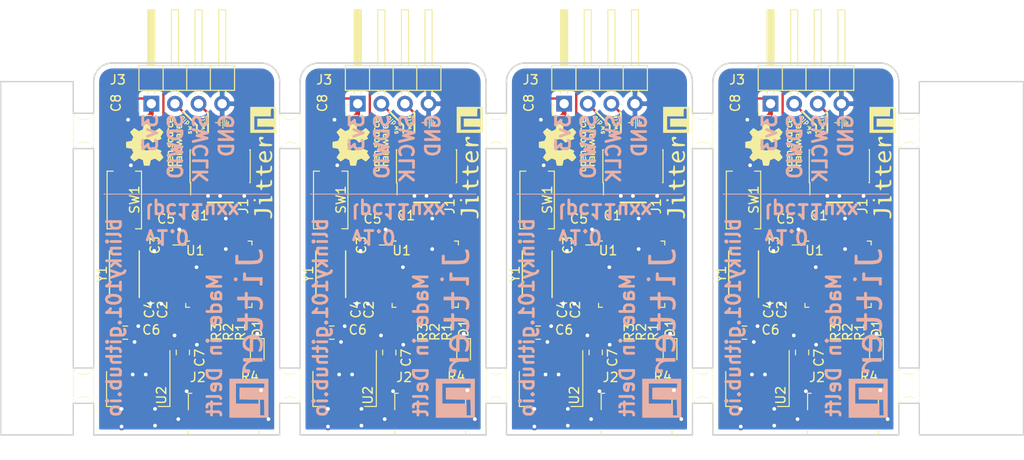
<source format=kicad_pcb>
(kicad_pcb (version 20171130) (host pcbnew 5.0.1-33cea8e~68~ubuntu18.04.1)
  (layers (0 F.Cu signal) (31 B.Cu signal) (34 B.Paste user) (35 F.Paste user) (36 B.SilkS user) (37 F.SilkS user) (38 B.Mask user) (39 F.Mask user) (44 Edge.Cuts user))
  (net 0 "")
  (net 1 GND)
  (net 2 +3V3)
  (net 3 "Net-(C3-Pad2)")
  (net 4 "Net-(C4-Pad2)")
  (net 5 /RESET)
  (net 6 +5V)
  (net 7 "Net-(D1-Pad2)")
  (net 8 "Net-(J1-Pad8)")
  (net 9 "Net-(J1-Pad7)")
  (net 10 "Net-(J1-Pad6)")
  (net 11 /SWCLK)
  (net 12 /SWDIO)
  (net 13 "Net-(J2-Pad4)")
  (net 14 /USBD+)
  (net 15 /USBD-)
  (net 16 "Net-(R1-Pad1)")
  (net 17 "Net-(R2-Pad2)")
  (net 18 "Net-(R3-Pad2)")
  (net 19 "Net-(U1-Pad48)")
  (net 20 "Net-(U1-Pad47)")
  (net 21 "Net-(U1-Pad46)")
  (net 22 "Net-(U1-Pad45)")
  (net 23 "Net-(U1-Pad43)")
  (net 24 "Net-(U1-Pad42)")
  (net 25 "Net-(U1-Pad40)")
  (net 26 "Net-(U1-Pad38)")
  (net 27 "Net-(U1-Pad37)")
  (net 28 "Net-(U1-Pad36)")
  (net 29 "Net-(U1-Pad35)")
  (net 30 "Net-(U1-Pad34)")
  (net 31 "Net-(U1-Pad33)")
  (net 32 "Net-(U1-Pad32)")
  (net 33 "Net-(U1-Pad31)")
  (net 34 "Net-(U1-Pad30)")
  (net 35 "Net-(U1-Pad28)")
  (net 36 "Net-(U1-Pad27)")
  (net 37 "Net-(U1-Pad26)")
  (net 38 "Net-(U1-Pad25)")
  (net 39 "Net-(U1-Pad24)")
  (net 40 "Net-(U1-Pad22)")
  (net 41 "Net-(U1-Pad21)")
  (net 42 "Net-(U1-Pad18)")
  (net 43 "Net-(U1-Pad17)")
  (net 44 "Net-(U1-Pad16)")
  (net 45 "Net-(U1-Pad15)")
  (net 46 "Net-(U1-Pad13)")
  (net 47 "Net-(U1-Pad12)")
  (net 48 "Net-(U1-Pad11)")
  (net 49 "Net-(U1-Pad10)")
  (net 50 "Net-(U1-Pad9)")
  (net 51 "Net-(U1-Pad4)")
  (net 52 "Net-(U1-Pad2)")
  (net 53 "Net-(U1-Pad1)")
  (module Resistor_SMD:R_0402_1005Metric (layer F.Cu) (at 211.092498 150.830002 90)
    (fp_text reference R2 (at 1.9 0 90) (layer F.SilkS))
    (fp_text value 33R)
    (pad 2 smd roundrect (at 0.485 0 90) (size 0.59 0.64) (layers F.Cu F.Paste F.Mask) (net 17 "Net-(R2-Pad2)"))
    (pad 1 smd roundrect (at -0.485 0 90) (size 0.59 0.64) (layers F.Cu F.Paste F.Mask) (net 14 /USBD+))
  )
  (module Resistor_SMD:R_0402_1005Metric (layer F.Cu) (at 188.892498 150.830002 90)
    (fp_text reference R2 (at 1.9 0 90) (layer F.SilkS))
    (fp_text value 33R)
    (pad 2 smd roundrect (at 0.485 0 90) (size 0.59 0.64) (layers F.Cu F.Paste F.Mask) (net 17 "Net-(R2-Pad2)"))
    (pad 1 smd roundrect (at -0.485 0 90) (size 0.59 0.64) (layers F.Cu F.Paste F.Mask) (net 14 /USBD+))
  )
  (module Resistor_SMD:R_0402_1005Metric (layer F.Cu) (at 166.692498 150.830002 90)
    (fp_text reference R2 (at 1.9 0 90) (layer F.SilkS))
    (fp_text value 33R)
    (pad 2 smd roundrect (at 0.485 0 90) (size 0.59 0.64) (layers F.Cu F.Paste F.Mask) (net 17 "Net-(R2-Pad2)"))
    (pad 1 smd roundrect (at -0.485 0 90) (size 0.59 0.64) (layers F.Cu F.Paste F.Mask) (net 14 /USBD+))
  )
  (module Connector_PinHeader_1.27mm:PinHeader_2x05_P1.27mm_Vertical_SMD (layer F.Cu) (at 210.2 131.1 90)
    (fp_text reference J1 (at -4.3 2.5 90) (layer F.SilkS))
    (fp_text value Conn_ARM_JTAG_SWD_10)
    (pad 10 smd rect (at 1.95 2.54 90) (size 2.4 0.74) (layers F.Cu F.Paste F.Mask) (net 5 /RESET))
    (pad 9 smd rect (at -1.95 2.54 90) (size 2.4 0.74) (layers F.Cu F.Paste F.Mask) (net 1 GND))
    (pad 8 smd rect (at 1.95 1.27 90) (size 2.4 0.74) (layers F.Cu F.Paste F.Mask) (net 8 "Net-(J1-Pad8)"))
    (pad 7 smd rect (at -1.95 1.27 90) (size 2.4 0.74) (layers F.Cu F.Paste F.Mask) (net 9 "Net-(J1-Pad7)"))
    (pad 6 smd rect (at 1.95 0 90) (size 2.4 0.74) (layers F.Cu F.Paste F.Mask) (net 10 "Net-(J1-Pad6)"))
    (pad 5 smd rect (at -1.95 0 90) (size 2.4 0.74) (layers F.Cu F.Paste F.Mask) (net 1 GND))
    (pad 4 smd rect (at 1.95 -1.27 90) (size 2.4 0.74) (layers F.Cu F.Paste F.Mask) (net 11 /SWCLK))
    (pad 3 smd rect (at -1.95 -1.27 90) (size 2.4 0.74) (layers F.Cu F.Paste F.Mask) (net 1 GND))
    (pad 2 smd rect (at 1.95 -2.54 90) (size 2.4 0.74) (layers F.Cu F.Paste F.Mask) (net 12 /SWDIO))
    (pad 1 smd rect (at -1.95 -2.54 90) (size 2.4 0.74) (layers F.Cu F.Paste F.Mask) (net 2 +3V3))
  )
  (module Connector_PinHeader_1.27mm:PinHeader_2x05_P1.27mm_Vertical_SMD (layer F.Cu) (at 188 131.1 90)
    (fp_text reference J1 (at -4.3 2.5 90) (layer F.SilkS))
    (fp_text value Conn_ARM_JTAG_SWD_10)
    (pad 10 smd rect (at 1.95 2.54 90) (size 2.4 0.74) (layers F.Cu F.Paste F.Mask) (net 5 /RESET))
    (pad 9 smd rect (at -1.95 2.54 90) (size 2.4 0.74) (layers F.Cu F.Paste F.Mask) (net 1 GND))
    (pad 8 smd rect (at 1.95 1.27 90) (size 2.4 0.74) (layers F.Cu F.Paste F.Mask) (net 8 "Net-(J1-Pad8)"))
    (pad 7 smd rect (at -1.95 1.27 90) (size 2.4 0.74) (layers F.Cu F.Paste F.Mask) (net 9 "Net-(J1-Pad7)"))
    (pad 6 smd rect (at 1.95 0 90) (size 2.4 0.74) (layers F.Cu F.Paste F.Mask) (net 10 "Net-(J1-Pad6)"))
    (pad 5 smd rect (at -1.95 0 90) (size 2.4 0.74) (layers F.Cu F.Paste F.Mask) (net 1 GND))
    (pad 4 smd rect (at 1.95 -1.27 90) (size 2.4 0.74) (layers F.Cu F.Paste F.Mask) (net 11 /SWCLK))
    (pad 3 smd rect (at -1.95 -1.27 90) (size 2.4 0.74) (layers F.Cu F.Paste F.Mask) (net 1 GND))
    (pad 2 smd rect (at 1.95 -2.54 90) (size 2.4 0.74) (layers F.Cu F.Paste F.Mask) (net 12 /SWDIO))
    (pad 1 smd rect (at -1.95 -2.54 90) (size 2.4 0.74) (layers F.Cu F.Paste F.Mask) (net 2 +3V3))
  )
  (module Connector_PinHeader_1.27mm:PinHeader_2x05_P1.27mm_Vertical_SMD (layer F.Cu) (at 165.8 131.1 90)
    (fp_text reference J1 (at -4.3 2.5 90) (layer F.SilkS))
    (fp_text value Conn_ARM_JTAG_SWD_10)
    (pad 10 smd rect (at 1.95 2.54 90) (size 2.4 0.74) (layers F.Cu F.Paste F.Mask) (net 5 /RESET))
    (pad 9 smd rect (at -1.95 2.54 90) (size 2.4 0.74) (layers F.Cu F.Paste F.Mask) (net 1 GND))
    (pad 8 smd rect (at 1.95 1.27 90) (size 2.4 0.74) (layers F.Cu F.Paste F.Mask) (net 8 "Net-(J1-Pad8)"))
    (pad 7 smd rect (at -1.95 1.27 90) (size 2.4 0.74) (layers F.Cu F.Paste F.Mask) (net 9 "Net-(J1-Pad7)"))
    (pad 6 smd rect (at 1.95 0 90) (size 2.4 0.74) (layers F.Cu F.Paste F.Mask) (net 10 "Net-(J1-Pad6)"))
    (pad 5 smd rect (at -1.95 0 90) (size 2.4 0.74) (layers F.Cu F.Paste F.Mask) (net 1 GND))
    (pad 4 smd rect (at 1.95 -1.27 90) (size 2.4 0.74) (layers F.Cu F.Paste F.Mask) (net 11 /SWCLK))
    (pad 3 smd rect (at -1.95 -1.27 90) (size 2.4 0.74) (layers F.Cu F.Paste F.Mask) (net 1 GND))
    (pad 2 smd rect (at 1.95 -2.54 90) (size 2.4 0.74) (layers F.Cu F.Paste F.Mask) (net 12 /SWDIO))
    (pad 1 smd rect (at -1.95 -2.54 90) (size 2.4 0.74) (layers F.Cu F.Paste F.Mask) (net 2 +3V3))
  )
  (module Resistor_SMD:R_0402_1005Metric (layer F.Cu) (at 211.292498 153.730002)
    (fp_text reference R4 (at 2.1 0) (layer F.SilkS))
    (fp_text value 1k5)
    (pad 2 smd roundrect (at 0.485 0) (size 0.59 0.64) (layers F.Cu F.Paste F.Mask) (net 2 +3V3))
    (pad 1 smd roundrect (at -0.485 0) (size 0.59 0.64) (layers F.Cu F.Paste F.Mask) (net 14 /USBD+))
  )
  (module Resistor_SMD:R_0402_1005Metric (layer F.Cu) (at 189.092498 153.730002)
    (fp_text reference R4 (at 2.1 0) (layer F.SilkS))
    (fp_text value 1k5)
    (pad 2 smd roundrect (at 0.485 0) (size 0.59 0.64) (layers F.Cu F.Paste F.Mask) (net 2 +3V3))
    (pad 1 smd roundrect (at -0.485 0) (size 0.59 0.64) (layers F.Cu F.Paste F.Mask) (net 14 /USBD+))
  )
  (module Resistor_SMD:R_0402_1005Metric (layer F.Cu) (at 166.892498 153.730002)
    (fp_text reference R4 (at 2.1 0) (layer F.SilkS))
    (fp_text value 1k5)
    (pad 2 smd roundrect (at 0.485 0) (size 0.59 0.64) (layers F.Cu F.Paste F.Mask) (net 2 +3V3))
    (pad 1 smd roundrect (at -0.485 0) (size 0.59 0.64) (layers F.Cu F.Paste F.Mask) (net 14 /USBD+))
  )
  (module Button_Switch_SMD:SW_SPST_EVQPE1 (layer F.Cu) (at 199.892498 134.730002 90)
    (fp_text reference SW1 (at 0.030002 1.107502 90) (layer F.SilkS))
    (fp_text value SW_Push)
    (pad 1 smd rect (at -2.7 0 90) (size 2 1.6) (layers F.Cu F.Paste F.Mask) (net 5 /RESET))
    (pad 2 smd rect (at 2.7 0 90) (size 2 1.6) (layers F.Cu F.Paste F.Mask) (net 1 GND))
  )
  (module Button_Switch_SMD:SW_SPST_EVQPE1 (layer F.Cu) (at 177.692498 134.730002 90)
    (fp_text reference SW1 (at 0.030002 1.107502 90) (layer F.SilkS))
    (fp_text value SW_Push)
    (pad 1 smd rect (at -2.7 0 90) (size 2 1.6) (layers F.Cu F.Paste F.Mask) (net 5 /RESET))
    (pad 2 smd rect (at 2.7 0 90) (size 2 1.6) (layers F.Cu F.Paste F.Mask) (net 1 GND))
  )
  (module Button_Switch_SMD:SW_SPST_EVQPE1 (layer F.Cu) (at 155.492498 134.730002 90)
    (fp_text reference SW1 (at 0.030002 1.107502 90) (layer F.SilkS))
    (fp_text value SW_Push)
    (pad 1 smd rect (at -2.7 0 90) (size 2 1.6) (layers F.Cu F.Paste F.Mask) (net 5 /RESET))
    (pad 2 smd rect (at 2.7 0 90) (size 2 1.6) (layers F.Cu F.Paste F.Mask) (net 1 GND))
  )
  (module Logo:Jitter-med (layer B.Cu) (at 213.3 148.881142 270)
    (fp_text reference G*** hide)
    (fp_text value LOGO hide)
  )
  (module Logo:Jitter-med (layer B.Cu) (at 191.1 148.881142 270)
    (fp_text reference G*** hide)
    (fp_text value LOGO hide)
  )
  (module Logo:Jitter-med (layer B.Cu) (at 168.9 148.881142 270)
    (fp_text reference G*** hide)
    (fp_text value LOGO hide)
  )
  (module Capacitor_SMD:C_0805_2012Metric (layer F.Cu) (at 200 149 180)
    (fp_text reference C6 (at -2.8 0.3 180) (layer F.SilkS))
    (fp_text value 4.7µF)
    (pad 2 smd roundrect (at 0.9375 0 180) (size 0.975 1.4) (layers F.Cu F.Paste F.Mask) (net 2 +3V3))
    (pad 1 smd roundrect (at -0.9375 0 180) (size 0.975 1.4) (layers F.Cu F.Paste F.Mask) (net 1 GND))
  )
  (module Capacitor_SMD:C_0805_2012Metric (layer F.Cu) (at 177.8 149 180)
    (fp_text reference C6 (at -2.8 0.3 180) (layer F.SilkS))
    (fp_text value 4.7µF)
    (pad 2 smd roundrect (at 0.9375 0 180) (size 0.975 1.4) (layers F.Cu F.Paste F.Mask) (net 2 +3V3))
    (pad 1 smd roundrect (at -0.9375 0 180) (size 0.975 1.4) (layers F.Cu F.Paste F.Mask) (net 1 GND))
  )
  (module Capacitor_SMD:C_0805_2012Metric (layer F.Cu) (at 155.6 149 180)
    (fp_text reference C6 (at -2.8 0.3 180) (layer F.SilkS))
    (fp_text value 4.7µF)
    (pad 2 smd roundrect (at 0.9375 0 180) (size 0.975 1.4) (layers F.Cu F.Paste F.Mask) (net 2 +3V3))
    (pad 1 smd roundrect (at -0.9375 0 180) (size 0.975 1.4) (layers F.Cu F.Paste F.Mask) (net 1 GND))
  )
  (module Package_TO_SOT_SMD:SOT-223-3_TabPin2 (layer F.Cu) (at 201.392498 155.030002 270)
    (fp_text reference U2 (at 0.7 -2.5 270) (layer F.SilkS))
    (fp_text value MCP1825S)
    (pad 1 smd rect (at -3.15 -2.3 270) (size 2 1.5) (layers F.Cu F.Paste F.Mask) (net 6 +5V))
    (pad 3 smd rect (at -3.15 2.3 270) (size 2 1.5) (layers F.Cu F.Paste F.Mask) (net 2 +3V3))
    (pad 2 smd rect (at -3.15 0 270) (size 2 1.5) (layers F.Cu F.Paste F.Mask) (net 1 GND))
    (pad 2 smd rect (at 3.15 0 270) (size 2 3.8) (layers F.Cu F.Paste F.Mask) (net 1 GND))
  )
  (module Package_TO_SOT_SMD:SOT-223-3_TabPin2 (layer F.Cu) (at 179.192498 155.030002 270)
    (fp_text reference U2 (at 0.7 -2.5 270) (layer F.SilkS))
    (fp_text value MCP1825S)
    (pad 1 smd rect (at -3.15 -2.3 270) (size 2 1.5) (layers F.Cu F.Paste F.Mask) (net 6 +5V))
    (pad 3 smd rect (at -3.15 2.3 270) (size 2 1.5) (layers F.Cu F.Paste F.Mask) (net 2 +3V3))
    (pad 2 smd rect (at -3.15 0 270) (size 2 1.5) (layers F.Cu F.Paste F.Mask) (net 1 GND))
    (pad 2 smd rect (at 3.15 0 270) (size 2 3.8) (layers F.Cu F.Paste F.Mask) (net 1 GND))
  )
  (module Package_TO_SOT_SMD:SOT-223-3_TabPin2 (layer F.Cu) (at 156.992498 155.030002 270)
    (fp_text reference U2 (at 0.7 -2.5 270) (layer F.SilkS))
    (fp_text value MCP1825S)
    (pad 1 smd rect (at -3.15 -2.3 270) (size 2 1.5) (layers F.Cu F.Paste F.Mask) (net 6 +5V))
    (pad 3 smd rect (at -3.15 2.3 270) (size 2 1.5) (layers F.Cu F.Paste F.Mask) (net 2 +3V3))
    (pad 2 smd rect (at -3.15 0 270) (size 2 1.5) (layers F.Cu F.Paste F.Mask) (net 1 GND))
    (pad 2 smd rect (at 3.15 0 270) (size 2 3.8) (layers F.Cu F.Paste F.Mask) (net 1 GND))
  )
  (module Resistor_SMD:R_0402_1005Metric (layer F.Cu) (at 212.192498 150.830002 270)
    (fp_text reference R1 (at -1.9 -0.207502 270) (layer F.SilkS))
    (fp_text value 270R)
    (pad 2 smd roundrect (at 0.485 0 270) (size 0.59 0.64) (layers F.Cu F.Paste F.Mask) (net 7 "Net-(D1-Pad2)"))
    (pad 1 smd roundrect (at -0.485 0 270) (size 0.59 0.64) (layers F.Cu F.Paste F.Mask) (net 16 "Net-(R1-Pad1)"))
  )
  (module Resistor_SMD:R_0402_1005Metric (layer F.Cu) (at 189.992498 150.830002 270)
    (fp_text reference R1 (at -1.9 -0.207502 270) (layer F.SilkS))
    (fp_text value 270R)
    (pad 2 smd roundrect (at 0.485 0 270) (size 0.59 0.64) (layers F.Cu F.Paste F.Mask) (net 7 "Net-(D1-Pad2)"))
    (pad 1 smd roundrect (at -0.485 0 270) (size 0.59 0.64) (layers F.Cu F.Paste F.Mask) (net 16 "Net-(R1-Pad1)"))
  )
  (module Resistor_SMD:R_0402_1005Metric (layer F.Cu) (at 167.792498 150.830002 270)
    (fp_text reference R1 (at -1.9 -0.207502 270) (layer F.SilkS))
    (fp_text value 270R)
    (pad 2 smd roundrect (at 0.485 0 270) (size 0.59 0.64) (layers F.Cu F.Paste F.Mask) (net 7 "Net-(D1-Pad2)"))
    (pad 1 smd roundrect (at -0.485 0 270) (size 0.59 0.64) (layers F.Cu F.Paste F.Mask) (net 16 "Net-(R1-Pad1)"))
  )
  (module Capacitor_SMD:C_0402_1005Metric (layer F.Cu) (at 200.3 124.3 270)
    (fp_text reference C8 (at 0 1.3 270) (layer F.SilkS))
    (fp_text value 100nF)
    (pad 2 smd roundrect (at 0.485 0 270) (size 0.59 0.64) (layers F.Cu F.Paste F.Mask) (net 1 GND))
    (pad 1 smd roundrect (at -0.485 0 270) (size 0.59 0.64) (layers F.Cu F.Paste F.Mask) (net 2 +3V3))
  )
  (module Capacitor_SMD:C_0402_1005Metric (layer F.Cu) (at 178.1 124.3 270)
    (fp_text reference C8 (at 0 1.3 270) (layer F.SilkS))
    (fp_text value 100nF)
    (pad 2 smd roundrect (at 0.485 0 270) (size 0.59 0.64) (layers F.Cu F.Paste F.Mask) (net 1 GND))
    (pad 1 smd roundrect (at -0.485 0 270) (size 0.59 0.64) (layers F.Cu F.Paste F.Mask) (net 2 +3V3))
  )
  (module Capacitor_SMD:C_0402_1005Metric (layer F.Cu) (at 155.9 124.3 270)
    (fp_text reference C8 (at 0 1.3 270) (layer F.SilkS))
    (fp_text value 100nF)
    (pad 2 smd roundrect (at 0.485 0 270) (size 0.59 0.64) (layers F.Cu F.Paste F.Mask) (net 1 GND))
    (pad 1 smd roundrect (at -0.485 0 270) (size 0.59 0.64) (layers F.Cu F.Paste F.Mask) (net 2 +3V3))
  )
  (module Capacitor_SMD:C_0402_1005Metric (layer F.Cu) (at 203.892498 144.430002 270)
    (fp_text reference C2 (at 2.1 -0.107502 270) (layer F.SilkS))
    (fp_text value 100nF)
    (pad 1 smd roundrect (at -0.485 0 270) (size 0.59 0.64) (layers F.Cu F.Paste F.Mask) (net 2 +3V3))
    (pad 2 smd roundrect (at 0.485 0 270) (size 0.59 0.64) (layers F.Cu F.Paste F.Mask) (net 1 GND))
  )
  (module Capacitor_SMD:C_0402_1005Metric (layer F.Cu) (at 181.692498 144.430002 270)
    (fp_text reference C2 (at 2.1 -0.107502 270) (layer F.SilkS))
    (fp_text value 100nF)
    (pad 1 smd roundrect (at -0.485 0 270) (size 0.59 0.64) (layers F.Cu F.Paste F.Mask) (net 2 +3V3))
    (pad 2 smd roundrect (at 0.485 0 270) (size 0.59 0.64) (layers F.Cu F.Paste F.Mask) (net 1 GND))
  )
  (module Capacitor_SMD:C_0402_1005Metric (layer F.Cu) (at 159.492498 144.430002 270)
    (fp_text reference C2 (at 2.1 -0.107502 270) (layer F.SilkS))
    (fp_text value 100nF)
    (pad 1 smd roundrect (at -0.485 0 270) (size 0.59 0.64) (layers F.Cu F.Paste F.Mask) (net 2 +3V3))
    (pad 2 smd roundrect (at 0.485 0 270) (size 0.59 0.64) (layers F.Cu F.Paste F.Mask) (net 1 GND))
  )
  (module Connector_USB:USB_Micro-B_Molex_47346-0001 (layer F.Cu) (at 210.592498 157.230002)
    (fp_text reference J2 (at -2.792498 -3.430002 180) (layer F.SilkS))
    (fp_text value USB_B_Micro)
    (pad 6 smd rect (at 0.84 1.2) (size 1.175 1.9) (layers F.Cu F.Paste F.Mask) (net 1 GND))
    (pad 6 smd rect (at -0.84 1.2) (size 1.175 1.9) (layers F.Cu F.Paste F.Mask) (net 1 GND))
    (pad 6 smd rect (at 2.91 1.2) (size 2.375 1.9) (layers F.Cu F.Paste F.Mask) (net 1 GND))
    (pad 6 smd rect (at -2.91 1.2) (size 2.375 1.9) (layers F.Cu F.Paste F.Mask) (net 1 GND))
    (pad 6 smd rect (at 2.4625 -1.1) (size 1.475 2.1) (layers F.Cu F.Paste F.Mask) (net 1 GND))
    (pad 6 smd rect (at -2.4625 -1.1) (size 1.475 2.1) (layers F.Cu F.Paste F.Mask) (net 1 GND))
    (pad 5 smd rect (at 1.3 -1.46) (size 0.45 1.38) (layers F.Cu F.Paste F.Mask) (net 1 GND))
    (pad 4 smd rect (at 0.65 -1.46) (size 0.45 1.38) (layers F.Cu F.Paste F.Mask) (net 13 "Net-(J2-Pad4)"))
    (pad 3 smd rect (at 0 -1.46) (size 0.45 1.38) (layers F.Cu F.Paste F.Mask) (net 14 /USBD+))
    (pad 2 smd rect (at -0.65 -1.46) (size 0.45 1.38) (layers F.Cu F.Paste F.Mask) (net 15 /USBD-))
    (pad 1 smd rect (at -1.3 -1.46) (size 0.45 1.38) (layers F.Cu F.Paste F.Mask) (net 6 +5V))
  )
  (module Connector_USB:USB_Micro-B_Molex_47346-0001 (layer F.Cu) (at 188.392498 157.230002)
    (fp_text reference J2 (at -2.792498 -3.430002 180) (layer F.SilkS))
    (fp_text value USB_B_Micro)
    (pad 6 smd rect (at 0.84 1.2) (size 1.175 1.9) (layers F.Cu F.Paste F.Mask) (net 1 GND))
    (pad 6 smd rect (at -0.84 1.2) (size 1.175 1.9) (layers F.Cu F.Paste F.Mask) (net 1 GND))
    (pad 6 smd rect (at 2.91 1.2) (size 2.375 1.9) (layers F.Cu F.Paste F.Mask) (net 1 GND))
    (pad 6 smd rect (at -2.91 1.2) (size 2.375 1.9) (layers F.Cu F.Paste F.Mask) (net 1 GND))
    (pad 6 smd rect (at 2.4625 -1.1) (size 1.475 2.1) (layers F.Cu F.Paste F.Mask) (net 1 GND))
    (pad 6 smd rect (at -2.4625 -1.1) (size 1.475 2.1) (layers F.Cu F.Paste F.Mask) (net 1 GND))
    (pad 5 smd rect (at 1.3 -1.46) (size 0.45 1.38) (layers F.Cu F.Paste F.Mask) (net 1 GND))
    (pad 4 smd rect (at 0.65 -1.46) (size 0.45 1.38) (layers F.Cu F.Paste F.Mask) (net 13 "Net-(J2-Pad4)"))
    (pad 3 smd rect (at 0 -1.46) (size 0.45 1.38) (layers F.Cu F.Paste F.Mask) (net 14 /USBD+))
    (pad 2 smd rect (at -0.65 -1.46) (size 0.45 1.38) (layers F.Cu F.Paste F.Mask) (net 15 /USBD-))
    (pad 1 smd rect (at -1.3 -1.46) (size 0.45 1.38) (layers F.Cu F.Paste F.Mask) (net 6 +5V))
  )
  (module Connector_USB:USB_Micro-B_Molex_47346-0001 (layer F.Cu) (at 166.192498 157.230002)
    (fp_text reference J2 (at -2.792498 -3.430002 180) (layer F.SilkS))
    (fp_text value USB_B_Micro)
    (pad 6 smd rect (at 0.84 1.2) (size 1.175 1.9) (layers F.Cu F.Paste F.Mask) (net 1 GND))
    (pad 6 smd rect (at -0.84 1.2) (size 1.175 1.9) (layers F.Cu F.Paste F.Mask) (net 1 GND))
    (pad 6 smd rect (at 2.91 1.2) (size 2.375 1.9) (layers F.Cu F.Paste F.Mask) (net 1 GND))
    (pad 6 smd rect (at -2.91 1.2) (size 2.375 1.9) (layers F.Cu F.Paste F.Mask) (net 1 GND))
    (pad 6 smd rect (at 2.4625 -1.1) (size 1.475 2.1) (layers F.Cu F.Paste F.Mask) (net 1 GND))
    (pad 6 smd rect (at -2.4625 -1.1) (size 1.475 2.1) (layers F.Cu F.Paste F.Mask) (net 1 GND))
    (pad 5 smd rect (at 1.3 -1.46) (size 0.45 1.38) (layers F.Cu F.Paste F.Mask) (net 1 GND))
    (pad 4 smd rect (at 0.65 -1.46) (size 0.45 1.38) (layers F.Cu F.Paste F.Mask) (net 13 "Net-(J2-Pad4)"))
    (pad 3 smd rect (at 0 -1.46) (size 0.45 1.38) (layers F.Cu F.Paste F.Mask) (net 14 /USBD+))
    (pad 2 smd rect (at -0.65 -1.46) (size 0.45 1.38) (layers F.Cu F.Paste F.Mask) (net 15 /USBD-))
    (pad 1 smd rect (at -1.3 -1.46) (size 0.45 1.38) (layers F.Cu F.Paste F.Mask) (net 6 +5V))
  )
  (module Symbol:OSHW-Logo_5.7x6mm_SilkScreen (layer F.Cu) (at 203.1 128.8 90)
    (fp_text reference REF** hide)
    (fp_text value OSHW-Logo_5.7x6mm_SilkScreen hide)
  )
  (module Symbol:OSHW-Logo_5.7x6mm_SilkScreen (layer F.Cu) (at 180.9 128.8 90)
    (fp_text reference REF** hide)
    (fp_text value OSHW-Logo_5.7x6mm_SilkScreen hide)
  )
  (module Symbol:OSHW-Logo_5.7x6mm_SilkScreen (layer F.Cu) (at 158.7 128.8 90)
    (fp_text reference REF** hide)
    (fp_text value OSHW-Logo_5.7x6mm_SilkScreen hide)
  )
  (module Capacitor_SMD:C_0402_1005Metric (layer F.Cu) (at 210.062498 136.360002)
    (fp_text reference C1 (at -2.062498 0.039998) (layer F.SilkS))
    (fp_text value 100nF)
    (pad 2 smd roundrect (at 0.485 0) (size 0.59 0.64) (layers F.Cu F.Paste F.Mask) (net 1 GND))
    (pad 1 smd roundrect (at -0.485 0) (size 0.59 0.64) (layers F.Cu F.Paste F.Mask) (net 2 +3V3))
  )
  (module Capacitor_SMD:C_0402_1005Metric (layer F.Cu) (at 187.862498 136.360002)
    (fp_text reference C1 (at -2.062498 0.039998) (layer F.SilkS))
    (fp_text value 100nF)
    (pad 2 smd roundrect (at 0.485 0) (size 0.59 0.64) (layers F.Cu F.Paste F.Mask) (net 1 GND))
    (pad 1 smd roundrect (at -0.485 0) (size 0.59 0.64) (layers F.Cu F.Paste F.Mask) (net 2 +3V3))
  )
  (module Capacitor_SMD:C_0402_1005Metric (layer F.Cu) (at 165.662498 136.360002)
    (fp_text reference C1 (at -2.062498 0.039998) (layer F.SilkS))
    (fp_text value 100nF)
    (pad 2 smd roundrect (at 0.485 0) (size 0.59 0.64) (layers F.Cu F.Paste F.Mask) (net 1 GND))
    (pad 1 smd roundrect (at -0.485 0) (size 0.59 0.64) (layers F.Cu F.Paste F.Mask) (net 2 +3V3))
  )
  (module Capacitor_SMD:C_0805_2012Metric (layer F.Cu) (at 206.192498 151.130002 270)
    (fp_text reference C7 (at 0.569998 -1.807502 270) (layer F.SilkS))
    (fp_text value 10µF)
    (pad 2 smd roundrect (at 0.9375 0 270) (size 0.975 1.4) (layers F.Cu F.Paste F.Mask) (net 6 +5V))
    (pad 1 smd roundrect (at -0.9375 0 270) (size 0.975 1.4) (layers F.Cu F.Paste F.Mask) (net 1 GND))
  )
  (module Capacitor_SMD:C_0805_2012Metric (layer F.Cu) (at 183.992498 151.130002 270)
    (fp_text reference C7 (at 0.569998 -1.807502 270) (layer F.SilkS))
    (fp_text value 10µF)
    (pad 2 smd roundrect (at 0.9375 0 270) (size 0.975 1.4) (layers F.Cu F.Paste F.Mask) (net 6 +5V))
    (pad 1 smd roundrect (at -0.9375 0 270) (size 0.975 1.4) (layers F.Cu F.Paste F.Mask) (net 1 GND))
  )
  (module Capacitor_SMD:C_0805_2012Metric (layer F.Cu) (at 161.792498 151.130002 270)
    (fp_text reference C7 (at 0.569998 -1.807502 270) (layer F.SilkS))
    (fp_text value 10µF)
    (pad 2 smd roundrect (at 0.9375 0 270) (size 0.975 1.4) (layers F.Cu F.Paste F.Mask) (net 6 +5V))
    (pad 1 smd roundrect (at -0.9375 0 270) (size 0.975 1.4) (layers F.Cu F.Paste F.Mask) (net 1 GND))
  )
  (module Capacitor_SMD:C_0402_1005Metric (layer F.Cu) (at 202.692498 144.4 90)
    (fp_text reference C4 (at -2.1 -0.092498 90) (layer F.SilkS))
    (fp_text value 18pF)
    (pad 1 smd roundrect (at -0.485 0 90) (size 0.59 0.64) (layers F.Cu F.Paste F.Mask) (net 1 GND))
    (pad 2 smd roundrect (at 0.485 0 90) (size 0.59 0.64) (layers F.Cu F.Paste F.Mask) (net 4 "Net-(C4-Pad2)"))
  )
  (module Capacitor_SMD:C_0402_1005Metric (layer F.Cu) (at 180.492498 144.4 90)
    (fp_text reference C4 (at -2.1 -0.092498 90) (layer F.SilkS))
    (fp_text value 18pF)
    (pad 1 smd roundrect (at -0.485 0 90) (size 0.59 0.64) (layers F.Cu F.Paste F.Mask) (net 1 GND))
    (pad 2 smd roundrect (at 0.485 0 90) (size 0.59 0.64) (layers F.Cu F.Paste F.Mask) (net 4 "Net-(C4-Pad2)"))
  )
  (module Capacitor_SMD:C_0402_1005Metric (layer F.Cu) (at 158.292498 144.4 90)
    (fp_text reference C4 (at -2.1 -0.092498 90) (layer F.SilkS))
    (fp_text value 18pF)
    (pad 1 smd roundrect (at -0.485 0 90) (size 0.59 0.64) (layers F.Cu F.Paste F.Mask) (net 1 GND))
    (pad 2 smd roundrect (at 0.485 0 90) (size 0.59 0.64) (layers F.Cu F.Paste F.Mask) (net 4 "Net-(C4-Pad2)"))
  )
  (module Connector_PinHeader_2.54mm:PinHeader_1x04_P2.54mm_Horizontal (layer F.Cu) (at 202.8 124.375 90)
    (fp_text reference J3 (at 2.575 -3.6) (layer F.SilkS))
    (fp_text value Conn_01x04_Male)
    (pad 4 thru_hole oval (at 0 7.62 90) (size 1.7 1.7) (drill 1) (layers *.Cu *.Mask) (net 1 GND))
    (pad 3 thru_hole oval (at 0 5.08 90) (size 1.7 1.7) (drill 1) (layers *.Cu *.Mask) (net 11 /SWCLK))
    (pad 2 thru_hole oval (at 0 2.54 90) (size 1.7 1.7) (drill 1) (layers *.Cu *.Mask) (net 12 /SWDIO))
    (pad 1 thru_hole rect (at 0 0 90) (size 1.7 1.7) (drill 1) (layers *.Cu *.Mask) (net 2 +3V3))
  )
  (module Connector_PinHeader_2.54mm:PinHeader_1x04_P2.54mm_Horizontal (layer F.Cu) (at 180.6 124.375 90)
    (fp_text reference J3 (at 2.575 -3.6) (layer F.SilkS))
    (fp_text value Conn_01x04_Male)
    (pad 4 thru_hole oval (at 0 7.62 90) (size 1.7 1.7) (drill 1) (layers *.Cu *.Mask) (net 1 GND))
    (pad 3 thru_hole oval (at 0 5.08 90) (size 1.7 1.7) (drill 1) (layers *.Cu *.Mask) (net 11 /SWCLK))
    (pad 2 thru_hole oval (at 0 2.54 90) (size 1.7 1.7) (drill 1) (layers *.Cu *.Mask) (net 12 /SWDIO))
    (pad 1 thru_hole rect (at 0 0 90) (size 1.7 1.7) (drill 1) (layers *.Cu *.Mask) (net 2 +3V3))
  )
  (module Connector_PinHeader_2.54mm:PinHeader_1x04_P2.54mm_Horizontal (layer F.Cu) (at 158.4 124.375 90)
    (fp_text reference J3 (at 2.575 -3.6) (layer F.SilkS))
    (fp_text value Conn_01x04_Male)
    (pad 4 thru_hole oval (at 0 7.62 90) (size 1.7 1.7) (drill 1) (layers *.Cu *.Mask) (net 1 GND))
    (pad 3 thru_hole oval (at 0 5.08 90) (size 1.7 1.7) (drill 1) (layers *.Cu *.Mask) (net 11 /SWCLK))
    (pad 2 thru_hole oval (at 0 2.54 90) (size 1.7 1.7) (drill 1) (layers *.Cu *.Mask) (net 12 /SWDIO))
    (pad 1 thru_hole rect (at 0 0 90) (size 1.7 1.7) (drill 1) (layers *.Cu *.Mask) (net 2 +3V3))
  )
  (module Package_QFP:LQFP-48_7x7mm_P0.5mm (layer F.Cu) (at 210.062498 142.710002)
    (fp_text reference U1 (at -2.54 -2.54) (layer F.SilkS))
    (fp_text value LPC11U37FBD48-401_)
    (pad 48 smd rect (at -2.75 -4.35 90) (size 1.3 0.25) (layers F.Cu F.Paste F.Mask) (net 19 "Net-(U1-Pad48)"))
    (pad 47 smd rect (at -2.25 -4.35 90) (size 1.3 0.25) (layers F.Cu F.Paste F.Mask) (net 20 "Net-(U1-Pad47)"))
    (pad 46 smd rect (at -1.75 -4.35 90) (size 1.3 0.25) (layers F.Cu F.Paste F.Mask) (net 21 "Net-(U1-Pad46)"))
    (pad 45 smd rect (at -1.25 -4.35 90) (size 1.3 0.25) (layers F.Cu F.Paste F.Mask) (net 22 "Net-(U1-Pad45)"))
    (pad 44 smd rect (at -0.75 -4.35 90) (size 1.3 0.25) (layers F.Cu F.Paste F.Mask) (net 2 +3V3))
    (pad 43 smd rect (at -0.25 -4.35 90) (size 1.3 0.25) (layers F.Cu F.Paste F.Mask) (net 23 "Net-(U1-Pad43)"))
    (pad 42 smd rect (at 0.25 -4.35 90) (size 1.3 0.25) (layers F.Cu F.Paste F.Mask) (net 24 "Net-(U1-Pad42)"))
    (pad 41 smd rect (at 0.75 -4.35 90) (size 1.3 0.25) (layers F.Cu F.Paste F.Mask) (net 1 GND))
    (pad 40 smd rect (at 1.25 -4.35 90) (size 1.3 0.25) (layers F.Cu F.Paste F.Mask) (net 25 "Net-(U1-Pad40)"))
    (pad 39 smd rect (at 1.75 -4.35 90) (size 1.3 0.25) (layers F.Cu F.Paste F.Mask) (net 12 /SWDIO))
    (pad 38 smd rect (at 2.25 -4.35 90) (size 1.3 0.25) (layers F.Cu F.Paste F.Mask) (net 26 "Net-(U1-Pad38)"))
    (pad 37 smd rect (at 2.75 -4.35 90) (size 1.3 0.25) (layers F.Cu F.Paste F.Mask) (net 27 "Net-(U1-Pad37)"))
    (pad 36 smd rect (at 4.35 -2.75) (size 1.3 0.25) (layers F.Cu F.Paste F.Mask) (net 28 "Net-(U1-Pad36)"))
    (pad 35 smd rect (at 4.35 -2.25) (size 1.3 0.25) (layers F.Cu F.Paste F.Mask) (net 29 "Net-(U1-Pad35)"))
    (pad 34 smd rect (at 4.35 -1.75) (size 1.3 0.25) (layers F.Cu F.Paste F.Mask) (net 30 "Net-(U1-Pad34)"))
    (pad 33 smd rect (at 4.35 -1.25) (size 1.3 0.25) (layers F.Cu F.Paste F.Mask) (net 31 "Net-(U1-Pad33)"))
    (pad 32 smd rect (at 4.35 -0.75) (size 1.3 0.25) (layers F.Cu F.Paste F.Mask) (net 32 "Net-(U1-Pad32)"))
    (pad 31 smd rect (at 4.35 -0.25) (size 1.3 0.25) (layers F.Cu F.Paste F.Mask) (net 33 "Net-(U1-Pad31)"))
    (pad 30 smd rect (at 4.35 0.25) (size 1.3 0.25) (layers F.Cu F.Paste F.Mask) (net 34 "Net-(U1-Pad30)"))
    (pad 29 smd rect (at 4.35 0.75) (size 1.3 0.25) (layers F.Cu F.Paste F.Mask) (net 11 /SWCLK))
    (pad 28 smd rect (at 4.35 1.25) (size 1.3 0.25) (layers F.Cu F.Paste F.Mask) (net 35 "Net-(U1-Pad28)"))
    (pad 27 smd rect (at 4.35 1.75) (size 1.3 0.25) (layers F.Cu F.Paste F.Mask) (net 36 "Net-(U1-Pad27)"))
    (pad 26 smd rect (at 4.35 2.25) (size 1.3 0.25) (layers F.Cu F.Paste F.Mask) (net 37 "Net-(U1-Pad26)"))
    (pad 25 smd rect (at 4.35 2.75) (size 1.3 0.25) (layers F.Cu F.Paste F.Mask) (net 38 "Net-(U1-Pad25)"))
    (pad 24 smd rect (at 2.75 4.35 90) (size 1.3 0.25) (layers F.Cu F.Paste F.Mask) (net 39 "Net-(U1-Pad24)"))
    (pad 23 smd rect (at 2.25 4.35 90) (size 1.3 0.25) (layers F.Cu F.Paste F.Mask) (net 16 "Net-(R1-Pad1)"))
    (pad 22 smd rect (at 1.75 4.35 90) (size 1.3 0.25) (layers F.Cu F.Paste F.Mask) (net 40 "Net-(U1-Pad22)"))
    (pad 21 smd rect (at 1.25 4.35 90) (size 1.3 0.25) (layers F.Cu F.Paste F.Mask) (net 41 "Net-(U1-Pad21)"))
    (pad 20 smd rect (at 0.75 4.35 90) (size 1.3 0.25) (layers F.Cu F.Paste F.Mask) (net 17 "Net-(R2-Pad2)"))
    (pad 19 smd rect (at 0.25 4.35 90) (size 1.3 0.25) (layers F.Cu F.Paste F.Mask) (net 18 "Net-(R3-Pad2)"))
    (pad 18 smd rect (at -0.25 4.35 90) (size 1.3 0.25) (layers F.Cu F.Paste F.Mask) (net 42 "Net-(U1-Pad18)"))
    (pad 17 smd rect (at -0.75 4.35 90) (size 1.3 0.25) (layers F.Cu F.Paste F.Mask) (net 43 "Net-(U1-Pad17)"))
    (pad 16 smd rect (at -1.25 4.35 90) (size 1.3 0.25) (layers F.Cu F.Paste F.Mask) (net 44 "Net-(U1-Pad16)"))
    (pad 15 smd rect (at -1.75 4.35 90) (size 1.3 0.25) (layers F.Cu F.Paste F.Mask) (net 45 "Net-(U1-Pad15)"))
    (pad 14 smd rect (at -2.25 4.35 90) (size 1.3 0.25) (layers F.Cu F.Paste F.Mask) (net 2 +3V3))
    (pad 13 smd rect (at -2.75 4.35 90) (size 1.3 0.25) (layers F.Cu F.Paste F.Mask) (net 46 "Net-(U1-Pad13)"))
    (pad 12 smd rect (at -4.35 2.75) (size 1.3 0.25) (layers F.Cu F.Paste F.Mask) (net 47 "Net-(U1-Pad12)"))
    (pad 11 smd rect (at -4.35 2.25) (size 1.3 0.25) (layers F.Cu F.Paste F.Mask) (net 48 "Net-(U1-Pad11)"))
    (pad 10 smd rect (at -4.35 1.75) (size 1.3 0.25) (layers F.Cu F.Paste F.Mask) (net 49 "Net-(U1-Pad10)"))
    (pad 9 smd rect (at -4.35 1.25) (size 1.3 0.25) (layers F.Cu F.Paste F.Mask) (net 50 "Net-(U1-Pad9)"))
    (pad 8 smd rect (at -4.35 0.75) (size 1.3 0.25) (layers F.Cu F.Paste F.Mask) (net 2 +3V3))
    (pad 7 smd rect (at -4.35 0.25) (size 1.3 0.25) (layers F.Cu F.Paste F.Mask) (net 4 "Net-(C4-Pad2)"))
    (pad 6 smd rect (at -4.35 -0.25) (size 1.3 0.25) (layers F.Cu F.Paste F.Mask) (net 3 "Net-(C3-Pad2)"))
    (pad 5 smd rect (at -4.35 -0.75) (size 1.3 0.25) (layers F.Cu F.Paste F.Mask) (net 1 GND))
    (pad 4 smd rect (at -4.35 -1.25) (size 1.3 0.25) (layers F.Cu F.Paste F.Mask) (net 51 "Net-(U1-Pad4)"))
    (pad 3 smd rect (at -4.35 -1.75) (size 1.3 0.25) (layers F.Cu F.Paste F.Mask) (net 5 /RESET))
    (pad 2 smd rect (at -4.35 -2.25) (size 1.3 0.25) (layers F.Cu F.Paste F.Mask) (net 52 "Net-(U1-Pad2)"))
    (pad 1 smd rect (at -4.35 -2.75) (size 1.3 0.25) (layers F.Cu F.Paste F.Mask) (net 53 "Net-(U1-Pad1)"))
  )
  (module Package_QFP:LQFP-48_7x7mm_P0.5mm (layer F.Cu) (at 187.862498 142.710002)
    (fp_text reference U1 (at -2.54 -2.54) (layer F.SilkS))
    (fp_text value LPC11U37FBD48-401_)
    (pad 48 smd rect (at -2.75 -4.35 90) (size 1.3 0.25) (layers F.Cu F.Paste F.Mask) (net 19 "Net-(U1-Pad48)"))
    (pad 47 smd rect (at -2.25 -4.35 90) (size 1.3 0.25) (layers F.Cu F.Paste F.Mask) (net 20 "Net-(U1-Pad47)"))
    (pad 46 smd rect (at -1.75 -4.35 90) (size 1.3 0.25) (layers F.Cu F.Paste F.Mask) (net 21 "Net-(U1-Pad46)"))
    (pad 45 smd rect (at -1.25 -4.35 90) (size 1.3 0.25) (layers F.Cu F.Paste F.Mask) (net 22 "Net-(U1-Pad45)"))
    (pad 44 smd rect (at -0.75 -4.35 90) (size 1.3 0.25) (layers F.Cu F.Paste F.Mask) (net 2 +3V3))
    (pad 43 smd rect (at -0.25 -4.35 90) (size 1.3 0.25) (layers F.Cu F.Paste F.Mask) (net 23 "Net-(U1-Pad43)"))
    (pad 42 smd rect (at 0.25 -4.35 90) (size 1.3 0.25) (layers F.Cu F.Paste F.Mask) (net 24 "Net-(U1-Pad42)"))
    (pad 41 smd rect (at 0.75 -4.35 90) (size 1.3 0.25) (layers F.Cu F.Paste F.Mask) (net 1 GND))
    (pad 40 smd rect (at 1.25 -4.35 90) (size 1.3 0.25) (layers F.Cu F.Paste F.Mask) (net 25 "Net-(U1-Pad40)"))
    (pad 39 smd rect (at 1.75 -4.35 90) (size 1.3 0.25) (layers F.Cu F.Paste F.Mask) (net 12 /SWDIO))
    (pad 38 smd rect (at 2.25 -4.35 90) (size 1.3 0.25) (layers F.Cu F.Paste F.Mask) (net 26 "Net-(U1-Pad38)"))
    (pad 37 smd rect (at 2.75 -4.35 90) (size 1.3 0.25) (layers F.Cu F.Paste F.Mask) (net 27 "Net-(U1-Pad37)"))
    (pad 36 smd rect (at 4.35 -2.75) (size 1.3 0.25) (layers F.Cu F.Paste F.Mask) (net 28 "Net-(U1-Pad36)"))
    (pad 35 smd rect (at 4.35 -2.25) (size 1.3 0.25) (layers F.Cu F.Paste F.Mask) (net 29 "Net-(U1-Pad35)"))
    (pad 34 smd rect (at 4.35 -1.75) (size 1.3 0.25) (layers F.Cu F.Paste F.Mask) (net 30 "Net-(U1-Pad34)"))
    (pad 33 smd rect (at 4.35 -1.25) (size 1.3 0.25) (layers F.Cu F.Paste F.Mask) (net 31 "Net-(U1-Pad33)"))
    (pad 32 smd rect (at 4.35 -0.75) (size 1.3 0.25) (layers F.Cu F.Paste F.Mask) (net 32 "Net-(U1-Pad32)"))
    (pad 31 smd rect (at 4.35 -0.25) (size 1.3 0.25) (layers F.Cu F.Paste F.Mask) (net 33 "Net-(U1-Pad31)"))
    (pad 30 smd rect (at 4.35 0.25) (size 1.3 0.25) (layers F.Cu F.Paste F.Mask) (net 34 "Net-(U1-Pad30)"))
    (pad 29 smd rect (at 4.35 0.75) (size 1.3 0.25) (layers F.Cu F.Paste F.Mask) (net 11 /SWCLK))
    (pad 28 smd rect (at 4.35 1.25) (size 1.3 0.25) (layers F.Cu F.Paste F.Mask) (net 35 "Net-(U1-Pad28)"))
    (pad 27 smd rect (at 4.35 1.75) (size 1.3 0.25) (layers F.Cu F.Paste F.Mask) (net 36 "Net-(U1-Pad27)"))
    (pad 26 smd rect (at 4.35 2.25) (size 1.3 0.25) (layers F.Cu F.Paste F.Mask) (net 37 "Net-(U1-Pad26)"))
    (pad 25 smd rect (at 4.35 2.75) (size 1.3 0.25) (layers F.Cu F.Paste F.Mask) (net 38 "Net-(U1-Pad25)"))
    (pad 24 smd rect (at 2.75 4.35 90) (size 1.3 0.25) (layers F.Cu F.Paste F.Mask) (net 39 "Net-(U1-Pad24)"))
    (pad 23 smd rect (at 2.25 4.35 90) (size 1.3 0.25) (layers F.Cu F.Paste F.Mask) (net 16 "Net-(R1-Pad1)"))
    (pad 22 smd rect (at 1.75 4.35 90) (size 1.3 0.25) (layers F.Cu F.Paste F.Mask) (net 40 "Net-(U1-Pad22)"))
    (pad 21 smd rect (at 1.25 4.35 90) (size 1.3 0.25) (layers F.Cu F.Paste F.Mask) (net 41 "Net-(U1-Pad21)"))
    (pad 20 smd rect (at 0.75 4.35 90) (size 1.3 0.25) (layers F.Cu F.Paste F.Mask) (net 17 "Net-(R2-Pad2)"))
    (pad 19 smd rect (at 0.25 4.35 90) (size 1.3 0.25) (layers F.Cu F.Paste F.Mask) (net 18 "Net-(R3-Pad2)"))
    (pad 18 smd rect (at -0.25 4.35 90) (size 1.3 0.25) (layers F.Cu F.Paste F.Mask) (net 42 "Net-(U1-Pad18)"))
    (pad 17 smd rect (at -0.75 4.35 90) (size 1.3 0.25) (layers F.Cu F.Paste F.Mask) (net 43 "Net-(U1-Pad17)"))
    (pad 16 smd rect (at -1.25 4.35 90) (size 1.3 0.25) (layers F.Cu F.Paste F.Mask) (net 44 "Net-(U1-Pad16)"))
    (pad 15 smd rect (at -1.75 4.35 90) (size 1.3 0.25) (layers F.Cu F.Paste F.Mask) (net 45 "Net-(U1-Pad15)"))
    (pad 14 smd rect (at -2.25 4.35 90) (size 1.3 0.25) (layers F.Cu F.Paste F.Mask) (net 2 +3V3))
    (pad 13 smd rect (at -2.75 4.35 90) (size 1.3 0.25) (layers F.Cu F.Paste F.Mask) (net 46 "Net-(U1-Pad13)"))
    (pad 12 smd rect (at -4.35 2.75) (size 1.3 0.25) (layers F.Cu F.Paste F.Mask) (net 47 "Net-(U1-Pad12)"))
    (pad 11 smd rect (at -4.35 2.25) (size 1.3 0.25) (layers F.Cu F.Paste F.Mask) (net 48 "Net-(U1-Pad11)"))
    (pad 10 smd rect (at -4.35 1.75) (size 1.3 0.25) (layers F.Cu F.Paste F.Mask) (net 49 "Net-(U1-Pad10)"))
    (pad 9 smd rect (at -4.35 1.25) (size 1.3 0.25) (layers F.Cu F.Paste F.Mask) (net 50 "Net-(U1-Pad9)"))
    (pad 8 smd rect (at -4.35 0.75) (size 1.3 0.25) (layers F.Cu F.Paste F.Mask) (net 2 +3V3))
    (pad 7 smd rect (at -4.35 0.25) (size 1.3 0.25) (layers F.Cu F.Paste F.Mask) (net 4 "Net-(C4-Pad2)"))
    (pad 6 smd rect (at -4.35 -0.25) (size 1.3 0.25) (layers F.Cu F.Paste F.Mask) (net 3 "Net-(C3-Pad2)"))
    (pad 5 smd rect (at -4.35 -0.75) (size 1.3 0.25) (layers F.Cu F.Paste F.Mask) (net 1 GND))
    (pad 4 smd rect (at -4.35 -1.25) (size 1.3 0.25) (layers F.Cu F.Paste F.Mask) (net 51 "Net-(U1-Pad4)"))
    (pad 3 smd rect (at -4.35 -1.75) (size 1.3 0.25) (layers F.Cu F.Paste F.Mask) (net 5 /RESET))
    (pad 2 smd rect (at -4.35 -2.25) (size 1.3 0.25) (layers F.Cu F.Paste F.Mask) (net 52 "Net-(U1-Pad2)"))
    (pad 1 smd rect (at -4.35 -2.75) (size 1.3 0.25) (layers F.Cu F.Paste F.Mask) (net 53 "Net-(U1-Pad1)"))
  )
  (module Package_QFP:LQFP-48_7x7mm_P0.5mm (layer F.Cu) (at 165.662498 142.710002)
    (fp_text reference U1 (at -2.54 -2.54) (layer F.SilkS))
    (fp_text value LPC11U37FBD48-401_)
    (pad 48 smd rect (at -2.75 -4.35 90) (size 1.3 0.25) (layers F.Cu F.Paste F.Mask) (net 19 "Net-(U1-Pad48)"))
    (pad 47 smd rect (at -2.25 -4.35 90) (size 1.3 0.25) (layers F.Cu F.Paste F.Mask) (net 20 "Net-(U1-Pad47)"))
    (pad 46 smd rect (at -1.75 -4.35 90) (size 1.3 0.25) (layers F.Cu F.Paste F.Mask) (net 21 "Net-(U1-Pad46)"))
    (pad 45 smd rect (at -1.25 -4.35 90) (size 1.3 0.25) (layers F.Cu F.Paste F.Mask) (net 22 "Net-(U1-Pad45)"))
    (pad 44 smd rect (at -0.75 -4.35 90) (size 1.3 0.25) (layers F.Cu F.Paste F.Mask) (net 2 +3V3))
    (pad 43 smd rect (at -0.25 -4.35 90) (size 1.3 0.25) (layers F.Cu F.Paste F.Mask) (net 23 "Net-(U1-Pad43)"))
    (pad 42 smd rect (at 0.25 -4.35 90) (size 1.3 0.25) (layers F.Cu F.Paste F.Mask) (net 24 "Net-(U1-Pad42)"))
    (pad 41 smd rect (at 0.75 -4.35 90) (size 1.3 0.25) (layers F.Cu F.Paste F.Mask) (net 1 GND))
    (pad 40 smd rect (at 1.25 -4.35 90) (size 1.3 0.25) (layers F.Cu F.Paste F.Mask) (net 25 "Net-(U1-Pad40)"))
    (pad 39 smd rect (at 1.75 -4.35 90) (size 1.3 0.25) (layers F.Cu F.Paste F.Mask) (net 12 /SWDIO))
    (pad 38 smd rect (at 2.25 -4.35 90) (size 1.3 0.25) (layers F.Cu F.Paste F.Mask) (net 26 "Net-(U1-Pad38)"))
    (pad 37 smd rect (at 2.75 -4.35 90) (size 1.3 0.25) (layers F.Cu F.Paste F.Mask) (net 27 "Net-(U1-Pad37)"))
    (pad 36 smd rect (at 4.35 -2.75) (size 1.3 0.25) (layers F.Cu F.Paste F.Mask) (net 28 "Net-(U1-Pad36)"))
    (pad 35 smd rect (at 4.35 -2.25) (size 1.3 0.25) (layers F.Cu F.Paste F.Mask) (net 29 "Net-(U1-Pad35)"))
    (pad 34 smd rect (at 4.35 -1.75) (size 1.3 0.25) (layers F.Cu F.Paste F.Mask) (net 30 "Net-(U1-Pad34)"))
    (pad 33 smd rect (at 4.35 -1.25) (size 1.3 0.25) (layers F.Cu F.Paste F.Mask) (net 31 "Net-(U1-Pad33)"))
    (pad 32 smd rect (at 4.35 -0.75) (size 1.3 0.25) (layers F.Cu F.Paste F.Mask) (net 32 "Net-(U1-Pad32)"))
    (pad 31 smd rect (at 4.35 -0.25) (size 1.3 0.25) (layers F.Cu F.Paste F.Mask) (net 33 "Net-(U1-Pad31)"))
    (pad 30 smd rect (at 4.35 0.25) (size 1.3 0.25) (layers F.Cu F.Paste F.Mask) (net 34 "Net-(U1-Pad30)"))
    (pad 29 smd rect (at 4.35 0.75) (size 1.3 0.25) (layers F.Cu F.Paste F.Mask) (net 11 /SWCLK))
    (pad 28 smd rect (at 4.35 1.25) (size 1.3 0.25) (layers F.Cu F.Paste F.Mask) (net 35 "Net-(U1-Pad28)"))
    (pad 27 smd rect (at 4.35 1.75) (size 1.3 0.25) (layers F.Cu F.Paste F.Mask) (net 36 "Net-(U1-Pad27)"))
    (pad 26 smd rect (at 4.35 2.25) (size 1.3 0.25) (layers F.Cu F.Paste F.Mask) (net 37 "Net-(U1-Pad26)"))
    (pad 25 smd rect (at 4.35 2.75) (size 1.3 0.25) (layers F.Cu F.Paste F.Mask) (net 38 "Net-(U1-Pad25)"))
    (pad 24 smd rect (at 2.75 4.35 90) (size 1.3 0.25) (layers F.Cu F.Paste F.Mask) (net 39 "Net-(U1-Pad24)"))
    (pad 23 smd rect (at 2.25 4.35 90) (size 1.3 0.25) (layers F.Cu F.Paste F.Mask) (net 16 "Net-(R1-Pad1)"))
    (pad 22 smd rect (at 1.75 4.35 90) (size 1.3 0.25) (layers F.Cu F.Paste F.Mask) (net 40 "Net-(U1-Pad22)"))
    (pad 21 smd rect (at 1.25 4.35 90) (size 1.3 0.25) (layers F.Cu F.Paste F.Mask) (net 41 "Net-(U1-Pad21)"))
    (pad 20 smd rect (at 0.75 4.35 90) (size 1.3 0.25) (layers F.Cu F.Paste F.Mask) (net 17 "Net-(R2-Pad2)"))
    (pad 19 smd rect (at 0.25 4.35 90) (size 1.3 0.25) (layers F.Cu F.Paste F.Mask) (net 18 "Net-(R3-Pad2)"))
    (pad 18 smd rect (at -0.25 4.35 90) (size 1.3 0.25) (layers F.Cu F.Paste F.Mask) (net 42 "Net-(U1-Pad18)"))
    (pad 17 smd rect (at -0.75 4.35 90) (size 1.3 0.25) (layers F.Cu F.Paste F.Mask) (net 43 "Net-(U1-Pad17)"))
    (pad 16 smd rect (at -1.25 4.35 90) (size 1.3 0.25) (layers F.Cu F.Paste F.Mask) (net 44 "Net-(U1-Pad16)"))
    (pad 15 smd rect (at -1.75 4.35 90) (size 1.3 0.25) (layers F.Cu F.Paste F.Mask) (net 45 "Net-(U1-Pad15)"))
    (pad 14 smd rect (at -2.25 4.35 90) (size 1.3 0.25) (layers F.Cu F.Paste F.Mask) (net 2 +3V3))
    (pad 13 smd rect (at -2.75 4.35 90) (size 1.3 0.25) (layers F.Cu F.Paste F.Mask) (net 46 "Net-(U1-Pad13)"))
    (pad 12 smd rect (at -4.35 2.75) (size 1.3 0.25) (layers F.Cu F.Paste F.Mask) (net 47 "Net-(U1-Pad12)"))
    (pad 11 smd rect (at -4.35 2.25) (size 1.3 0.25) (layers F.Cu F.Paste F.Mask) (net 48 "Net-(U1-Pad11)"))
    (pad 10 smd rect (at -4.35 1.75) (size 1.3 0.25) (layers F.Cu F.Paste F.Mask) (net 49 "Net-(U1-Pad10)"))
    (pad 9 smd rect (at -4.35 1.25) (size 1.3 0.25) (layers F.Cu F.Paste F.Mask) (net 50 "Net-(U1-Pad9)"))
    (pad 8 smd rect (at -4.35 0.75) (size 1.3 0.25) (layers F.Cu F.Paste F.Mask) (net 2 +3V3))
    (pad 7 smd rect (at -4.35 0.25) (size 1.3 0.25) (layers F.Cu F.Paste F.Mask) (net 4 "Net-(C4-Pad2)"))
    (pad 6 smd rect (at -4.35 -0.25) (size 1.3 0.25) (layers F.Cu F.Paste F.Mask) (net 3 "Net-(C3-Pad2)"))
    (pad 5 smd rect (at -4.35 -0.75) (size 1.3 0.25) (layers F.Cu F.Paste F.Mask) (net 1 GND))
    (pad 4 smd rect (at -4.35 -1.25) (size 1.3 0.25) (layers F.Cu F.Paste F.Mask) (net 51 "Net-(U1-Pad4)"))
    (pad 3 smd rect (at -4.35 -1.75) (size 1.3 0.25) (layers F.Cu F.Paste F.Mask) (net 5 /RESET))
    (pad 2 smd rect (at -4.35 -2.25) (size 1.3 0.25) (layers F.Cu F.Paste F.Mask) (net 52 "Net-(U1-Pad2)"))
    (pad 1 smd rect (at -4.35 -2.75) (size 1.3 0.25) (layers F.Cu F.Paste F.Mask) (net 53 "Net-(U1-Pad1)"))
  )
  (module Resistor_SMD:R_0402_1005Metric (layer F.Cu) (at 209.892498 150.830002 90)
    (fp_text reference R3 (at 1.9 -0.092498 90) (layer F.SilkS))
    (fp_text value 33R)
    (pad 1 smd roundrect (at -0.485 0 90) (size 0.59 0.64) (layers F.Cu F.Paste F.Mask) (net 15 /USBD-))
    (pad 2 smd roundrect (at 0.485 0 90) (size 0.59 0.64) (layers F.Cu F.Paste F.Mask) (net 18 "Net-(R3-Pad2)"))
  )
  (module Resistor_SMD:R_0402_1005Metric (layer F.Cu) (at 187.692498 150.830002 90)
    (fp_text reference R3 (at 1.9 -0.092498 90) (layer F.SilkS))
    (fp_text value 33R)
    (pad 1 smd roundrect (at -0.485 0 90) (size 0.59 0.64) (layers F.Cu F.Paste F.Mask) (net 15 /USBD-))
    (pad 2 smd roundrect (at 0.485 0 90) (size 0.59 0.64) (layers F.Cu F.Paste F.Mask) (net 18 "Net-(R3-Pad2)"))
  )
  (module Resistor_SMD:R_0402_1005Metric (layer F.Cu) (at 165.492498 150.830002 90)
    (fp_text reference R3 (at 1.9 -0.092498 90) (layer F.SilkS))
    (fp_text value 33R)
    (pad 1 smd roundrect (at -0.485 0 90) (size 0.59 0.64) (layers F.Cu F.Paste F.Mask) (net 15 /USBD-))
    (pad 2 smd roundrect (at 0.485 0 90) (size 0.59 0.64) (layers F.Cu F.Paste F.Mask) (net 18 "Net-(R3-Pad2)"))
  )
  (module Capacitor_SMD:C_0402_1005Metric (layer F.Cu) (at 203.192498 141.630002 270)
    (fp_text reference C3 (at -2.030002 -0.007502 90) (layer F.SilkS))
    (fp_text value 18pF)
    (pad 2 smd roundrect (at 0.485 0 270) (size 0.59 0.64) (layers F.Cu F.Paste F.Mask) (net 3 "Net-(C3-Pad2)"))
    (pad 1 smd roundrect (at -0.485 0 270) (size 0.59 0.64) (layers F.Cu F.Paste F.Mask) (net 1 GND))
  )
  (module Capacitor_SMD:C_0402_1005Metric (layer F.Cu) (at 180.992498 141.630002 270)
    (fp_text reference C3 (at -2.030002 -0.007502 90) (layer F.SilkS))
    (fp_text value 18pF)
    (pad 2 smd roundrect (at 0.485 0 270) (size 0.59 0.64) (layers F.Cu F.Paste F.Mask) (net 3 "Net-(C3-Pad2)"))
    (pad 1 smd roundrect (at -0.485 0 270) (size 0.59 0.64) (layers F.Cu F.Paste F.Mask) (net 1 GND))
  )
  (module Capacitor_SMD:C_0402_1005Metric (layer F.Cu) (at 158.792498 141.630002 270)
    (fp_text reference C3 (at -2.030002 -0.007502 90) (layer F.SilkS))
    (fp_text value 18pF)
    (pad 2 smd roundrect (at 0.485 0 270) (size 0.59 0.64) (layers F.Cu F.Paste F.Mask) (net 3 "Net-(C3-Pad2)"))
    (pad 1 smd roundrect (at -0.485 0 270) (size 0.59 0.64) (layers F.Cu F.Paste F.Mask) (net 1 GND))
  )
  (module LED_SMD:LED_0603_1608Metric (layer F.Cu) (at 214.192498 151.130002 270)
    (fp_text reference D1 (at -2.6 0 270) (layer F.SilkS))
    (fp_text value LED)
    (pad 2 smd roundrect (at 0.7875 0 270) (size 0.875 0.95) (layers F.Cu F.Paste F.Mask) (net 7 "Net-(D1-Pad2)"))
    (pad 1 smd roundrect (at -0.7875 0 270) (size 0.875 0.95) (layers F.Cu F.Paste F.Mask) (net 1 GND))
  )
  (module LED_SMD:LED_0603_1608Metric (layer F.Cu) (at 191.992498 151.130002 270)
    (fp_text reference D1 (at -2.6 0 270) (layer F.SilkS))
    (fp_text value LED)
    (pad 2 smd roundrect (at 0.7875 0 270) (size 0.875 0.95) (layers F.Cu F.Paste F.Mask) (net 7 "Net-(D1-Pad2)"))
    (pad 1 smd roundrect (at -0.7875 0 270) (size 0.875 0.95) (layers F.Cu F.Paste F.Mask) (net 1 GND))
  )
  (module LED_SMD:LED_0603_1608Metric (layer F.Cu) (at 169.792498 151.130002 270)
    (fp_text reference D1 (at -2.6 0 270) (layer F.SilkS))
    (fp_text value LED)
    (pad 2 smd roundrect (at 0.7875 0 270) (size 0.875 0.95) (layers F.Cu F.Paste F.Mask) (net 7 "Net-(D1-Pad2)"))
    (pad 1 smd roundrect (at -0.7875 0 270) (size 0.875 0.95) (layers F.Cu F.Paste F.Mask) (net 1 GND))
  )
  (module Jitter_Footprints:Crystal_SMD_TXC_7A-2Pin_5.0x3.2mm (layer F.Cu) (at 199.902498 142.710002 270)
    (fp_text reference Y1 (at -0.010002 2.402498 270) (layer F.SilkS))
    (fp_text value Crystal)
    (pad 1 smd rect (at -1.85 0 270) (size 1.7 2.4) (layers F.Cu F.Paste F.Mask) (net 3 "Net-(C3-Pad2)"))
    (pad 2 smd rect (at 1.85 0 270) (size 1.7 2.4) (layers F.Cu F.Paste F.Mask) (net 4 "Net-(C4-Pad2)"))
  )
  (module Jitter_Footprints:Crystal_SMD_TXC_7A-2Pin_5.0x3.2mm (layer F.Cu) (at 177.702498 142.710002 270)
    (fp_text reference Y1 (at -0.010002 2.402498 270) (layer F.SilkS))
    (fp_text value Crystal)
    (pad 1 smd rect (at -1.85 0 270) (size 1.7 2.4) (layers F.Cu F.Paste F.Mask) (net 3 "Net-(C3-Pad2)"))
    (pad 2 smd rect (at 1.85 0 270) (size 1.7 2.4) (layers F.Cu F.Paste F.Mask) (net 4 "Net-(C4-Pad2)"))
  )
  (module Jitter_Footprints:Crystal_SMD_TXC_7A-2Pin_5.0x3.2mm (layer F.Cu) (at 155.502498 142.710002 270)
    (fp_text reference Y1 (at -0.010002 2.402498 270) (layer F.SilkS))
    (fp_text value Crystal)
    (pad 1 smd rect (at -1.85 0 270) (size 1.7 2.4) (layers F.Cu F.Paste F.Mask) (net 3 "Net-(C3-Pad2)"))
    (pad 2 smd rect (at 1.85 0 270) (size 1.7 2.4) (layers F.Cu F.Paste F.Mask) (net 4 "Net-(C4-Pad2)"))
  )
  (module Logo:Jitter-mini (layer F.Cu) (at 214.8 130.9 90)
    (fp_text reference G*** hide)
    (fp_text value LOGO hide)
  )
  (module Logo:Jitter-mini (layer F.Cu) (at 192.6 130.9 90)
    (fp_text reference G*** hide)
    (fp_text value LOGO hide)
  )
  (module Logo:Jitter-mini (layer F.Cu) (at 170.4 130.9 90)
    (fp_text reference G*** hide)
    (fp_text value LOGO hide)
  )
  (module Capacitor_SMD:C_0402_1005Metric (layer F.Cu) (at 204.392498 137.930002)
    (fp_text reference C5 (at 0 -1.17) (layer F.SilkS))
    (fp_text value 18pF)
    (pad 2 smd roundrect (at 0.485 0) (size 0.59 0.64) (layers F.Cu F.Paste F.Mask) (net 1 GND))
    (pad 1 smd roundrect (at -0.485 0) (size 0.59 0.64) (layers F.Cu F.Paste F.Mask) (net 5 /RESET))
  )
  (module Capacitor_SMD:C_0402_1005Metric (layer F.Cu) (at 182.192498 137.930002)
    (fp_text reference C5 (at 0 -1.17) (layer F.SilkS))
    (fp_text value 18pF)
    (pad 2 smd roundrect (at 0.485 0) (size 0.59 0.64) (layers F.Cu F.Paste F.Mask) (net 1 GND))
    (pad 1 smd roundrect (at -0.485 0) (size 0.59 0.64) (layers F.Cu F.Paste F.Mask) (net 5 /RESET))
  )
  (module Capacitor_SMD:C_0402_1005Metric (layer F.Cu) (at 159.992498 137.930002)
    (fp_text reference C5 (at 0 -1.17) (layer F.SilkS))
    (fp_text value 18pF)
    (pad 2 smd roundrect (at 0.485 0) (size 0.59 0.64) (layers F.Cu F.Paste F.Mask) (net 1 GND))
    (pad 1 smd roundrect (at -0.485 0) (size 0.59 0.64) (layers F.Cu F.Paste F.Mask) (net 5 /RESET))
  )
  (module "MountingHole:Tooling hole 4mm" (layer F.Cu) (at 224 149)
    (fp_text reference REF** hide)
    (fp_text value "Tooling hole 4mm" hide)
    (pad "" np_thru_hole circle (at 0 0) (size 4 4) (drill 4) (layers *.Cu *.Mask F.Paste))
  )
  (module "MountingHole:Tooling hole 4mm" (layer F.Cu) (at 224 129)
    (fp_text reference REF** hide)
    (fp_text value "Tooling hole 4mm" hide)
    (pad "" np_thru_hole circle (at 0 0) (size 4 4) (drill 4) (layers *.Cu *.Mask F.Paste))
  )
  (module misc:MouseBite_3.7mmx2.2mm (layer F.Cu) (at 150 121.45)
    (fp_text reference REF** hide)
    (fp_text value MouseBite_3.7mmx2.2mm hide)
    (pad "" np_thru_hole circle (at 0.25 4.5) (size 0.5 0.5) (drill 0.5) (layers *.Cu *.Mask))
    (pad "" np_thru_hole circle (at 1.95 4.5) (size 0.5 0.5) (drill 0.5) (layers *.Cu *.Mask))
    (pad "" np_thru_hole circle (at 0.25 5.4) (size 0.5 0.5) (drill 0.5) (layers *.Cu *.Mask))
    (pad "" np_thru_hole circle (at 1.95 5.4) (size 0.5 0.5) (drill 0.5) (layers *.Cu *.Mask))
    (pad "" np_thru_hole circle (at 0.25 6.3) (size 0.5 0.5) (drill 0.5) (layers *.Cu *.Mask))
    (pad "" np_thru_hole circle (at 1.95 6.3) (size 0.5 0.5) (drill 0.5) (layers *.Cu *.Mask))
    (pad "" np_thru_hole circle (at 0.25 7.2) (size 0.5 0.5) (drill 0.5) (layers *.Cu *.Mask))
    (pad "" np_thru_hole circle (at 1.95 7.2) (size 0.5 0.5) (drill 0.5) (layers *.Cu *.Mask))
  )
  (module misc:MouseBite_3.7mmx2.2mm (layer F.Cu) (at 216.6 121.45)
    (fp_text reference REF** hide)
    (fp_text value MouseBite_3.7mmx2.2mm hide)
    (pad "" np_thru_hole circle (at 0.25 4.5) (size 0.5 0.5) (drill 0.5) (layers *.Cu *.Mask))
    (pad "" np_thru_hole circle (at 1.95 4.5) (size 0.5 0.5) (drill 0.5) (layers *.Cu *.Mask))
    (pad "" np_thru_hole circle (at 0.25 5.4) (size 0.5 0.5) (drill 0.5) (layers *.Cu *.Mask))
    (pad "" np_thru_hole circle (at 1.95 5.4) (size 0.5 0.5) (drill 0.5) (layers *.Cu *.Mask))
    (pad "" np_thru_hole circle (at 0.25 6.3) (size 0.5 0.5) (drill 0.5) (layers *.Cu *.Mask))
    (pad "" np_thru_hole circle (at 1.95 6.3) (size 0.5 0.5) (drill 0.5) (layers *.Cu *.Mask))
    (pad "" np_thru_hole circle (at 0.25 7.2) (size 0.5 0.5) (drill 0.5) (layers *.Cu *.Mask))
    (pad "" np_thru_hole circle (at 1.95 7.2) (size 0.5 0.5) (drill 0.5) (layers *.Cu *.Mask))
  )
  (module misc:MouseBite_3.7mmx2.2mm (layer F.Cu) (at 216.6 148.85)
    (fp_text reference REF** hide)
    (fp_text value MouseBite_3.7mmx2.2mm hide)
    (pad "" np_thru_hole circle (at 0.25 4.5) (size 0.5 0.5) (drill 0.5) (layers *.Cu *.Mask))
    (pad "" np_thru_hole circle (at 1.95 4.5) (size 0.5 0.5) (drill 0.5) (layers *.Cu *.Mask))
    (pad "" np_thru_hole circle (at 0.25 5.4) (size 0.5 0.5) (drill 0.5) (layers *.Cu *.Mask))
    (pad "" np_thru_hole circle (at 1.95 5.4) (size 0.5 0.5) (drill 0.5) (layers *.Cu *.Mask))
    (pad "" np_thru_hole circle (at 0.25 6.3) (size 0.5 0.5) (drill 0.5) (layers *.Cu *.Mask))
    (pad "" np_thru_hole circle (at 1.95 6.3) (size 0.5 0.5) (drill 0.5) (layers *.Cu *.Mask))
    (pad "" np_thru_hole circle (at 0.25 7.2) (size 0.5 0.5) (drill 0.5) (layers *.Cu *.Mask))
    (pad "" np_thru_hole circle (at 1.95 7.2) (size 0.5 0.5) (drill 0.5) (layers *.Cu *.Mask))
  )
  (module misc:MouseBite_3.7mmx2.2mm (layer F.Cu) (at 194.4 121.45)
    (fp_text reference REF** hide)
    (fp_text value MouseBite_3.7mmx2.2mm hide)
    (pad "" np_thru_hole circle (at 0.25 4.5) (size 0.5 0.5) (drill 0.5) (layers *.Cu *.Mask))
    (pad "" np_thru_hole circle (at 1.95 4.5) (size 0.5 0.5) (drill 0.5) (layers *.Cu *.Mask))
    (pad "" np_thru_hole circle (at 0.25 5.4) (size 0.5 0.5) (drill 0.5) (layers *.Cu *.Mask))
    (pad "" np_thru_hole circle (at 1.95 5.4) (size 0.5 0.5) (drill 0.5) (layers *.Cu *.Mask))
    (pad "" np_thru_hole circle (at 0.25 6.3) (size 0.5 0.5) (drill 0.5) (layers *.Cu *.Mask))
    (pad "" np_thru_hole circle (at 1.95 6.3) (size 0.5 0.5) (drill 0.5) (layers *.Cu *.Mask))
    (pad "" np_thru_hole circle (at 0.25 7.2) (size 0.5 0.5) (drill 0.5) (layers *.Cu *.Mask))
    (pad "" np_thru_hole circle (at 1.95 7.2) (size 0.5 0.5) (drill 0.5) (layers *.Cu *.Mask))
  )
  (module misc:MouseBite_3.7mmx2.2mm (layer F.Cu) (at 172.2 121.45)
    (fp_text reference REF** hide)
    (fp_text value MouseBite_3.7mmx2.2mm hide)
    (pad "" np_thru_hole circle (at 0.25 4.5) (size 0.5 0.5) (drill 0.5) (layers *.Cu *.Mask))
    (pad "" np_thru_hole circle (at 1.95 4.5) (size 0.5 0.5) (drill 0.5) (layers *.Cu *.Mask))
    (pad "" np_thru_hole circle (at 0.25 5.4) (size 0.5 0.5) (drill 0.5) (layers *.Cu *.Mask))
    (pad "" np_thru_hole circle (at 1.95 5.4) (size 0.5 0.5) (drill 0.5) (layers *.Cu *.Mask))
    (pad "" np_thru_hole circle (at 0.25 6.3) (size 0.5 0.5) (drill 0.5) (layers *.Cu *.Mask))
    (pad "" np_thru_hole circle (at 1.95 6.3) (size 0.5 0.5) (drill 0.5) (layers *.Cu *.Mask))
    (pad "" np_thru_hole circle (at 0.25 7.2) (size 0.5 0.5) (drill 0.5) (layers *.Cu *.Mask))
    (pad "" np_thru_hole circle (at 1.95 7.2) (size 0.5 0.5) (drill 0.5) (layers *.Cu *.Mask))
  )
  (module misc:MouseBite_3.7mmx2.2mm (layer F.Cu) (at 194.4 148.85)
    (fp_text reference REF** hide)
    (fp_text value MouseBite_3.7mmx2.2mm hide)
    (pad "" np_thru_hole circle (at 0.25 4.5) (size 0.5 0.5) (drill 0.5) (layers *.Cu *.Mask))
    (pad "" np_thru_hole circle (at 1.95 4.5) (size 0.5 0.5) (drill 0.5) (layers *.Cu *.Mask))
    (pad "" np_thru_hole circle (at 0.25 5.4) (size 0.5 0.5) (drill 0.5) (layers *.Cu *.Mask))
    (pad "" np_thru_hole circle (at 1.95 5.4) (size 0.5 0.5) (drill 0.5) (layers *.Cu *.Mask))
    (pad "" np_thru_hole circle (at 0.25 6.3) (size 0.5 0.5) (drill 0.5) (layers *.Cu *.Mask))
    (pad "" np_thru_hole circle (at 1.95 6.3) (size 0.5 0.5) (drill 0.5) (layers *.Cu *.Mask))
    (pad "" np_thru_hole circle (at 0.25 7.2) (size 0.5 0.5) (drill 0.5) (layers *.Cu *.Mask))
    (pad "" np_thru_hole circle (at 1.95 7.2) (size 0.5 0.5) (drill 0.5) (layers *.Cu *.Mask))
  )
  (module misc:MouseBite_3.7mmx2.2mm (layer F.Cu) (at 172.2 148.85)
    (fp_text reference REF** hide)
    (fp_text value MouseBite_3.7mmx2.2mm hide)
    (pad "" np_thru_hole circle (at 0.25 4.5) (size 0.5 0.5) (drill 0.5) (layers *.Cu *.Mask))
    (pad "" np_thru_hole circle (at 1.95 4.5) (size 0.5 0.5) (drill 0.5) (layers *.Cu *.Mask))
    (pad "" np_thru_hole circle (at 0.25 5.4) (size 0.5 0.5) (drill 0.5) (layers *.Cu *.Mask))
    (pad "" np_thru_hole circle (at 1.95 5.4) (size 0.5 0.5) (drill 0.5) (layers *.Cu *.Mask))
    (pad "" np_thru_hole circle (at 0.25 6.3) (size 0.5 0.5) (drill 0.5) (layers *.Cu *.Mask))
    (pad "" np_thru_hole circle (at 1.95 6.3) (size 0.5 0.5) (drill 0.5) (layers *.Cu *.Mask))
    (pad "" np_thru_hole circle (at 0.25 7.2) (size 0.5 0.5) (drill 0.5) (layers *.Cu *.Mask))
    (pad "" np_thru_hole circle (at 1.95 7.2) (size 0.5 0.5) (drill 0.5) (layers *.Cu *.Mask))
  )
  (module misc:MouseBite_3.7mmx2.2mm (layer F.Cu) (at 150 148.85)
    (fp_text reference REF** hide)
    (fp_text value MouseBite_3.7mmx2.2mm hide)
    (pad "" np_thru_hole circle (at 0.25 4.5) (size 0.5 0.5) (drill 0.5) (layers *.Cu *.Mask))
    (pad "" np_thru_hole circle (at 1.95 4.5) (size 0.5 0.5) (drill 0.5) (layers *.Cu *.Mask))
    (pad "" np_thru_hole circle (at 0.25 5.4) (size 0.5 0.5) (drill 0.5) (layers *.Cu *.Mask))
    (pad "" np_thru_hole circle (at 1.95 5.4) (size 0.5 0.5) (drill 0.5) (layers *.Cu *.Mask))
    (pad "" np_thru_hole circle (at 0.25 6.3) (size 0.5 0.5) (drill 0.5) (layers *.Cu *.Mask))
    (pad "" np_thru_hole circle (at 1.95 6.3) (size 0.5 0.5) (drill 0.5) (layers *.Cu *.Mask))
    (pad "" np_thru_hole circle (at 0.25 7.2) (size 0.5 0.5) (drill 0.5) (layers *.Cu *.Mask))
    (pad "" np_thru_hole circle (at 1.95 7.2) (size 0.5 0.5) (drill 0.5) (layers *.Cu *.Mask))
  )
  (module misc:MouseBite_3.7mmx2.2mm (layer F.Cu) (at 127.8 148.85)
    (fp_text reference REF** hide)
    (fp_text value MouseBite_3.7mmx2.2mm hide)
    (pad "" np_thru_hole circle (at 0.25 4.5) (size 0.5 0.5) (drill 0.5) (layers *.Cu *.Mask))
    (pad "" np_thru_hole circle (at 1.95 4.5) (size 0.5 0.5) (drill 0.5) (layers *.Cu *.Mask))
    (pad "" np_thru_hole circle (at 0.25 5.4) (size 0.5 0.5) (drill 0.5) (layers *.Cu *.Mask))
    (pad "" np_thru_hole circle (at 1.95 5.4) (size 0.5 0.5) (drill 0.5) (layers *.Cu *.Mask))
    (pad "" np_thru_hole circle (at 0.25 6.3) (size 0.5 0.5) (drill 0.5) (layers *.Cu *.Mask))
    (pad "" np_thru_hole circle (at 1.95 6.3) (size 0.5 0.5) (drill 0.5) (layers *.Cu *.Mask))
    (pad "" np_thru_hole circle (at 0.25 7.2) (size 0.5 0.5) (drill 0.5) (layers *.Cu *.Mask))
    (pad "" np_thru_hole circle (at 1.95 7.2) (size 0.5 0.5) (drill 0.5) (layers *.Cu *.Mask))
  )
  (module misc:MouseBite_3.7mmx2.2mm (layer F.Cu) (at 127.8 121.45)
    (fp_text reference REF** hide)
    (fp_text value MouseBite_3.7mmx2.2mm hide)
    (pad "" np_thru_hole circle (at 0.25 4.5) (size 0.5 0.5) (drill 0.5) (layers *.Cu *.Mask))
    (pad "" np_thru_hole circle (at 1.95 4.5) (size 0.5 0.5) (drill 0.5) (layers *.Cu *.Mask))
    (pad "" np_thru_hole circle (at 0.25 5.4) (size 0.5 0.5) (drill 0.5) (layers *.Cu *.Mask))
    (pad "" np_thru_hole circle (at 1.95 5.4) (size 0.5 0.5) (drill 0.5) (layers *.Cu *.Mask))
    (pad "" np_thru_hole circle (at 0.25 6.3) (size 0.5 0.5) (drill 0.5) (layers *.Cu *.Mask))
    (pad "" np_thru_hole circle (at 1.95 6.3) (size 0.5 0.5) (drill 0.5) (layers *.Cu *.Mask))
    (pad "" np_thru_hole circle (at 0.25 7.2) (size 0.5 0.5) (drill 0.5) (layers *.Cu *.Mask))
    (pad "" np_thru_hole circle (at 1.95 7.2) (size 0.5 0.5) (drill 0.5) (layers *.Cu *.Mask))
  )
  (module "MountingHole:Tooling hole 4mm" (layer F.Cu) (at 124 149)
    (fp_text reference REF** hide)
    (fp_text value "Tooling hole 4mm" hide)
    (pad "" np_thru_hole circle (at 0 0) (size 4 4) (drill 4) (layers *.Cu *.Mask F.Paste))
  )
  (module "MountingHole:Tooling hole 4mm" (layer F.Cu) (at 124 129)
    (fp_text reference REF** hide)
    (fp_text value "Tooling hole 4mm" hide)
    (pad "" np_thru_hole circle (at 0 0) (size 4 4) (drill 4) (layers *.Cu *.Mask F.Paste))
  )
  (module Jitter_Footprints:Crystal_SMD_TXC_7A-2Pin_5.0x3.2mm (layer F.Cu) (at 133.302498 142.710002 270)
    (fp_text reference Y1 (at -0.010002 2.402498 270) (layer F.SilkS))
    (fp_text value Crystal)
    (pad 2 smd rect (at 1.85 0 270) (size 1.7 2.4) (layers F.Cu F.Paste F.Mask) (net 4 "Net-(C4-Pad2)"))
    (pad 1 smd rect (at -1.85 0 270) (size 1.7 2.4) (layers F.Cu F.Paste F.Mask) (net 3 "Net-(C3-Pad2)"))
  )
  (module Logo:Jitter-med (layer B.Cu) (at 146.7 148.881142 270)
    (fp_text reference G*** hide)
    (fp_text value LOGO hide)
  )
  (module Capacitor_SMD:C_0402_1005Metric (layer F.Cu) (at 137.292498 144.430002 270)
    (fp_text reference C2 (at 2.1 -0.107502 270) (layer F.SilkS))
    (fp_text value 100nF)
    (pad 2 smd roundrect (at 0.485 0 270) (size 0.59 0.64) (layers F.Cu F.Paste F.Mask) (net 1 GND))
    (pad 1 smd roundrect (at -0.485 0 270) (size 0.59 0.64) (layers F.Cu F.Paste F.Mask) (net 2 +3V3))
  )
  (module Resistor_SMD:R_0402_1005Metric (layer F.Cu) (at 143.292498 150.830002 90)
    (fp_text reference R3 (at 1.9 -0.092498 90) (layer F.SilkS))
    (fp_text value 33R)
    (pad 2 smd roundrect (at 0.485 0 90) (size 0.59 0.64) (layers F.Cu F.Paste F.Mask) (net 18 "Net-(R3-Pad2)"))
    (pad 1 smd roundrect (at -0.485 0 90) (size 0.59 0.64) (layers F.Cu F.Paste F.Mask) (net 15 /USBD-))
  )
  (module Resistor_SMD:R_0402_1005Metric (layer F.Cu) (at 144.492498 150.830002 90)
    (fp_text reference R2 (at 1.9 0 90) (layer F.SilkS))
    (fp_text value 33R)
    (pad 1 smd roundrect (at -0.485 0 90) (size 0.59 0.64) (layers F.Cu F.Paste F.Mask) (net 14 /USBD+))
    (pad 2 smd roundrect (at 0.485 0 90) (size 0.59 0.64) (layers F.Cu F.Paste F.Mask) (net 17 "Net-(R2-Pad2)"))
  )
  (module LED_SMD:LED_0603_1608Metric (layer F.Cu) (at 147.592498 151.130002 270)
    (fp_text reference D1 (at -2.6 0 270) (layer F.SilkS))
    (fp_text value LED)
    (pad 1 smd roundrect (at -0.7875 0 270) (size 0.875 0.95) (layers F.Cu F.Paste F.Mask) (net 1 GND))
    (pad 2 smd roundrect (at 0.7875 0 270) (size 0.875 0.95) (layers F.Cu F.Paste F.Mask) (net 7 "Net-(D1-Pad2)"))
  )
  (module Capacitor_SMD:C_0402_1005Metric (layer F.Cu) (at 143.462498 136.360002)
    (fp_text reference C1 (at -2.062498 0.039998) (layer F.SilkS))
    (fp_text value 100nF)
    (pad 1 smd roundrect (at -0.485 0) (size 0.59 0.64) (layers F.Cu F.Paste F.Mask) (net 2 +3V3))
    (pad 2 smd roundrect (at 0.485 0) (size 0.59 0.64) (layers F.Cu F.Paste F.Mask) (net 1 GND))
  )
  (module Capacitor_SMD:C_0402_1005Metric (layer F.Cu) (at 133.7 124.3 270)
    (fp_text reference C8 (at 0 1.3 270) (layer F.SilkS))
    (fp_text value 100nF)
    (pad 1 smd roundrect (at -0.485 0 270) (size 0.59 0.64) (layers F.Cu F.Paste F.Mask) (net 2 +3V3))
    (pad 2 smd roundrect (at 0.485 0 270) (size 0.59 0.64) (layers F.Cu F.Paste F.Mask) (net 1 GND))
  )
  (module Capacitor_SMD:C_0402_1005Metric (layer F.Cu) (at 136.592498 141.630002 270)
    (fp_text reference C3 (at -2.030002 -0.007502 90) (layer F.SilkS))
    (fp_text value 18pF)
    (pad 1 smd roundrect (at -0.485 0 270) (size 0.59 0.64) (layers F.Cu F.Paste F.Mask) (net 1 GND))
    (pad 2 smd roundrect (at 0.485 0 270) (size 0.59 0.64) (layers F.Cu F.Paste F.Mask) (net 3 "Net-(C3-Pad2)"))
  )
  (module Connector_PinHeader_2.54mm:PinHeader_1x04_P2.54mm_Horizontal (layer F.Cu) (at 136.2 124.375 90)
    (fp_text reference J3 (at 2.575 -3.6) (layer F.SilkS))
    (fp_text value Conn_01x04_Male)
    (pad 1 thru_hole rect (at 0 0 90) (size 1.7 1.7) (drill 1) (layers *.Cu *.Mask) (net 2 +3V3))
    (pad 2 thru_hole oval (at 0 2.54 90) (size 1.7 1.7) (drill 1) (layers *.Cu *.Mask) (net 12 /SWDIO))
    (pad 3 thru_hole oval (at 0 5.08 90) (size 1.7 1.7) (drill 1) (layers *.Cu *.Mask) (net 11 /SWCLK))
    (pad 4 thru_hole oval (at 0 7.62 90) (size 1.7 1.7) (drill 1) (layers *.Cu *.Mask) (net 1 GND))
  )
  (module Resistor_SMD:R_0402_1005Metric (layer F.Cu) (at 145.592498 150.830002 270)
    (fp_text reference R1 (at -1.9 -0.207502 270) (layer F.SilkS))
    (fp_text value 270R)
    (pad 1 smd roundrect (at -0.485 0 270) (size 0.59 0.64) (layers F.Cu F.Paste F.Mask) (net 16 "Net-(R1-Pad1)"))
    (pad 2 smd roundrect (at 0.485 0 270) (size 0.59 0.64) (layers F.Cu F.Paste F.Mask) (net 7 "Net-(D1-Pad2)"))
  )
  (module Resistor_SMD:R_0402_1005Metric (layer F.Cu) (at 144.692498 153.730002)
    (fp_text reference R4 (at 2.1 0) (layer F.SilkS))
    (fp_text value 1k5)
    (pad 1 smd roundrect (at -0.485 0) (size 0.59 0.64) (layers F.Cu F.Paste F.Mask) (net 14 /USBD+))
    (pad 2 smd roundrect (at 0.485 0) (size 0.59 0.64) (layers F.Cu F.Paste F.Mask) (net 2 +3V3))
  )
  (module Connector_USB:USB_Micro-B_Molex_47346-0001 (layer F.Cu) (at 143.992498 157.230002)
    (fp_text reference J2 (at -2.792498 -3.430002 180) (layer F.SilkS))
    (fp_text value USB_B_Micro)
    (pad 1 smd rect (at -1.3 -1.46) (size 0.45 1.38) (layers F.Cu F.Paste F.Mask) (net 6 +5V))
    (pad 2 smd rect (at -0.65 -1.46) (size 0.45 1.38) (layers F.Cu F.Paste F.Mask) (net 15 /USBD-))
    (pad 3 smd rect (at 0 -1.46) (size 0.45 1.38) (layers F.Cu F.Paste F.Mask) (net 14 /USBD+))
    (pad 4 smd rect (at 0.65 -1.46) (size 0.45 1.38) (layers F.Cu F.Paste F.Mask) (net 13 "Net-(J2-Pad4)"))
    (pad 5 smd rect (at 1.3 -1.46) (size 0.45 1.38) (layers F.Cu F.Paste F.Mask) (net 1 GND))
    (pad 6 smd rect (at -2.4625 -1.1) (size 1.475 2.1) (layers F.Cu F.Paste F.Mask) (net 1 GND))
    (pad 6 smd rect (at 2.4625 -1.1) (size 1.475 2.1) (layers F.Cu F.Paste F.Mask) (net 1 GND))
    (pad 6 smd rect (at -2.91 1.2) (size 2.375 1.9) (layers F.Cu F.Paste F.Mask) (net 1 GND))
    (pad 6 smd rect (at 2.91 1.2) (size 2.375 1.9) (layers F.Cu F.Paste F.Mask) (net 1 GND))
    (pad 6 smd rect (at -0.84 1.2) (size 1.175 1.9) (layers F.Cu F.Paste F.Mask) (net 1 GND))
    (pad 6 smd rect (at 0.84 1.2) (size 1.175 1.9) (layers F.Cu F.Paste F.Mask) (net 1 GND))
  )
  (module Package_TO_SOT_SMD:SOT-223-3_TabPin2 (layer F.Cu) (at 134.792498 155.030002 270)
    (fp_text reference U2 (at 0.7 -2.5 270) (layer F.SilkS))
    (fp_text value MCP1825S)
    (pad 2 smd rect (at 3.15 0 270) (size 2 3.8) (layers F.Cu F.Paste F.Mask) (net 1 GND))
    (pad 2 smd rect (at -3.15 0 270) (size 2 1.5) (layers F.Cu F.Paste F.Mask) (net 1 GND))
    (pad 3 smd rect (at -3.15 2.3 270) (size 2 1.5) (layers F.Cu F.Paste F.Mask) (net 2 +3V3))
    (pad 1 smd rect (at -3.15 -2.3 270) (size 2 1.5) (layers F.Cu F.Paste F.Mask) (net 6 +5V))
  )
  (module Capacitor_SMD:C_0402_1005Metric (layer F.Cu) (at 137.792498 137.930002)
    (fp_text reference C5 (at 0 -1.17) (layer F.SilkS))
    (fp_text value 18pF)
    (pad 1 smd roundrect (at -0.485 0) (size 0.59 0.64) (layers F.Cu F.Paste F.Mask) (net 5 /RESET))
    (pad 2 smd roundrect (at 0.485 0) (size 0.59 0.64) (layers F.Cu F.Paste F.Mask) (net 1 GND))
  )
  (module Capacitor_SMD:C_0805_2012Metric (layer F.Cu) (at 139.592498 151.130002 270)
    (fp_text reference C7 (at 0.569998 -1.807502 270) (layer F.SilkS))
    (fp_text value 10µF)
    (pad 1 smd roundrect (at -0.9375 0 270) (size 0.975 1.4) (layers F.Cu F.Paste F.Mask) (net 1 GND))
    (pad 2 smd roundrect (at 0.9375 0 270) (size 0.975 1.4) (layers F.Cu F.Paste F.Mask) (net 6 +5V))
  )
  (module Button_Switch_SMD:SW_SPST_EVQPE1 (layer F.Cu) (at 133.292498 134.730002 90)
    (fp_text reference SW1 (at 0.030002 1.107502 90) (layer F.SilkS))
    (fp_text value SW_Push)
    (pad 2 smd rect (at 2.7 0 90) (size 2 1.6) (layers F.Cu F.Paste F.Mask) (net 1 GND))
    (pad 1 smd rect (at -2.7 0 90) (size 2 1.6) (layers F.Cu F.Paste F.Mask) (net 5 /RESET))
  )
  (module Capacitor_SMD:C_0805_2012Metric (layer F.Cu) (at 133.4 149 180)
    (fp_text reference C6 (at -2.8 0.3 180) (layer F.SilkS))
    (fp_text value 4.7µF)
    (pad 1 smd roundrect (at -0.9375 0 180) (size 0.975 1.4) (layers F.Cu F.Paste F.Mask) (net 1 GND))
    (pad 2 smd roundrect (at 0.9375 0 180) (size 0.975 1.4) (layers F.Cu F.Paste F.Mask) (net 2 +3V3))
  )
  (module Symbol:OSHW-Logo_5.7x6mm_SilkScreen (layer F.Cu) (at 136.5 128.8 90)
    (fp_text reference REF** hide)
    (fp_text value OSHW-Logo_5.7x6mm_SilkScreen hide)
  )
  (module Logo:Jitter-mini (layer F.Cu) (at 148.2 130.9 90)
    (fp_text reference G*** hide)
    (fp_text value LOGO hide)
  )
  (module Connector_PinHeader_1.27mm:PinHeader_2x05_P1.27mm_Vertical_SMD (layer F.Cu) (at 143.6 131.1 90)
    (fp_text reference J1 (at -4.3 2.5 90) (layer F.SilkS))
    (fp_text value Conn_ARM_JTAG_SWD_10)
    (pad 1 smd rect (at -1.95 -2.54 90) (size 2.4 0.74) (layers F.Cu F.Paste F.Mask) (net 2 +3V3))
    (pad 2 smd rect (at 1.95 -2.54 90) (size 2.4 0.74) (layers F.Cu F.Paste F.Mask) (net 12 /SWDIO))
    (pad 3 smd rect (at -1.95 -1.27 90) (size 2.4 0.74) (layers F.Cu F.Paste F.Mask) (net 1 GND))
    (pad 4 smd rect (at 1.95 -1.27 90) (size 2.4 0.74) (layers F.Cu F.Paste F.Mask) (net 11 /SWCLK))
    (pad 5 smd rect (at -1.95 0 90) (size 2.4 0.74) (layers F.Cu F.Paste F.Mask) (net 1 GND))
    (pad 6 smd rect (at 1.95 0 90) (size 2.4 0.74) (layers F.Cu F.Paste F.Mask) (net 10 "Net-(J1-Pad6)"))
    (pad 7 smd rect (at -1.95 1.27 90) (size 2.4 0.74) (layers F.Cu F.Paste F.Mask) (net 9 "Net-(J1-Pad7)"))
    (pad 8 smd rect (at 1.95 1.27 90) (size 2.4 0.74) (layers F.Cu F.Paste F.Mask) (net 8 "Net-(J1-Pad8)"))
    (pad 9 smd rect (at -1.95 2.54 90) (size 2.4 0.74) (layers F.Cu F.Paste F.Mask) (net 1 GND))
    (pad 10 smd rect (at 1.95 2.54 90) (size 2.4 0.74) (layers F.Cu F.Paste F.Mask) (net 5 /RESET))
  )
  (module Capacitor_SMD:C_0402_1005Metric (layer F.Cu) (at 136.092498 144.4 90)
    (fp_text reference C4 (at -2.1 -0.092498 90) (layer F.SilkS))
    (fp_text value 18pF)
    (pad 2 smd roundrect (at 0.485 0 90) (size 0.59 0.64) (layers F.Cu F.Paste F.Mask) (net 4 "Net-(C4-Pad2)"))
    (pad 1 smd roundrect (at -0.485 0 90) (size 0.59 0.64) (layers F.Cu F.Paste F.Mask) (net 1 GND))
  )
  (module Package_QFP:LQFP-48_7x7mm_P0.5mm (layer F.Cu) (at 143.462498 142.710002)
    (fp_text reference U1 (at -2.54 -2.54) (layer F.SilkS))
    (fp_text value LPC11U37FBD48-401_)
    (pad 1 smd rect (at -4.35 -2.75) (size 1.3 0.25) (layers F.Cu F.Paste F.Mask) (net 53 "Net-(U1-Pad1)"))
    (pad 2 smd rect (at -4.35 -2.25) (size 1.3 0.25) (layers F.Cu F.Paste F.Mask) (net 52 "Net-(U1-Pad2)"))
    (pad 3 smd rect (at -4.35 -1.75) (size 1.3 0.25) (layers F.Cu F.Paste F.Mask) (net 5 /RESET))
    (pad 4 smd rect (at -4.35 -1.25) (size 1.3 0.25) (layers F.Cu F.Paste F.Mask) (net 51 "Net-(U1-Pad4)"))
    (pad 5 smd rect (at -4.35 -0.75) (size 1.3 0.25) (layers F.Cu F.Paste F.Mask) (net 1 GND))
    (pad 6 smd rect (at -4.35 -0.25) (size 1.3 0.25) (layers F.Cu F.Paste F.Mask) (net 3 "Net-(C3-Pad2)"))
    (pad 7 smd rect (at -4.35 0.25) (size 1.3 0.25) (layers F.Cu F.Paste F.Mask) (net 4 "Net-(C4-Pad2)"))
    (pad 8 smd rect (at -4.35 0.75) (size 1.3 0.25) (layers F.Cu F.Paste F.Mask) (net 2 +3V3))
    (pad 9 smd rect (at -4.35 1.25) (size 1.3 0.25) (layers F.Cu F.Paste F.Mask) (net 50 "Net-(U1-Pad9)"))
    (pad 10 smd rect (at -4.35 1.75) (size 1.3 0.25) (layers F.Cu F.Paste F.Mask) (net 49 "Net-(U1-Pad10)"))
    (pad 11 smd rect (at -4.35 2.25) (size 1.3 0.25) (layers F.Cu F.Paste F.Mask) (net 48 "Net-(U1-Pad11)"))
    (pad 12 smd rect (at -4.35 2.75) (size 1.3 0.25) (layers F.Cu F.Paste F.Mask) (net 47 "Net-(U1-Pad12)"))
    (pad 13 smd rect (at -2.75 4.35 90) (size 1.3 0.25) (layers F.Cu F.Paste F.Mask) (net 46 "Net-(U1-Pad13)"))
    (pad 14 smd rect (at -2.25 4.35 90) (size 1.3 0.25) (layers F.Cu F.Paste F.Mask) (net 2 +3V3))
    (pad 15 smd rect (at -1.75 4.35 90) (size 1.3 0.25) (layers F.Cu F.Paste F.Mask) (net 45 "Net-(U1-Pad15)"))
    (pad 16 smd rect (at -1.25 4.35 90) (size 1.3 0.25) (layers F.Cu F.Paste F.Mask) (net 44 "Net-(U1-Pad16)"))
    (pad 17 smd rect (at -0.75 4.35 90) (size 1.3 0.25) (layers F.Cu F.Paste F.Mask) (net 43 "Net-(U1-Pad17)"))
    (pad 18 smd rect (at -0.25 4.35 90) (size 1.3 0.25) (layers F.Cu F.Paste F.Mask) (net 42 "Net-(U1-Pad18)"))
    (pad 19 smd rect (at 0.25 4.35 90) (size 1.3 0.25) (layers F.Cu F.Paste F.Mask) (net 18 "Net-(R3-Pad2)"))
    (pad 20 smd rect (at 0.75 4.35 90) (size 1.3 0.25) (layers F.Cu F.Paste F.Mask) (net 17 "Net-(R2-Pad2)"))
    (pad 21 smd rect (at 1.25 4.35 90) (size 1.3 0.25) (layers F.Cu F.Paste F.Mask) (net 41 "Net-(U1-Pad21)"))
    (pad 22 smd rect (at 1.75 4.35 90) (size 1.3 0.25) (layers F.Cu F.Paste F.Mask) (net 40 "Net-(U1-Pad22)"))
    (pad 23 smd rect (at 2.25 4.35 90) (size 1.3 0.25) (layers F.Cu F.Paste F.Mask) (net 16 "Net-(R1-Pad1)"))
    (pad 24 smd rect (at 2.75 4.35 90) (size 1.3 0.25) (layers F.Cu F.Paste F.Mask) (net 39 "Net-(U1-Pad24)"))
    (pad 25 smd rect (at 4.35 2.75) (size 1.3 0.25) (layers F.Cu F.Paste F.Mask) (net 38 "Net-(U1-Pad25)"))
    (pad 26 smd rect (at 4.35 2.25) (size 1.3 0.25) (layers F.Cu F.Paste F.Mask) (net 37 "Net-(U1-Pad26)"))
    (pad 27 smd rect (at 4.35 1.75) (size 1.3 0.25) (layers F.Cu F.Paste F.Mask) (net 36 "Net-(U1-Pad27)"))
    (pad 28 smd rect (at 4.35 1.25) (size 1.3 0.25) (layers F.Cu F.Paste F.Mask) (net 35 "Net-(U1-Pad28)"))
    (pad 29 smd rect (at 4.35 0.75) (size 1.3 0.25) (layers F.Cu F.Paste F.Mask) (net 11 /SWCLK))
    (pad 30 smd rect (at 4.35 0.25) (size 1.3 0.25) (layers F.Cu F.Paste F.Mask) (net 34 "Net-(U1-Pad30)"))
    (pad 31 smd rect (at 4.35 -0.25) (size 1.3 0.25) (layers F.Cu F.Paste F.Mask) (net 33 "Net-(U1-Pad31)"))
    (pad 32 smd rect (at 4.35 -0.75) (size 1.3 0.25) (layers F.Cu F.Paste F.Mask) (net 32 "Net-(U1-Pad32)"))
    (pad 33 smd rect (at 4.35 -1.25) (size 1.3 0.25) (layers F.Cu F.Paste F.Mask) (net 31 "Net-(U1-Pad33)"))
    (pad 34 smd rect (at 4.35 -1.75) (size 1.3 0.25) (layers F.Cu F.Paste F.Mask) (net 30 "Net-(U1-Pad34)"))
    (pad 35 smd rect (at 4.35 -2.25) (size 1.3 0.25) (layers F.Cu F.Paste F.Mask) (net 29 "Net-(U1-Pad35)"))
    (pad 36 smd rect (at 4.35 -2.75) (size 1.3 0.25) (layers F.Cu F.Paste F.Mask) (net 28 "Net-(U1-Pad36)"))
    (pad 37 smd rect (at 2.75 -4.35 90) (size 1.3 0.25) (layers F.Cu F.Paste F.Mask) (net 27 "Net-(U1-Pad37)"))
    (pad 38 smd rect (at 2.25 -4.35 90) (size 1.3 0.25) (layers F.Cu F.Paste F.Mask) (net 26 "Net-(U1-Pad38)"))
    (pad 39 smd rect (at 1.75 -4.35 90) (size 1.3 0.25) (layers F.Cu F.Paste F.Mask) (net 12 /SWDIO))
    (pad 40 smd rect (at 1.25 -4.35 90) (size 1.3 0.25) (layers F.Cu F.Paste F.Mask) (net 25 "Net-(U1-Pad40)"))
    (pad 41 smd rect (at 0.75 -4.35 90) (size 1.3 0.25) (layers F.Cu F.Paste F.Mask) (net 1 GND))
    (pad 42 smd rect (at 0.25 -4.35 90) (size 1.3 0.25) (layers F.Cu F.Paste F.Mask) (net 24 "Net-(U1-Pad42)"))
    (pad 43 smd rect (at -0.25 -4.35 90) (size 1.3 0.25) (layers F.Cu F.Paste F.Mask) (net 23 "Net-(U1-Pad43)"))
    (pad 44 smd rect (at -0.75 -4.35 90) (size 1.3 0.25) (layers F.Cu F.Paste F.Mask) (net 2 +3V3))
    (pad 45 smd rect (at -1.25 -4.35 90) (size 1.3 0.25) (layers F.Cu F.Paste F.Mask) (net 22 "Net-(U1-Pad45)"))
    (pad 46 smd rect (at -1.75 -4.35 90) (size 1.3 0.25) (layers F.Cu F.Paste F.Mask) (net 21 "Net-(U1-Pad46)"))
    (pad 47 smd rect (at -2.25 -4.35 90) (size 1.3 0.25) (layers F.Cu F.Paste F.Mask) (net 20 "Net-(U1-Pad47)"))
    (pad 48 smd rect (at -2.75 -4.35 90) (size 1.3 0.25) (layers F.Cu F.Paste F.Mask) (net 19 "Net-(U1-Pad48)"))
  )
  (gr_line (start 216.6 152.1) (end 216.6 152.8) (layer Edge.Cuts) (width 0.15))
  (gr_line (start 194.4 152.1) (end 194.4 152.8) (layer Edge.Cuts) (width 0.15))
  (gr_line (start 172.2 152.1) (end 172.2 152.8) (layer Edge.Cuts) (width 0.15))
  (gr_line (start 150 152.1) (end 150 152.8) (layer Edge.Cuts) (width 0.15))
  (gr_line (start 127.8 152.1) (end 127.8 152.8) (layer Edge.Cuts) (width 0.15))
  (gr_line (start 216.6 124.7) (end 216.6 125.4) (layer Edge.Cuts) (width 0.15))
  (gr_line (start 194.4 124.7) (end 194.4 125.4) (layer Edge.Cuts) (width 0.15))
  (gr_line (start 172.2 124.7) (end 172.2 125.4) (layer Edge.Cuts) (width 0.15))
  (gr_line (start 150 124.7) (end 150 125.4) (layer Edge.Cuts) (width 0.15))
  (gr_line (start 216.6 152.8) (end 218.8 152.8) (layer Edge.Cuts) (width 0.15))
  (gr_line (start 194.4 152.8) (end 196.6 152.8) (layer Edge.Cuts) (width 0.15))
  (gr_line (start 172.2 152.8) (end 174.4 152.8) (layer Edge.Cuts) (width 0.15))
  (gr_line (start 150 152.8) (end 152.2 152.8) (layer Edge.Cuts) (width 0.15))
  (gr_line (start 127.8 152.8) (end 130 152.8) (layer Edge.Cuts) (width 0.15))
  (gr_line (start 216.6 125.4) (end 218.8 125.4) (layer Edge.Cuts) (width 0.15))
  (gr_line (start 194.4 125.4) (end 196.6 125.4) (layer Edge.Cuts) (width 0.15))
  (gr_line (start 172.2 125.4) (end 174.4 125.4) (layer Edge.Cuts) (width 0.15))
  (gr_line (start 150 125.4) (end 152.2 125.4) (layer Edge.Cuts) (width 0.15))
  (gr_line (start 218.8 152.8) (end 218.8 152.1) (layer Edge.Cuts) (width 0.15))
  (gr_line (start 196.6 152.8) (end 196.6 152.1) (layer Edge.Cuts) (width 0.15))
  (gr_line (start 174.4 152.8) (end 174.4 152.1) (layer Edge.Cuts) (width 0.15))
  (gr_line (start 152.2 152.8) (end 152.2 152.1) (layer Edge.Cuts) (width 0.15))
  (gr_line (start 130 152.8) (end 130 152.1) (layer Edge.Cuts) (width 0.15))
  (gr_line (start 218.8 125.4) (end 218.8 124.7) (layer Edge.Cuts) (width 0.15))
  (gr_line (start 196.6 125.4) (end 196.6 124.7) (layer Edge.Cuts) (width 0.15))
  (gr_line (start 174.4 125.4) (end 174.4 124.7) (layer Edge.Cuts) (width 0.15))
  (gr_line (start 152.2 125.4) (end 152.2 124.7) (layer Edge.Cuts) (width 0.15))
  (gr_line (start 218.8 157.3) (end 218.8 156.6) (layer Edge.Cuts) (width 0.15))
  (gr_line (start 196.6 157.3) (end 196.6 156.6) (layer Edge.Cuts) (width 0.15))
  (gr_line (start 174.4 157.3) (end 174.4 156.6) (layer Edge.Cuts) (width 0.15))
  (gr_line (start 152.2 157.3) (end 152.2 156.6) (layer Edge.Cuts) (width 0.15))
  (gr_line (start 130 157.3) (end 130 156.6) (layer Edge.Cuts) (width 0.15))
  (gr_line (start 218.8 129.9) (end 218.8 129.2) (layer Edge.Cuts) (width 0.15))
  (gr_line (start 196.6 129.9) (end 196.6 129.2) (layer Edge.Cuts) (width 0.15))
  (gr_line (start 174.4 129.9) (end 174.4 129.2) (layer Edge.Cuts) (width 0.15))
  (gr_line (start 152.2 129.9) (end 152.2 129.2) (layer Edge.Cuts) (width 0.15))
  (gr_line (start 216.6 156.6) (end 216.6 157.3) (layer Edge.Cuts) (width 0.15))
  (gr_line (start 194.4 156.6) (end 194.4 157.3) (layer Edge.Cuts) (width 0.15))
  (gr_line (start 172.2 156.6) (end 172.2 157.3) (layer Edge.Cuts) (width 0.15))
  (gr_line (start 150 156.6) (end 150 157.3) (layer Edge.Cuts) (width 0.15))
  (gr_line (start 127.8 156.6) (end 127.8 157.3) (layer Edge.Cuts) (width 0.15))
  (gr_line (start 216.6 129.2) (end 216.6 129.9) (layer Edge.Cuts) (width 0.15))
  (gr_line (start 194.4 129.2) (end 194.4 129.9) (layer Edge.Cuts) (width 0.15))
  (gr_line (start 172.2 129.2) (end 172.2 129.9) (layer Edge.Cuts) (width 0.15))
  (gr_line (start 150 129.2) (end 150 129.9) (layer Edge.Cuts) (width 0.15))
  (gr_line (start 218.8 156.6) (end 216.6 156.6) (layer Edge.Cuts) (width 0.15))
  (gr_line (start 196.6 156.6) (end 194.4 156.6) (layer Edge.Cuts) (width 0.15))
  (gr_line (start 174.4 156.6) (end 172.2 156.6) (layer Edge.Cuts) (width 0.15))
  (gr_line (start 152.2 156.6) (end 150 156.6) (layer Edge.Cuts) (width 0.15))
  (gr_line (start 130 156.6) (end 127.8 156.6) (layer Edge.Cuts) (width 0.15))
  (gr_line (start 218.8 129.2) (end 216.6 129.2) (layer Edge.Cuts) (width 0.15))
  (gr_line (start 196.6 129.2) (end 194.4 129.2) (layer Edge.Cuts) (width 0.15))
  (gr_line (start 174.4 129.2) (end 172.2 129.2) (layer Edge.Cuts) (width 0.15))
  (gr_line (start 152.2 129.2) (end 150 129.2) (layer Edge.Cuts) (width 0.15))
  (gr_line (start 130 129.9) (end 130 129.2) (layer Edge.Cuts) (width 0.15))
  (gr_line (start 130 129.2) (end 127.8 129.2) (layer Edge.Cuts) (width 0.15))
  (gr_line (start 127.8 129.2) (end 127.8 129.9) (layer Edge.Cuts) (width 0.15))
  (gr_line (start 130 125.4) (end 130 124.7) (layer Edge.Cuts) (width 0.15))
  (gr_line (start 127.8 125.4) (end 130 125.4) (layer Edge.Cuts) (width 0.15))
  (gr_line (start 127.8 124.7) (end 127.8 125.4) (layer Edge.Cuts) (width 0.15))
  (gr_line (start 197.7 134.1) (end 215.5 134.1) (layer B.SilkS) (width 0.1))
  (gr_line (start 175.5 134.1) (end 193.3 134.1) (layer B.SilkS) (width 0.1))
  (gr_line (start 153.3 134.1) (end 171.1 134.1) (layer B.SilkS) (width 0.1))
  (gr_line (start 208.9 127.5) (end 208.9 125.4) (layer F.SilkS) (width 0.2))
  (gr_line (start 186.7 127.5) (end 186.7 125.4) (layer F.SilkS) (width 0.2))
  (gr_line (start 164.5 127.5) (end 164.5 125.4) (layer F.SilkS) (width 0.2))
  (gr_line (start 207.7 127.5) (end 207.7 126.7) (layer F.SilkS) (width 0.2))
  (gr_line (start 185.5 127.5) (end 185.5 126.7) (layer F.SilkS) (width 0.2))
  (gr_line (start 163.3 127.5) (end 163.3 126.7) (layer F.SilkS) (width 0.2))
  (gr_line (start 210.697669 126.815529) (end 210.697669 126.015529) (layer F.SilkS) (width 0.1))
  (gr_line (start 188.497669 126.815529) (end 188.497669 126.015529) (layer F.SilkS) (width 0.1))
  (gr_line (start 166.297669 126.815529) (end 166.297669 126.015529) (layer F.SilkS) (width 0.1))
  (gr_line (start 210.897669 126.715529) (end 210.897669 126.115529) (layer F.SilkS) (width 0.1))
  (gr_line (start 188.697669 126.715529) (end 188.697669 126.115529) (layer F.SilkS) (width 0.1))
  (gr_line (start 166.497669 126.715529) (end 166.497669 126.115529) (layer F.SilkS) (width 0.1))
  (gr_line (start 207.7 126.7) (end 206.2 125.2) (layer F.SilkS) (width 0.2))
  (gr_line (start 185.5 126.7) (end 184 125.2) (layer F.SilkS) (width 0.2))
  (gr_line (start 163.3 126.7) (end 161.8 125.2) (layer F.SilkS) (width 0.2))
  (gr_line (start 210.497669 127.015529) (end 210.497669 125.815529) (layer F.SilkS) (width 0.1))
  (gr_line (start 188.297669 127.015529) (end 188.297669 125.815529) (layer F.SilkS) (width 0.1))
  (gr_line (start 166.097669 127.015529) (end 166.097669 125.815529) (layer F.SilkS) (width 0.1))
  (gr_text "lpc11uxx\n" (at 207.2 135.9 180) (layer B.SilkS) (effects (font (size 1.5 1.5) (thickness 0.3)) (justify mirror)))
  (gr_text "lpc11uxx\n" (at 185 135.9 180) (layer B.SilkS) (effects (font (size 1.5 1.5) (thickness 0.3)) (justify mirror)))
  (gr_text "lpc11uxx\n" (at 162.8 135.9 180) (layer B.SilkS) (effects (font (size 1.5 1.5) (thickness 0.3)) (justify mirror)))
  (gr_text "v1.0\n" (at 204.5 138.7 180) (layer B.SilkS) (effects (font (size 1.5 1.5) (thickness 0.3)) (justify mirror)))
  (gr_text "v1.0\n" (at 182.3 138.7 180) (layer B.SilkS) (effects (font (size 1.5 1.5) (thickness 0.3)) (justify mirror)))
  (gr_text "v1.0\n" (at 160.1 138.7 180) (layer B.SilkS) (effects (font (size 1.5 1.5) (thickness 0.3)) (justify mirror)))
  (gr_text sw (at 206.9 127.2 90) (layer F.SilkS) (effects (font (size 0.5 0.5) (thickness 0.1))))
  (gr_text sw (at 184.7 127.2 90) (layer F.SilkS) (effects (font (size 0.5 0.5) (thickness 0.1))))
  (gr_text sw (at 162.5 127.2 90) (layer F.SilkS) (effects (font (size 0.5 0.5) (thickness 0.1))))
  (gr_text "Made in Delft" (at 209.6 150.328572 90) (layer B.SilkS) (effects (font (size 1.5 1.5) (thickness 0.3)) (justify mirror)))
  (gr_text "Made in Delft" (at 187.4 150.328572 90) (layer B.SilkS) (effects (font (size 1.5 1.5) (thickness 0.3)) (justify mirror)))
  (gr_text "Made in Delft" (at 165.2 150.328572 90) (layer B.SilkS) (effects (font (size 1.5 1.5) (thickness 0.3)) (justify mirror)))
  (gr_text SWCLK (at 208.116666 129.192857 90) (layer B.SilkS) (effects (font (size 1.5 1.5) (thickness 0.3)) (justify mirror)))
  (gr_text SWCLK (at 185.916666 129.192857 90) (layer B.SilkS) (effects (font (size 1.5 1.5) (thickness 0.3)) (justify mirror)))
  (gr_text SWCLK (at 163.716666 129.192857 90) (layer B.SilkS) (effects (font (size 1.5 1.5) (thickness 0.3)) (justify mirror)))
  (gr_text "blinky101.github.io\n" (at 198.8 136.5 90) (layer B.SilkS) (effects (font (size 1.5 1.5) (thickness 0.3)) (justify left mirror)))
  (gr_text "blinky101.github.io\n" (at 176.6 136.5 90) (layer B.SilkS) (effects (font (size 1.5 1.5) (thickness 0.3)) (justify left mirror)))
  (gr_text "blinky101.github.io\n" (at 154.4 136.5 90) (layer B.SilkS) (effects (font (size 1.5 1.5) (thickness 0.3)) (justify left mirror)))
  (gr_text dio (at 206.4 126.2 135) (layer F.SilkS) (effects (font (size 0.5 0.5) (thickness 0.1))))
  (gr_text dio (at 184.2 126.2 135) (layer F.SilkS) (effects (font (size 0.5 0.5) (thickness 0.1))))
  (gr_text dio (at 162 126.2 135) (layer F.SilkS) (effects (font (size 0.5 0.5) (thickness 0.1))))
  (gr_text swclk (at 208.3 126.6 90) (layer F.SilkS) (effects (font (size 0.5 0.5) (thickness 0.1))))
  (gr_text swclk (at 186.1 126.6 90) (layer F.SilkS) (effects (font (size 0.5 0.5) (thickness 0.1))))
  (gr_text swclk (at 163.9 126.6 90) (layer F.SilkS) (effects (font (size 0.5 0.5) (thickness 0.1))))
  (gr_text "SDWIO\n" (at 205.408333 128.978571 90) (layer B.SilkS) (effects (font (size 1.5 1.5) (thickness 0.3)) (justify mirror)))
  (gr_text "SDWIO\n" (at 183.208333 128.978571 90) (layer B.SilkS) (effects (font (size 1.5 1.5) (thickness 0.3)) (justify mirror)))
  (gr_text "SDWIO\n" (at 161.008333 128.978571 90) (layer B.SilkS) (effects (font (size 1.5 1.5) (thickness 0.3)) (justify mirror)))
  (gr_text "GND\n\n" (at 212.1 127.8 90) (layer B.SilkS) (effects (font (size 1.5 1.5) (thickness 0.3)) (justify mirror)))
  (gr_text "GND\n\n" (at 189.9 127.8 90) (layer B.SilkS) (effects (font (size 1.5 1.5) (thickness 0.3)) (justify mirror)))
  (gr_text "GND\n\n" (at 167.7 127.8 90) (layer B.SilkS) (effects (font (size 1.5 1.5) (thickness 0.3)) (justify mirror)))
  (gr_line (start 209.697669 126.415529) (end 210.297669 126.415529) (layer F.SilkS) (width 0.1))
  (gr_line (start 187.497669 126.415529) (end 188.097669 126.415529) (layer F.SilkS) (width 0.1))
  (gr_line (start 165.297669 126.415529) (end 165.897669 126.415529) (layer F.SilkS) (width 0.1))
  (gr_text 3v3 (at 202.7 127.514285 90) (layer B.SilkS) (effects (font (size 1.5 1.5) (thickness 0.3)) (justify mirror)))
  (gr_text 3v3 (at 180.5 127.514285 90) (layer B.SilkS) (effects (font (size 1.5 1.5) (thickness 0.3)) (justify mirror)))
  (gr_text 3v3 (at 158.3 127.514285 90) (layer B.SilkS) (effects (font (size 1.5 1.5) (thickness 0.3)) (justify mirror)))
  (gr_line (start 208.9 125.4) (end 208.8 125.3) (layer F.SilkS) (width 0.2))
  (gr_line (start 186.7 125.4) (end 186.6 125.3) (layer F.SilkS) (width 0.2))
  (gr_line (start 164.5 125.4) (end 164.4 125.3) (layer F.SilkS) (width 0.2))
  (gr_line (start 208.85 135) (end 209.1 135) (layer F.SilkS) (width 0.2))
  (gr_line (start 186.65 135) (end 186.9 135) (layer F.SilkS) (width 0.2))
  (gr_line (start 164.45 135) (end 164.7 135) (layer F.SilkS) (width 0.2))
  (gr_line (start 209.1 135) (end 211.6 135) (layer F.SilkS) (width 0.2))
  (gr_line (start 186.9 135) (end 189.4 135) (layer F.SilkS) (width 0.2))
  (gr_line (start 164.7 135) (end 167.2 135) (layer F.SilkS) (width 0.2))
  (gr_line (start 211.097669 126.515529) (end 211.097669 126.315529) (layer F.SilkS) (width 0.1))
  (gr_line (start 188.897669 126.515529) (end 188.897669 126.315529) (layer F.SilkS) (width 0.1))
  (gr_line (start 166.697669 126.515529) (end 166.697669 126.315529) (layer F.SilkS) (width 0.1))
  (gr_arc (start 198.6 122) (end 198.6 120) (angle -90) (layer Edge.Cuts) (width 0.15))
  (gr_arc (start 176.4 122) (end 176.4 120) (angle -90) (layer Edge.Cuts) (width 0.15))
  (gr_arc (start 154.2 122) (end 154.2 120) (angle -90) (layer Edge.Cuts) (width 0.15))
  (gr_line (start 214.6 120) (end 198.6 120) (layer Edge.Cuts) (width 0.15))
  (gr_line (start 192.4 120) (end 176.4 120) (layer Edge.Cuts) (width 0.15))
  (gr_line (start 170.2 120) (end 154.2 120) (layer Edge.Cuts) (width 0.15))
  (gr_line (start 196.6 160) (end 216.6 160) (layer Edge.Cuts) (width 0.15))
  (gr_line (start 174.4 160) (end 194.4 160) (layer Edge.Cuts) (width 0.15))
  (gr_line (start 152.2 160) (end 172.2 160) (layer Edge.Cuts) (width 0.15))
  (gr_arc (start 214.6 122) (end 216.6 122) (angle -90) (layer Edge.Cuts) (width 0.15))
  (gr_arc (start 192.4 122) (end 194.4 122) (angle -90) (layer Edge.Cuts) (width 0.15))
  (gr_arc (start 170.2 122) (end 172.2 122) (angle -90) (layer Edge.Cuts) (width 0.15))
  (gr_arc (start 132 122) (end 132 120) (angle -90) (layer Edge.Cuts) (width 0.15))
  (gr_line (start 130 160) (end 150 160) (layer Edge.Cuts) (width 0.15))
  (gr_line (start 148 120) (end 132 120) (layer Edge.Cuts) (width 0.15))
  (gr_arc (start 148 122) (end 150 122) (angle -90) (layer Edge.Cuts) (width 0.15))
  (gr_line (start 196.6 160) (end 216.6 160) (layer Edge.Cuts) (width 0.15))
  (gr_line (start 174.4 160) (end 194.4 160) (layer Edge.Cuts) (width 0.15))
  (gr_line (start 152.2 160) (end 172.2 160) (layer Edge.Cuts) (width 0.15))
  (gr_arc (start 198.6 122) (end 198.6 120) (angle -90) (layer Edge.Cuts) (width 0.15))
  (gr_arc (start 176.4 122) (end 176.4 120) (angle -90) (layer Edge.Cuts) (width 0.15))
  (gr_arc (start 154.2 122) (end 154.2 120) (angle -90) (layer Edge.Cuts) (width 0.15))
  (gr_arc (start 214.6 122) (end 216.6 122) (angle -90) (layer Edge.Cuts) (width 0.15))
  (gr_arc (start 192.4 122) (end 194.4 122) (angle -90) (layer Edge.Cuts) (width 0.15))
  (gr_arc (start 170.2 122) (end 172.2 122) (angle -90) (layer Edge.Cuts) (width 0.15))
  (gr_line (start 214.6 120) (end 198.6 120) (layer Edge.Cuts) (width 0.15))
  (gr_line (start 192.4 120) (end 176.4 120) (layer Edge.Cuts) (width 0.15))
  (gr_line (start 170.2 120) (end 154.2 120) (layer Edge.Cuts) (width 0.15))
  (gr_line (start 148 120) (end 132 120) (layer Edge.Cuts) (width 0.15))
  (gr_arc (start 148 122) (end 150 122) (angle -90) (layer Edge.Cuts) (width 0.15))
  (gr_line (start 130 160) (end 150 160) (layer Edge.Cuts) (width 0.15))
  (gr_arc (start 132 122) (end 132 120) (angle -90) (layer Edge.Cuts) (width 0.15))
  (gr_line (start 230 160) (end 230 122) (layer Edge.Cuts) (width 0.15))
  (gr_line (start 230 160) (end 218.8 160) (layer Edge.Cuts) (width 0.15))
  (gr_line (start 218.8 122) (end 230 122) (layer Edge.Cuts) (width 0.15))
  (gr_line (start 218.8 124.7) (end 218.8 122) (layer Edge.Cuts) (width 0.15))
  (gr_line (start 218.8 152.1) (end 218.8 129.9) (layer Edge.Cuts) (width 0.15))
  (gr_line (start 218.8 160) (end 218.8 157.3) (layer Edge.Cuts) (width 0.15))
  (gr_line (start 216.6 160) (end 216.6 157.3) (layer Edge.Cuts) (width 0.15))
  (gr_line (start 216.6 122) (end 216.6 124.7) (layer Edge.Cuts) (width 0.15))
  (gr_line (start 216.6 129.9) (end 216.6 152.1) (layer Edge.Cuts) (width 0.15))
  (gr_line (start 194.4 160) (end 194.4 157.3) (layer Edge.Cuts) (width 0.15))
  (gr_line (start 172.2 160) (end 172.2 157.3) (layer Edge.Cuts) (width 0.15))
  (gr_line (start 150 160) (end 150 157.3) (layer Edge.Cuts) (width 0.15))
  (gr_line (start 194.4 122) (end 194.4 124.7) (layer Edge.Cuts) (width 0.15))
  (gr_line (start 172.2 122) (end 172.2 124.7) (layer Edge.Cuts) (width 0.15))
  (gr_line (start 150 122) (end 150 124.7) (layer Edge.Cuts) (width 0.15))
  (gr_arc (start 198.6 122) (end 198.6 120) (angle -90) (layer Edge.Cuts) (width 0.15))
  (gr_arc (start 176.4 122) (end 176.4 120) (angle -90) (layer Edge.Cuts) (width 0.15))
  (gr_arc (start 154.2 122) (end 154.2 120) (angle -90) (layer Edge.Cuts) (width 0.15))
  (gr_arc (start 214.6 122) (end 216.6 122) (angle -90) (layer Edge.Cuts) (width 0.15))
  (gr_arc (start 192.4 122) (end 194.4 122) (angle -90) (layer Edge.Cuts) (width 0.15))
  (gr_arc (start 170.2 122) (end 172.2 122) (angle -90) (layer Edge.Cuts) (width 0.15))
  (gr_line (start 214.6 120) (end 198.6 120) (layer Edge.Cuts) (width 0.15))
  (gr_line (start 192.4 120) (end 176.4 120) (layer Edge.Cuts) (width 0.15))
  (gr_line (start 170.2 120) (end 154.2 120) (layer Edge.Cuts) (width 0.15))
  (gr_line (start 196.6 160) (end 216.6 160) (layer Edge.Cuts) (width 0.15))
  (gr_line (start 174.4 160) (end 194.4 160) (layer Edge.Cuts) (width 0.15))
  (gr_line (start 152.2 160) (end 172.2 160) (layer Edge.Cuts) (width 0.15))
  (gr_line (start 194.4 129.9) (end 194.4 152.1) (layer Edge.Cuts) (width 0.15))
  (gr_line (start 172.2 129.9) (end 172.2 152.1) (layer Edge.Cuts) (width 0.15))
  (gr_line (start 150 129.9) (end 150 152.1) (layer Edge.Cuts) (width 0.15))
  (gr_line (start 196.6 122) (end 196.6 124.7) (layer Edge.Cuts) (width 0.15))
  (gr_line (start 174.4 122) (end 174.4 124.7) (layer Edge.Cuts) (width 0.15))
  (gr_line (start 152.2 122) (end 152.2 124.7) (layer Edge.Cuts) (width 0.15))
  (gr_line (start 196.6 129.9) (end 196.6 152.1) (layer Edge.Cuts) (width 0.15))
  (gr_line (start 174.4 129.9) (end 174.4 152.1) (layer Edge.Cuts) (width 0.15))
  (gr_line (start 152.2 129.9) (end 152.2 152.1) (layer Edge.Cuts) (width 0.15))
  (gr_line (start 196.6 160) (end 196.6 157.3) (layer Edge.Cuts) (width 0.15))
  (gr_line (start 174.4 160) (end 174.4 157.3) (layer Edge.Cuts) (width 0.15))
  (gr_line (start 152.2 160) (end 152.2 157.3) (layer Edge.Cuts) (width 0.15))
  (gr_line (start 120 122) (end 127.8 122) (layer Edge.Cuts) (width 0.15))
  (gr_line (start 120 160) (end 120 122) (layer Edge.Cuts) (width 0.15))
  (gr_line (start 127.8 160) (end 120 160) (layer Edge.Cuts) (width 0.15))
  (gr_line (start 127.8 129.9) (end 127.8 152.1) (layer Edge.Cuts) (width 0.15))
  (gr_line (start 130 129.9) (end 130 152.1) (layer Edge.Cuts) (width 0.15))
  (gr_line (start 130 160) (end 130 157.3) (layer Edge.Cuts) (width 0.15))
  (gr_line (start 127.8 160) (end 127.8 157.3) (layer Edge.Cuts) (width 0.15))
  (gr_line (start 127.8 122) (end 127.8 124.7) (layer Edge.Cuts) (width 0.15))
  (gr_line (start 130 122) (end 130 124.7) (layer Edge.Cuts) (width 0.15))
  (gr_line (start 130 160) (end 150 160) (layer Edge.Cuts) (width 0.15))
  (gr_line (start 148 120) (end 132 120) (layer Edge.Cuts) (width 0.15))
  (gr_arc (start 148 122) (end 150 122) (angle -90) (layer Edge.Cuts) (width 0.15))
  (gr_arc (start 132 122) (end 132 120) (angle -90) (layer Edge.Cuts) (width 0.15))
  (gr_line (start 131.1 134.1) (end 148.9 134.1) (layer B.SilkS) (width 0.1))
  (gr_text 3v3 (at 136.1 127.514285 90) (layer B.SilkS) (effects (font (size 1.5 1.5) (thickness 0.3)) (justify mirror)))
  (gr_text "SDWIO\n" (at 138.808333 128.978571 90) (layer B.SilkS) (effects (font (size 1.5 1.5) (thickness 0.3)) (justify mirror)))
  (gr_text SWCLK (at 141.516666 129.192857 90) (layer B.SilkS) (effects (font (size 1.5 1.5) (thickness 0.3)) (justify mirror)))
  (gr_text "GND\n\n" (at 145.5 127.8 90) (layer B.SilkS) (effects (font (size 1.5 1.5) (thickness 0.3)) (justify mirror)))
  (gr_text "blinky101.github.io\n" (at 132.2 136.5 90) (layer B.SilkS) (effects (font (size 1.5 1.5) (thickness 0.3)) (justify left mirror)))
  (gr_text "Made in Delft" (at 143 150.328572 90) (layer B.SilkS) (effects (font (size 1.5 1.5) (thickness 0.3)) (justify mirror)))
  (gr_text "lpc11uxx\n" (at 140.6 135.9 180) (layer B.SilkS) (effects (font (size 1.5 1.5) (thickness 0.3)) (justify mirror)))
  (gr_text "v1.0\n" (at 137.9 138.7 180) (layer B.SilkS) (effects (font (size 1.5 1.5) (thickness 0.3)) (justify mirror)))
  (gr_line (start 144.097669 126.815529) (end 144.097669 126.015529) (layer F.SilkS) (width 0.1))
  (gr_line (start 144.497669 126.515529) (end 144.497669 126.315529) (layer F.SilkS) (width 0.1))
  (gr_line (start 142.25 135) (end 142.5 135) (layer F.SilkS) (width 0.2))
  (gr_line (start 142.5 135) (end 145 135) (layer F.SilkS) (width 0.2))
  (gr_line (start 142.3 125.4) (end 142.2 125.3) (layer F.SilkS) (width 0.2))
  (gr_line (start 142.3 127.5) (end 142.3 125.4) (layer F.SilkS) (width 0.2))
  (gr_line (start 141.1 126.7) (end 139.6 125.2) (layer F.SilkS) (width 0.2))
  (gr_line (start 141.1 127.5) (end 141.1 126.7) (layer F.SilkS) (width 0.2))
  (gr_line (start 143.897669 127.015529) (end 143.897669 125.815529) (layer F.SilkS) (width 0.1))
  (gr_line (start 143.097669 126.415529) (end 143.697669 126.415529) (layer F.SilkS) (width 0.1))
  (gr_line (start 144.297669 126.715529) (end 144.297669 126.115529) (layer F.SilkS) (width 0.1))
  (gr_text swclk (at 141.7 126.6 90) (layer F.SilkS) (effects (font (size 0.5 0.5) (thickness 0.1))))
  (gr_text dio (at 139.8 126.2 135) (layer F.SilkS) (effects (font (size 0.5 0.5) (thickness 0.1))))
  (gr_text sw (at 140.3 127.2 90) (layer F.SilkS) (effects (font (size 0.5 0.5) (thickness 0.1))))
  (segment (start 143.947498 136.360002) (end 144.212498 136.625002) (width 0.25) (layer F.Cu) (net 1))
  (segment (start 134.8 148.5375) (end 134.3375 149) (width 0.25) (layer F.Cu) (net 1))
  (segment (start 140.699996 155.3) (end 141.529998 156.130002) (width 0.25) (layer F.Cu) (net 1))
  (segment (start 139.2 137.9) (end 138.3075 137.9) (width 0.25) (layer F.Cu) (net 1))
  (segment (start 144.212498 140.010002) (end 144.212498 140.010002) (width 0.25) (layer F.Cu) (net 1))
  (segment (start 134.4 150) (end 134.4 149.0625) (width 0.25) (layer F.Cu) (net 1))
  (segment (start 134.4 149.0625) (end 134.3375 149) (width 0.25) (layer F.Cu) (net 1))
  (segment (start 134.8 148.3) (end 134.8 148.5375) (width 0.25) (layer F.Cu) (net 1))
  (segment (start 133.7 124.785) (end 133.7 126.1) (width 0.25) (layer F.Cu) (net 1))
  (segment (start 147.6 149.1) (end 147.6 150.335) (width 0.25) (layer F.Cu) (net 1))
  (segment (start 147.6 150.335) (end 147.592498 150.342502) (width 0.25) (layer F.Cu) (net 1))
  (segment (start 139.1 158.3) (end 140.952496 158.3) (width 0.25) (layer F.Cu) (net 1))
  (segment (start 140.952496 158.3) (end 141.082498 158.430002) (width 0.25) (layer F.Cu) (net 1))
  (segment (start 140 155.3) (end 140.699996 155.3) (width 0.25) (layer F.Cu) (net 1))
  (segment (start 148 155.2) (end 147.385 155.2) (width 0.25) (layer F.Cu) (net 1))
  (segment (start 147.385 155.2) (end 146.454998 156.130002) (width 0.25) (layer F.Cu) (net 1))
  (segment (start 148.8 158.3) (end 147.0325 158.3) (width 0.25) (layer F.Cu) (net 1))
  (segment (start 147.0325 158.3) (end 146.902498 158.430002) (width 0.25) (layer F.Cu) (net 1))
  (segment (start 145.292498 155.770002) (end 146.094998 155.770002) (width 0.25) (layer F.Cu) (net 1))
  (segment (start 146.094998 155.770002) (end 146.454998 156.130002) (width 0.25) (layer F.Cu) (net 1))
  (segment (start 146.454998 156.130002) (end 146.454998 157.982502) (width 0.25) (layer F.Cu) (net 1))
  (segment (start 146.454998 157.982502) (end 146.902498 158.430002) (width 0.25) (layer F.Cu) (net 1))
  (segment (start 141.082498 158.430002) (end 146.902498 158.430002) (width 0.25) (layer F.Cu) (net 1))
  (segment (start 141.529998 156.130002) (end 141.529998 157.982502) (width 0.25) (layer F.Cu) (net 1))
  (segment (start 141.529998 157.982502) (end 141.082498 158.430002) (width 0.25) (layer F.Cu) (net 1))
  (segment (start 137.292498 144.915002) (end 137.292498 145.9) (width 0.25) (layer F.Cu) (net 1))
  (segment (start 136.5 141.052504) (end 136.592498 141.145002) (width 0.25) (layer F.Cu) (net 1))
  (segment (start 138.7 149.3) (end 138.7 149.300004) (width 0.25) (layer F.Cu) (net 1))
  (segment (start 138.7 149.300004) (end 139.592498 150.192502) (width 0.25) (layer F.Cu) (net 1))
  (segment (start 141.1 150.3) (end 139.699996 150.3) (width 0.25) (layer F.Cu) (net 1))
  (segment (start 139.699996 150.3) (end 139.592498 150.192502) (width 0.25) (layer F.Cu) (net 1))
  (segment (start 134.792498 151.880002) (end 134.792498 152.692498) (width 0.25) (layer F.Cu) (net 1))
  (segment (start 134.792498 152.692498) (end 135.6 153.5) (width 0.25) (layer F.Cu) (net 1))
  (segment (start 134.2 153.5) (end 134.2 152.4725) (width 0.25) (layer F.Cu) (net 1))
  (segment (start 134.2 152.4725) (end 134.792498 151.880002) (width 0.25) (layer F.Cu) (net 1))
  (segment (start 138.3075 137.9) (end 138.277498 137.930002) (width 0.25) (layer F.Cu) (net 1))
  (segment (start 134 131) (end 134 131.3225) (width 0.25) (layer F.Cu) (net 1))
  (segment (start 134 131.3225) (end 133.292498 132.030002) (width 0.25) (layer F.Cu) (net 1))
  (segment (start 144.212498 136.730002) (end 144.212498 138.360002) (width 0.25) (layer F.Cu) (net 1))
  (segment (start 144.212498 136.625002) (end 144.212498 136.730002) (width 0.25) (layer F.Cu) (net 1))
  (segment (start 136.5 140.2) (end 136.5 141.052504) (width 0.25) (layer F.Cu) (net 1))
  (segment (start 139.112498 141.960002) (end 141.062498 141.960002) (width 0.25) (layer F.Cu) (net 1))
  (segment (start 141.062498 141.960002) (end 141.062498 141.960002) (width 0.25) (layer F.Cu) (net 1))
  (segment (start 144.212498 138.360002) (end 144.212498 140.010002) (width 0.25) (layer F.Cu) (net 1))
  (segment (start 136.1 144.915002) (end 136.1 145.9) (width 0.25) (layer F.Cu) (net 1))
  (via (at 141.1 150.3) (size 0.8) (drill 0.4) (layers F.Cu B.Cu) (net 1))
  (via (at 141.062498 141.960002) (size 0.8) (drill 0.4) (layers F.Cu B.Cu) (net 1))
  (via (at 138.7 149.3) (size 0.8) (drill 0.4) (layers F.Cu B.Cu) (net 1))
  (via (at 139.2 137.9) (size 0.8) (drill 0.4) (layers F.Cu B.Cu) (net 1))
  (via (at 133.7 126.1) (size 0.8) (drill 0.4) (layers F.Cu B.Cu) (net 1))
  (via (at 134.4 150) (size 0.8) (drill 0.4) (layers F.Cu B.Cu) (net 1))
  (via (at 147.6 149.1) (size 0.8) (drill 0.4) (layers F.Cu B.Cu) (net 1))
  (via (at 148 155.2) (size 0.8) (drill 0.4) (layers F.Cu B.Cu) (net 1))
  (via (at 144.212498 136.730002) (size 0.8) (drill 0.4) (layers F.Cu B.Cu) (net 1))
  (via (at 136.092498 145.9) (size 0.8) (drill 0.4) (layers F.Cu B.Cu) (net 1))
  (via (at 134.2 153.5) (size 0.8) (drill 0.4) (layers F.Cu B.Cu) (net 1))
  (via (at 135.6 153.5) (size 0.8) (drill 0.4) (layers F.Cu B.Cu) (net 1))
  (via (at 137.292498 145.9) (size 0.8) (drill 0.4) (layers F.Cu B.Cu) (net 1))
  (via (at 144.212498 140.010002) (size 0.8) (drill 0.4) (layers F.Cu B.Cu) (net 1))
  (via (at 134.8 148.3) (size 0.8) (drill 0.4) (layers F.Cu B.Cu) (net 1))
  (via (at 133 159.1) (size 0.8) (drill 0.4) (layers F.Cu B.Cu) (net 1))
  (via (at 140 155.3) (size 0.8) (drill 0.4) (layers F.Cu B.Cu) (net 1))
  (via (at 136.5 140.2) (size 0.8) (drill 0.4) (layers F.Cu B.Cu) (net 1))
  (via (at 134 131) (size 0.8) (drill 0.4) (layers F.Cu B.Cu) (net 1))
  (via (at 148.8 158.3) (size 0.8) (drill 0.4) (layers F.Cu B.Cu) (net 1))
  (via (at 136.6 159) (size 0.8) (drill 0.4) (layers F.Cu B.Cu) (net 1))
  (via (at 136.6 157.2) (size 0.8) (drill 0.4) (layers F.Cu B.Cu) (net 1))
  (via (at 133 157.2) (size 0.8) (drill 0.4) (layers F.Cu B.Cu) (net 1))
  (via (at 139.1 158.3) (size 0.8) (drill 0.4) (layers F.Cu B.Cu) (net 1))
  (via (at 142.3 134.3) (size 0.8) (drill 0.4) (layers F.Cu B.Cu) (net 1))
  (segment (start 142.33 134.27) (end 142.3 134.3) (width 0.25) (layer F.Cu) (net 1))
  (segment (start 142.33 133.05) (end 142.33 134.27) (width 0.25) (layer F.Cu) (net 1))
  (via (at 146.2 134.3) (size 0.8) (drill 0.4) (layers F.Cu B.Cu) (net 1))
  (segment (start 146.14 134.24) (end 146.2 134.3) (width 0.25) (layer F.Cu) (net 1))
  (segment (start 146.14 133.05) (end 146.14 134.24) (width 0.25) (layer F.Cu) (net 1))
  (via (at 143.6 134.3) (size 0.8) (drill 0.4) (layers F.Cu B.Cu) (net 1))
  (segment (start 143.6 133.05) (end 143.6 134.3) (width 0.25) (layer F.Cu) (net 1))
  (segment (start 158.7 141.052504) (end 158.792498 141.145002) (width 0.25) (layer F.Cu) (net 1))
  (segment (start 180.9 141.052504) (end 180.992498 141.145002) (width 0.25) (layer F.Cu) (net 1))
  (segment (start 203.1 141.052504) (end 203.192498 141.145002) (width 0.25) (layer F.Cu) (net 1))
  (segment (start 168.654998 156.130002) (end 168.654998 157.982502) (width 0.25) (layer F.Cu) (net 1))
  (segment (start 190.854998 156.130002) (end 190.854998 157.982502) (width 0.25) (layer F.Cu) (net 1))
  (segment (start 213.054998 156.130002) (end 213.054998 157.982502) (width 0.25) (layer F.Cu) (net 1))
  (via (at 166.412498 140.010002) (size 0.8) (drill 0.4) (layers F.Cu B.Cu) (net 1))
  (via (at 188.612498 140.010002) (size 0.8) (drill 0.4) (layers F.Cu B.Cu) (net 1))
  (via (at 210.812498 140.010002) (size 0.8) (drill 0.4) (layers F.Cu B.Cu) (net 1))
  (segment (start 164.53 133.05) (end 164.53 134.27) (width 0.25) (layer F.Cu) (net 1))
  (segment (start 186.73 133.05) (end 186.73 134.27) (width 0.25) (layer F.Cu) (net 1))
  (segment (start 208.93 133.05) (end 208.93 134.27) (width 0.25) (layer F.Cu) (net 1))
  (via (at 155.2 157.2) (size 0.8) (drill 0.4) (layers F.Cu B.Cu) (net 1))
  (via (at 177.4 157.2) (size 0.8) (drill 0.4) (layers F.Cu B.Cu) (net 1))
  (via (at 199.6 157.2) (size 0.8) (drill 0.4) (layers F.Cu B.Cu) (net 1))
  (segment (start 156.2 131.3225) (end 155.492498 132.030002) (width 0.25) (layer F.Cu) (net 1))
  (segment (start 178.4 131.3225) (end 177.692498 132.030002) (width 0.25) (layer F.Cu) (net 1))
  (segment (start 200.6 131.3225) (end 199.892498 132.030002) (width 0.25) (layer F.Cu) (net 1))
  (segment (start 166.412498 140.010002) (end 166.412498 140.010002) (width 0.25) (layer F.Cu) (net 1))
  (segment (start 188.612498 140.010002) (end 188.612498 140.010002) (width 0.25) (layer F.Cu) (net 1))
  (segment (start 210.812498 140.010002) (end 210.812498 140.010002) (width 0.25) (layer F.Cu) (net 1))
  (segment (start 159.492498 144.915002) (end 159.492498 145.9) (width 0.25) (layer F.Cu) (net 1))
  (segment (start 181.692498 144.915002) (end 181.692498 145.9) (width 0.25) (layer F.Cu) (net 1))
  (segment (start 203.892498 144.915002) (end 203.892498 145.9) (width 0.25) (layer F.Cu) (net 1))
  (segment (start 161.312498 141.960002) (end 163.262498 141.960002) (width 0.25) (layer F.Cu) (net 1))
  (segment (start 183.512498 141.960002) (end 185.462498 141.960002) (width 0.25) (layer F.Cu) (net 1))
  (segment (start 205.712498 141.960002) (end 207.662498 141.960002) (width 0.25) (layer F.Cu) (net 1))
  (segment (start 158.3 144.915002) (end 158.3 145.9) (width 0.25) (layer F.Cu) (net 1))
  (segment (start 180.5 144.915002) (end 180.5 145.9) (width 0.25) (layer F.Cu) (net 1))
  (segment (start 202.7 144.915002) (end 202.7 145.9) (width 0.25) (layer F.Cu) (net 1))
  (via (at 158.292498 145.9) (size 0.8) (drill 0.4) (layers F.Cu B.Cu) (net 1))
  (via (at 180.492498 145.9) (size 0.8) (drill 0.4) (layers F.Cu B.Cu) (net 1))
  (via (at 202.692498 145.9) (size 0.8) (drill 0.4) (layers F.Cu B.Cu) (net 1))
  (segment (start 169.585 155.2) (end 168.654998 156.130002) (width 0.25) (layer F.Cu) (net 1))
  (segment (start 191.785 155.2) (end 190.854998 156.130002) (width 0.25) (layer F.Cu) (net 1))
  (segment (start 213.985 155.2) (end 213.054998 156.130002) (width 0.25) (layer F.Cu) (net 1))
  (segment (start 161.3 158.3) (end 163.152496 158.3) (width 0.25) (layer F.Cu) (net 1))
  (segment (start 183.5 158.3) (end 185.352496 158.3) (width 0.25) (layer F.Cu) (net 1))
  (segment (start 205.7 158.3) (end 207.552496 158.3) (width 0.25) (layer F.Cu) (net 1))
  (via (at 155.2 159.1) (size 0.8) (drill 0.4) (layers F.Cu B.Cu) (net 1))
  (via (at 177.4 159.1) (size 0.8) (drill 0.4) (layers F.Cu B.Cu) (net 1))
  (via (at 199.6 159.1) (size 0.8) (drill 0.4) (layers F.Cu B.Cu) (net 1))
  (segment (start 166.412498 138.360002) (end 166.412498 140.010002) (width 0.25) (layer F.Cu) (net 1))
  (segment (start 188.612498 138.360002) (end 188.612498 140.010002) (width 0.25) (layer F.Cu) (net 1))
  (segment (start 210.812498 138.360002) (end 210.812498 140.010002) (width 0.25) (layer F.Cu) (net 1))
  (via (at 170.2 155.2) (size 0.8) (drill 0.4) (layers F.Cu B.Cu) (net 1))
  (via (at 192.4 155.2) (size 0.8) (drill 0.4) (layers F.Cu B.Cu) (net 1))
  (via (at 214.6 155.2) (size 0.8) (drill 0.4) (layers F.Cu B.Cu) (net 1))
  (via (at 160.9 149.3) (size 0.8) (drill 0.4) (layers F.Cu B.Cu) (net 1))
  (via (at 183.1 149.3) (size 0.8) (drill 0.4) (layers F.Cu B.Cu) (net 1))
  (via (at 205.3 149.3) (size 0.8) (drill 0.4) (layers F.Cu B.Cu) (net 1))
  (via (at 158.8 157.2) (size 0.8) (drill 0.4) (layers F.Cu B.Cu) (net 1))
  (via (at 181 157.2) (size 0.8) (drill 0.4) (layers F.Cu B.Cu) (net 1))
  (via (at 203.2 157.2) (size 0.8) (drill 0.4) (layers F.Cu B.Cu) (net 1))
  (segment (start 164.53 134.27) (end 164.5 134.3) (width 0.25) (layer F.Cu) (net 1))
  (segment (start 186.73 134.27) (end 186.7 134.3) (width 0.25) (layer F.Cu) (net 1))
  (segment (start 208.93 134.27) (end 208.9 134.3) (width 0.25) (layer F.Cu) (net 1))
  (segment (start 163.729998 156.130002) (end 163.729998 157.982502) (width 0.25) (layer F.Cu) (net 1))
  (segment (start 185.929998 156.130002) (end 185.929998 157.982502) (width 0.25) (layer F.Cu) (net 1))
  (segment (start 208.129998 156.130002) (end 208.129998 157.982502) (width 0.25) (layer F.Cu) (net 1))
  (via (at 163.3 150.3) (size 0.8) (drill 0.4) (layers F.Cu B.Cu) (net 1))
  (via (at 185.5 150.3) (size 0.8) (drill 0.4) (layers F.Cu B.Cu) (net 1))
  (via (at 207.7 150.3) (size 0.8) (drill 0.4) (layers F.Cu B.Cu) (net 1))
  (via (at 169.8 149.1) (size 0.8) (drill 0.4) (layers F.Cu B.Cu) (net 1))
  (via (at 192 149.1) (size 0.8) (drill 0.4) (layers F.Cu B.Cu) (net 1))
  (via (at 214.2 149.1) (size 0.8) (drill 0.4) (layers F.Cu B.Cu) (net 1))
  (segment (start 160.9 149.3) (end 160.9 149.300004) (width 0.25) (layer F.Cu) (net 1))
  (segment (start 183.1 149.3) (end 183.1 149.300004) (width 0.25) (layer F.Cu) (net 1))
  (segment (start 205.3 149.3) (end 205.3 149.300004) (width 0.25) (layer F.Cu) (net 1))
  (segment (start 160.9 149.300004) (end 161.792498 150.192502) (width 0.25) (layer F.Cu) (net 1))
  (segment (start 183.1 149.300004) (end 183.992498 150.192502) (width 0.25) (layer F.Cu) (net 1))
  (segment (start 205.3 149.300004) (end 206.192498 150.192502) (width 0.25) (layer F.Cu) (net 1))
  (via (at 156.4 153.5) (size 0.8) (drill 0.4) (layers F.Cu B.Cu) (net 1))
  (via (at 178.6 153.5) (size 0.8) (drill 0.4) (layers F.Cu B.Cu) (net 1))
  (via (at 200.8 153.5) (size 0.8) (drill 0.4) (layers F.Cu B.Cu) (net 1))
  (segment (start 160.5075 137.9) (end 160.477498 137.930002) (width 0.25) (layer F.Cu) (net 1))
  (segment (start 182.7075 137.9) (end 182.677498 137.930002) (width 0.25) (layer F.Cu) (net 1))
  (segment (start 204.9075 137.9) (end 204.877498 137.930002) (width 0.25) (layer F.Cu) (net 1))
  (via (at 161.4 137.9) (size 0.8) (drill 0.4) (layers F.Cu B.Cu) (net 1))
  (via (at 183.6 137.9) (size 0.8) (drill 0.4) (layers F.Cu B.Cu) (net 1))
  (via (at 205.8 137.9) (size 0.8) (drill 0.4) (layers F.Cu B.Cu) (net 1))
  (segment (start 163.282498 158.430002) (end 169.102498 158.430002) (width 0.25) (layer F.Cu) (net 1))
  (segment (start 185.482498 158.430002) (end 191.302498 158.430002) (width 0.25) (layer F.Cu) (net 1))
  (segment (start 207.682498 158.430002) (end 213.502498 158.430002) (width 0.25) (layer F.Cu) (net 1))
  (segment (start 156.4 152.4725) (end 156.992498 151.880002) (width 0.25) (layer F.Cu) (net 1))
  (segment (start 178.6 152.4725) (end 179.192498 151.880002) (width 0.25) (layer F.Cu) (net 1))
  (segment (start 200.8 152.4725) (end 201.392498 151.880002) (width 0.25) (layer F.Cu) (net 1))
  (via (at 161.3 158.3) (size 0.8) (drill 0.4) (layers F.Cu B.Cu) (net 1))
  (via (at 183.5 158.3) (size 0.8) (drill 0.4) (layers F.Cu B.Cu) (net 1))
  (via (at 205.7 158.3) (size 0.8) (drill 0.4) (layers F.Cu B.Cu) (net 1))
  (segment (start 157 148.5375) (end 156.5375 149) (width 0.25) (layer F.Cu) (net 1))
  (segment (start 179.2 148.5375) (end 178.7375 149) (width 0.25) (layer F.Cu) (net 1))
  (segment (start 201.4 148.5375) (end 200.9375 149) (width 0.25) (layer F.Cu) (net 1))
  (via (at 156.2 131) (size 0.8) (drill 0.4) (layers F.Cu B.Cu) (net 1))
  (via (at 178.4 131) (size 0.8) (drill 0.4) (layers F.Cu B.Cu) (net 1))
  (via (at 200.6 131) (size 0.8) (drill 0.4) (layers F.Cu B.Cu) (net 1))
  (segment (start 168.34 134.24) (end 168.4 134.3) (width 0.25) (layer F.Cu) (net 1))
  (segment (start 190.54 134.24) (end 190.6 134.3) (width 0.25) (layer F.Cu) (net 1))
  (segment (start 212.74 134.24) (end 212.8 134.3) (width 0.25) (layer F.Cu) (net 1))
  (segment (start 162.2 155.3) (end 162.899996 155.3) (width 0.25) (layer F.Cu) (net 1))
  (segment (start 184.4 155.3) (end 185.099996 155.3) (width 0.25) (layer F.Cu) (net 1))
  (segment (start 206.6 155.3) (end 207.299996 155.3) (width 0.25) (layer F.Cu) (net 1))
  (via (at 162.2 155.3) (size 0.8) (drill 0.4) (layers F.Cu B.Cu) (net 1))
  (via (at 184.4 155.3) (size 0.8) (drill 0.4) (layers F.Cu B.Cu) (net 1))
  (via (at 206.6 155.3) (size 0.8) (drill 0.4) (layers F.Cu B.Cu) (net 1))
  (via (at 157 148.3) (size 0.8) (drill 0.4) (layers F.Cu B.Cu) (net 1))
  (via (at 179.2 148.3) (size 0.8) (drill 0.4) (layers F.Cu B.Cu) (net 1))
  (via (at 201.4 148.3) (size 0.8) (drill 0.4) (layers F.Cu B.Cu) (net 1))
  (via (at 158.7 140.2) (size 0.8) (drill 0.4) (layers F.Cu B.Cu) (net 1))
  (via (at 180.9 140.2) (size 0.8) (drill 0.4) (layers F.Cu B.Cu) (net 1))
  (via (at 203.1 140.2) (size 0.8) (drill 0.4) (layers F.Cu B.Cu) (net 1))
  (segment (start 156.6 150) (end 156.6 149.0625) (width 0.25) (layer F.Cu) (net 1))
  (segment (start 178.8 150) (end 178.8 149.0625) (width 0.25) (layer F.Cu) (net 1))
  (segment (start 201 150) (end 201 149.0625) (width 0.25) (layer F.Cu) (net 1))
  (via (at 159.492498 145.9) (size 0.8) (drill 0.4) (layers F.Cu B.Cu) (net 1))
  (via (at 181.692498 145.9) (size 0.8) (drill 0.4) (layers F.Cu B.Cu) (net 1))
  (via (at 203.892498 145.9) (size 0.8) (drill 0.4) (layers F.Cu B.Cu) (net 1))
  (via (at 164.5 134.3) (size 0.8) (drill 0.4) (layers F.Cu B.Cu) (net 1))
  (via (at 186.7 134.3) (size 0.8) (drill 0.4) (layers F.Cu B.Cu) (net 1))
  (via (at 208.9 134.3) (size 0.8) (drill 0.4) (layers F.Cu B.Cu) (net 1))
  (segment (start 171 158.3) (end 169.2325 158.3) (width 0.25) (layer F.Cu) (net 1))
  (segment (start 193.2 158.3) (end 191.4325 158.3) (width 0.25) (layer F.Cu) (net 1))
  (segment (start 215.4 158.3) (end 213.6325 158.3) (width 0.25) (layer F.Cu) (net 1))
  (segment (start 166.412498 136.625002) (end 166.412498 136.730002) (width 0.25) (layer F.Cu) (net 1))
  (segment (start 188.612498 136.625002) (end 188.612498 136.730002) (width 0.25) (layer F.Cu) (net 1))
  (segment (start 210.812498 136.625002) (end 210.812498 136.730002) (width 0.25) (layer F.Cu) (net 1))
  (segment (start 161.899996 150.3) (end 161.792498 150.192502) (width 0.25) (layer F.Cu) (net 1))
  (segment (start 184.099996 150.3) (end 183.992498 150.192502) (width 0.25) (layer F.Cu) (net 1))
  (segment (start 206.299996 150.3) (end 206.192498 150.192502) (width 0.25) (layer F.Cu) (net 1))
  (via (at 166.412498 136.730002) (size 0.8) (drill 0.4) (layers F.Cu B.Cu) (net 1))
  (via (at 188.612498 136.730002) (size 0.8) (drill 0.4) (layers F.Cu B.Cu) (net 1))
  (via (at 210.812498 136.730002) (size 0.8) (drill 0.4) (layers F.Cu B.Cu) (net 1))
  (via (at 163.262498 141.960002) (size 0.8) (drill 0.4) (layers F.Cu B.Cu) (net 1))
  (via (at 185.462498 141.960002) (size 0.8) (drill 0.4) (layers F.Cu B.Cu) (net 1))
  (via (at 207.662498 141.960002) (size 0.8) (drill 0.4) (layers F.Cu B.Cu) (net 1))
  (segment (start 161.4 137.9) (end 160.5075 137.9) (width 0.25) (layer F.Cu) (net 1))
  (segment (start 183.6 137.9) (end 182.7075 137.9) (width 0.25) (layer F.Cu) (net 1))
  (segment (start 205.8 137.9) (end 204.9075 137.9) (width 0.25) (layer F.Cu) (net 1))
  (via (at 156.6 150) (size 0.8) (drill 0.4) (layers F.Cu B.Cu) (net 1))
  (via (at 178.8 150) (size 0.8) (drill 0.4) (layers F.Cu B.Cu) (net 1))
  (via (at 201 150) (size 0.8) (drill 0.4) (layers F.Cu B.Cu) (net 1))
  (segment (start 163.262498 141.960002) (end 163.262498 141.960002) (width 0.25) (layer F.Cu) (net 1))
  (segment (start 185.462498 141.960002) (end 185.462498 141.960002) (width 0.25) (layer F.Cu) (net 1))
  (segment (start 207.662498 141.960002) (end 207.662498 141.960002) (width 0.25) (layer F.Cu) (net 1))
  (segment (start 156.992498 152.692498) (end 157.8 153.5) (width 0.25) (layer F.Cu) (net 1))
  (segment (start 179.192498 152.692498) (end 180 153.5) (width 0.25) (layer F.Cu) (net 1))
  (segment (start 201.392498 152.692498) (end 202.2 153.5) (width 0.25) (layer F.Cu) (net 1))
  (segment (start 162.899996 155.3) (end 163.729998 156.130002) (width 0.25) (layer F.Cu) (net 1))
  (segment (start 185.099996 155.3) (end 185.929998 156.130002) (width 0.25) (layer F.Cu) (net 1))
  (segment (start 207.299996 155.3) (end 208.129998 156.130002) (width 0.25) (layer F.Cu) (net 1))
  (segment (start 166.147498 136.360002) (end 166.412498 136.625002) (width 0.25) (layer F.Cu) (net 1))
  (segment (start 188.347498 136.360002) (end 188.612498 136.625002) (width 0.25) (layer F.Cu) (net 1))
  (segment (start 210.547498 136.360002) (end 210.812498 136.625002) (width 0.25) (layer F.Cu) (net 1))
  (segment (start 163.3 150.3) (end 161.899996 150.3) (width 0.25) (layer F.Cu) (net 1))
  (segment (start 185.5 150.3) (end 184.099996 150.3) (width 0.25) (layer F.Cu) (net 1))
  (segment (start 207.7 150.3) (end 206.299996 150.3) (width 0.25) (layer F.Cu) (net 1))
  (segment (start 156.6 149.0625) (end 156.5375 149) (width 0.25) (layer F.Cu) (net 1))
  (segment (start 178.8 149.0625) (end 178.7375 149) (width 0.25) (layer F.Cu) (net 1))
  (segment (start 201 149.0625) (end 200.9375 149) (width 0.25) (layer F.Cu) (net 1))
  (segment (start 169.8 150.335) (end 169.792498 150.342502) (width 0.25) (layer F.Cu) (net 1))
  (segment (start 192 150.335) (end 191.992498 150.342502) (width 0.25) (layer F.Cu) (net 1))
  (segment (start 214.2 150.335) (end 214.192498 150.342502) (width 0.25) (layer F.Cu) (net 1))
  (segment (start 169.8 149.1) (end 169.8 150.335) (width 0.25) (layer F.Cu) (net 1))
  (segment (start 192 149.1) (end 192 150.335) (width 0.25) (layer F.Cu) (net 1))
  (segment (start 214.2 149.1) (end 214.2 150.335) (width 0.25) (layer F.Cu) (net 1))
  (segment (start 166.412498 136.730002) (end 166.412498 138.360002) (width 0.25) (layer F.Cu) (net 1))
  (segment (start 188.612498 136.730002) (end 188.612498 138.360002) (width 0.25) (layer F.Cu) (net 1))
  (segment (start 210.812498 136.730002) (end 210.812498 138.360002) (width 0.25) (layer F.Cu) (net 1))
  (via (at 155.9 126.1) (size 0.8) (drill 0.4) (layers F.Cu B.Cu) (net 1))
  (via (at 178.1 126.1) (size 0.8) (drill 0.4) (layers F.Cu B.Cu) (net 1))
  (via (at 200.3 126.1) (size 0.8) (drill 0.4) (layers F.Cu B.Cu) (net 1))
  (segment (start 156.2 131) (end 156.2 131.3225) (width 0.25) (layer F.Cu) (net 1))
  (segment (start 178.4 131) (end 178.4 131.3225) (width 0.25) (layer F.Cu) (net 1))
  (segment (start 200.6 131) (end 200.6 131.3225) (width 0.25) (layer F.Cu) (net 1))
  (segment (start 156.4 153.5) (end 156.4 152.4725) (width 0.25) (layer F.Cu) (net 1))
  (segment (start 178.6 153.5) (end 178.6 152.4725) (width 0.25) (layer F.Cu) (net 1))
  (segment (start 200.8 153.5) (end 200.8 152.4725) (width 0.25) (layer F.Cu) (net 1))
  (segment (start 169.2325 158.3) (end 169.102498 158.430002) (width 0.25) (layer F.Cu) (net 1))
  (segment (start 191.4325 158.3) (end 191.302498 158.430002) (width 0.25) (layer F.Cu) (net 1))
  (segment (start 213.6325 158.3) (end 213.502498 158.430002) (width 0.25) (layer F.Cu) (net 1))
  (segment (start 158.7 140.2) (end 158.7 141.052504) (width 0.25) (layer F.Cu) (net 1))
  (segment (start 180.9 140.2) (end 180.9 141.052504) (width 0.25) (layer F.Cu) (net 1))
  (segment (start 203.1 140.2) (end 203.1 141.052504) (width 0.25) (layer F.Cu) (net 1))
  (segment (start 168.294998 155.770002) (end 168.654998 156.130002) (width 0.25) (layer F.Cu) (net 1))
  (segment (start 190.494998 155.770002) (end 190.854998 156.130002) (width 0.25) (layer F.Cu) (net 1))
  (segment (start 212.694998 155.770002) (end 213.054998 156.130002) (width 0.25) (layer F.Cu) (net 1))
  (via (at 171 158.3) (size 0.8) (drill 0.4) (layers F.Cu B.Cu) (net 1))
  (via (at 193.2 158.3) (size 0.8) (drill 0.4) (layers F.Cu B.Cu) (net 1))
  (via (at 215.4 158.3) (size 0.8) (drill 0.4) (layers F.Cu B.Cu) (net 1))
  (segment (start 163.729998 157.982502) (end 163.282498 158.430002) (width 0.25) (layer F.Cu) (net 1))
  (segment (start 185.929998 157.982502) (end 185.482498 158.430002) (width 0.25) (layer F.Cu) (net 1))
  (segment (start 208.129998 157.982502) (end 207.682498 158.430002) (width 0.25) (layer F.Cu) (net 1))
  (segment (start 156.992498 151.880002) (end 156.992498 152.692498) (width 0.25) (layer F.Cu) (net 1))
  (segment (start 179.192498 151.880002) (end 179.192498 152.692498) (width 0.25) (layer F.Cu) (net 1))
  (segment (start 201.392498 151.880002) (end 201.392498 152.692498) (width 0.25) (layer F.Cu) (net 1))
  (segment (start 165.8 133.05) (end 165.8 134.3) (width 0.25) (layer F.Cu) (net 1))
  (segment (start 188 133.05) (end 188 134.3) (width 0.25) (layer F.Cu) (net 1))
  (segment (start 210.2 133.05) (end 210.2 134.3) (width 0.25) (layer F.Cu) (net 1))
  (via (at 165.8 134.3) (size 0.8) (drill 0.4) (layers F.Cu B.Cu) (net 1))
  (via (at 188 134.3) (size 0.8) (drill 0.4) (layers F.Cu B.Cu) (net 1))
  (via (at 210.2 134.3) (size 0.8) (drill 0.4) (layers F.Cu B.Cu) (net 1))
  (via (at 158.8 159) (size 0.8) (drill 0.4) (layers F.Cu B.Cu) (net 1))
  (via (at 181 159) (size 0.8) (drill 0.4) (layers F.Cu B.Cu) (net 1))
  (via (at 203.2 159) (size 0.8) (drill 0.4) (layers F.Cu B.Cu) (net 1))
  (segment (start 168.654998 157.982502) (end 169.102498 158.430002) (width 0.25) (layer F.Cu) (net 1))
  (segment (start 190.854998 157.982502) (end 191.302498 158.430002) (width 0.25) (layer F.Cu) (net 1))
  (segment (start 213.054998 157.982502) (end 213.502498 158.430002) (width 0.25) (layer F.Cu) (net 1))
  (segment (start 157 148.3) (end 157 148.5375) (width 0.25) (layer F.Cu) (net 1))
  (segment (start 179.2 148.3) (end 179.2 148.5375) (width 0.25) (layer F.Cu) (net 1))
  (segment (start 201.4 148.3) (end 201.4 148.5375) (width 0.25) (layer F.Cu) (net 1))
  (segment (start 163.152496 158.3) (end 163.282498 158.430002) (width 0.25) (layer F.Cu) (net 1))
  (segment (start 185.352496 158.3) (end 185.482498 158.430002) (width 0.25) (layer F.Cu) (net 1))
  (segment (start 207.552496 158.3) (end 207.682498 158.430002) (width 0.25) (layer F.Cu) (net 1))
  (segment (start 168.34 133.05) (end 168.34 134.24) (width 0.25) (layer F.Cu) (net 1))
  (segment (start 190.54 133.05) (end 190.54 134.24) (width 0.25) (layer F.Cu) (net 1))
  (segment (start 212.74 133.05) (end 212.74 134.24) (width 0.25) (layer F.Cu) (net 1))
  (segment (start 167.492498 155.770002) (end 168.294998 155.770002) (width 0.25) (layer F.Cu) (net 1))
  (segment (start 189.692498 155.770002) (end 190.494998 155.770002) (width 0.25) (layer F.Cu) (net 1))
  (segment (start 211.892498 155.770002) (end 212.694998 155.770002) (width 0.25) (layer F.Cu) (net 1))
  (segment (start 170.2 155.2) (end 169.585 155.2) (width 0.25) (layer F.Cu) (net 1))
  (segment (start 192.4 155.2) (end 191.785 155.2) (width 0.25) (layer F.Cu) (net 1))
  (segment (start 214.6 155.2) (end 213.985 155.2) (width 0.25) (layer F.Cu) (net 1))
  (segment (start 155.9 124.785) (end 155.9 126.1) (width 0.25) (layer F.Cu) (net 1))
  (segment (start 178.1 124.785) (end 178.1 126.1) (width 0.25) (layer F.Cu) (net 1))
  (segment (start 200.3 124.785) (end 200.3 126.1) (width 0.25) (layer F.Cu) (net 1))
  (via (at 168.4 134.3) (size 0.8) (drill 0.4) (layers F.Cu B.Cu) (net 1))
  (via (at 190.6 134.3) (size 0.8) (drill 0.4) (layers F.Cu B.Cu) (net 1))
  (via (at 212.8 134.3) (size 0.8) (drill 0.4) (layers F.Cu B.Cu) (net 1))
  (via (at 157.8 153.5) (size 0.8) (drill 0.4) (layers F.Cu B.Cu) (net 1))
  (via (at 180 153.5) (size 0.8) (drill 0.4) (layers F.Cu B.Cu) (net 1))
  (via (at 202.2 153.5) (size 0.8) (drill 0.4) (layers F.Cu B.Cu) (net 1))
  (segment (start 132.492498 149.129998) (end 132.3625 149) (width 0.25) (layer F.Cu) (net 2))
  (segment (start 145.177498 153.730002) (end 145.572498 153.730002) (width 0.25) (layer F.Cu) (net 2))
  (segment (start 139.112498 143.460002) (end 140.012498 143.460002) (width 0.25) (layer F.Cu) (net 2))
  (segment (start 137.777498 143.460002) (end 137.292498 143.945002) (width 0.25) (layer F.Cu) (net 2))
  (segment (start 141.860002 136.360002) (end 142.977498 136.360002) (width 0.25) (layer F.Cu) (net 2))
  (segment (start 141.212498 145) (end 141.212498 147.060002) (width 0.25) (layer F.Cu) (net 2))
  (segment (start 132.4625 149) (end 133.018737 148.443763) (width 0.4) (layer F.Cu) (net 2))
  (segment (start 133.018737 148.443763) (end 133.056237 148.443763) (width 0.25) (layer F.Cu) (net 2))
  (segment (start 132.45 151.900004) (end 132.45 149.15) (width 1) (layer F.Cu) (net 2))
  (segment (start 148.9 148.1) (end 144.2 143.4) (width 0.25) (layer F.Cu) (net 2))
  (segment (start 144.2 143.4) (end 142.8 143.4) (width 0.25) (layer F.Cu) (net 2))
  (segment (start 148.9 152.7) (end 148.9 148.1) (width 0.25) (layer F.Cu) (net 2))
  (segment (start 147.9 153.7) (end 148.9 152.7) (width 0.25) (layer F.Cu) (net 2))
  (segment (start 145.6025 153.7) (end 147.9 153.7) (width 0.25) (layer F.Cu) (net 2))
  (segment (start 145.572498 153.730002) (end 145.6025 153.7) (width 0.25) (layer F.Cu) (net 2))
  (segment (start 141.212498 144.987502) (end 142.8 143.4) (width 0.4) (layer F.Cu) (net 2))
  (segment (start 142.712498 138.360002) (end 142.712498 143.312498) (width 0.25) (layer F.Cu) (net 2))
  (segment (start 142.712498 143.312498) (end 142.8 143.4) (width 0.25) (layer F.Cu) (net 2))
  (segment (start 141.212498 145) (end 141.212498 144.987502) (width 0.25) (layer F.Cu) (net 2))
  (segment (start 142.712498 136.625002) (end 142.977498 136.360002) (width 0.25) (layer F.Cu) (net 2))
  (segment (start 142.712498 138.360002) (end 142.712498 136.625002) (width 0.25) (layer F.Cu) (net 2))
  (segment (start 139.112498 143.460002) (end 137.777498 143.460002) (width 0.25) (layer F.Cu) (net 2))
  (segment (start 136.2 124.375) (end 136.2 125.475) (width 0.5) (layer F.Cu) (net 2))
  (segment (start 131.287504 147.825004) (end 132.4625 149) (width 0.5) (layer F.Cu) (net 2))
  (segment (start 136.2 125.475) (end 131.2 130.475) (width 0.5) (layer F.Cu) (net 2))
  (segment (start 141.06 135.56) (end 141.860002 136.360002) (width 0.25) (layer F.Cu) (net 2))
  (segment (start 141.06 133.05) (end 141.06 135.56) (width 0.25) (layer F.Cu) (net 2))
  (segment (start 135.74 123.915) (end 136.2 124.375) (width 0.25) (layer F.Cu) (net 2))
  (segment (start 135.64 123.815) (end 136.2 124.375) (width 0.25) (layer F.Cu) (net 2))
  (segment (start 133.7 123.815) (end 135.64 123.815) (width 0.25) (layer F.Cu) (net 2))
  (segment (start 140.012498 143.460002) (end 141.212498 144.660002) (width 0.25) (layer F.Cu) (net 2))
  (segment (start 141.212498 144.660002) (end 141.212498 145) (width 0.25) (layer F.Cu) (net 2))
  (segment (start 131.25 130.399996) (end 131.25 147.75) (width 0.5) (layer F.Cu) (net 2))
  (segment (start 134.3625 147.1) (end 132.4625 149) (width 0.4) (layer F.Cu) (net 2))
  (segment (start 141.212498 145) (end 139.112498 147.1) (width 0.4) (layer F.Cu) (net 2))
  (segment (start 139.112498 147.1) (end 134.3625 147.1) (width 0.4) (layer F.Cu) (net 2))
  (segment (start 167.8025 153.7) (end 170.1 153.7) (width 0.25) (layer F.Cu) (net 2))
  (segment (start 190.0025 153.7) (end 192.3 153.7) (width 0.25) (layer F.Cu) (net 2))
  (segment (start 212.2025 153.7) (end 214.5 153.7) (width 0.25) (layer F.Cu) (net 2))
  (segment (start 164.060002 136.360002) (end 165.177498 136.360002) (width 0.25) (layer F.Cu) (net 2))
  (segment (start 186.260002 136.360002) (end 187.377498 136.360002) (width 0.25) (layer F.Cu) (net 2))
  (segment (start 208.460002 136.360002) (end 209.577498 136.360002) (width 0.25) (layer F.Cu) (net 2))
  (segment (start 157.84 123.815) (end 158.4 124.375) (width 0.25) (layer F.Cu) (net 2))
  (segment (start 180.04 123.815) (end 180.6 124.375) (width 0.25) (layer F.Cu) (net 2))
  (segment (start 202.24 123.815) (end 202.8 124.375) (width 0.25) (layer F.Cu) (net 2))
  (segment (start 163.412498 144.987502) (end 165 143.4) (width 0.4) (layer F.Cu) (net 2))
  (segment (start 185.612498 144.987502) (end 187.2 143.4) (width 0.4) (layer F.Cu) (net 2))
  (segment (start 207.812498 144.987502) (end 209.4 143.4) (width 0.4) (layer F.Cu) (net 2))
  (segment (start 156.5625 147.1) (end 154.6625 149) (width 0.4) (layer F.Cu) (net 2))
  (segment (start 178.7625 147.1) (end 176.8625 149) (width 0.4) (layer F.Cu) (net 2))
  (segment (start 200.9625 147.1) (end 199.0625 149) (width 0.4) (layer F.Cu) (net 2))
  (segment (start 153.45 130.399996) (end 153.45 147.75) (width 0.5) (layer F.Cu) (net 2))
  (segment (start 175.65 130.399996) (end 175.65 147.75) (width 0.5) (layer F.Cu) (net 2))
  (segment (start 197.85 130.399996) (end 197.85 147.75) (width 0.5) (layer F.Cu) (net 2))
  (segment (start 163.412498 144.660002) (end 163.412498 145) (width 0.25) (layer F.Cu) (net 2))
  (segment (start 185.612498 144.660002) (end 185.612498 145) (width 0.25) (layer F.Cu) (net 2))
  (segment (start 207.812498 144.660002) (end 207.812498 145) (width 0.25) (layer F.Cu) (net 2))
  (segment (start 157.94 123.915) (end 158.4 124.375) (width 0.25) (layer F.Cu) (net 2))
  (segment (start 180.14 123.915) (end 180.6 124.375) (width 0.25) (layer F.Cu) (net 2))
  (segment (start 202.34 123.915) (end 202.8 124.375) (width 0.25) (layer F.Cu) (net 2))
  (segment (start 161.312498 147.1) (end 156.5625 147.1) (width 0.4) (layer F.Cu) (net 2))
  (segment (start 183.512498 147.1) (end 178.7625 147.1) (width 0.4) (layer F.Cu) (net 2))
  (segment (start 205.712498 147.1) (end 200.9625 147.1) (width 0.4) (layer F.Cu) (net 2))
  (segment (start 164.912498 138.360002) (end 164.912498 143.312498) (width 0.25) (layer F.Cu) (net 2))
  (segment (start 187.112498 138.360002) (end 187.112498 143.312498) (width 0.25) (layer F.Cu) (net 2))
  (segment (start 209.312498 138.360002) (end 209.312498 143.312498) (width 0.25) (layer F.Cu) (net 2))
  (segment (start 154.65 151.900004) (end 154.65 149.15) (width 1) (layer F.Cu) (net 2))
  (segment (start 176.85 151.900004) (end 176.85 149.15) (width 1) (layer F.Cu) (net 2))
  (segment (start 199.05 151.900004) (end 199.05 149.15) (width 1) (layer F.Cu) (net 2))
  (segment (start 164.912498 143.312498) (end 165 143.4) (width 0.25) (layer F.Cu) (net 2))
  (segment (start 187.112498 143.312498) (end 187.2 143.4) (width 0.25) (layer F.Cu) (net 2))
  (segment (start 209.312498 143.312498) (end 209.4 143.4) (width 0.25) (layer F.Cu) (net 2))
  (segment (start 163.26 135.56) (end 164.060002 136.360002) (width 0.25) (layer F.Cu) (net 2))
  (segment (start 185.46 135.56) (end 186.260002 136.360002) (width 0.25) (layer F.Cu) (net 2))
  (segment (start 207.66 135.56) (end 208.460002 136.360002) (width 0.25) (layer F.Cu) (net 2))
  (segment (start 163.412498 145) (end 163.412498 144.987502) (width 0.25) (layer F.Cu) (net 2))
  (segment (start 185.612498 145) (end 185.612498 144.987502) (width 0.25) (layer F.Cu) (net 2))
  (segment (start 207.812498 145) (end 207.812498 144.987502) (width 0.25) (layer F.Cu) (net 2))
  (segment (start 170.1 153.7) (end 171.1 152.7) (width 0.25) (layer F.Cu) (net 2))
  (segment (start 192.3 153.7) (end 193.3 152.7) (width 0.25) (layer F.Cu) (net 2))
  (segment (start 214.5 153.7) (end 215.5 152.7) (width 0.25) (layer F.Cu) (net 2))
  (segment (start 164.912498 136.625002) (end 165.177498 136.360002) (width 0.25) (layer F.Cu) (net 2))
  (segment (start 187.112498 136.625002) (end 187.377498 136.360002) (width 0.25) (layer F.Cu) (net 2))
  (segment (start 209.312498 136.625002) (end 209.577498 136.360002) (width 0.25) (layer F.Cu) (net 2))
  (segment (start 167.377498 153.730002) (end 167.772498 153.730002) (width 0.25) (layer F.Cu) (net 2))
  (segment (start 189.577498 153.730002) (end 189.972498 153.730002) (width 0.25) (layer F.Cu) (net 2))
  (segment (start 211.777498 153.730002) (end 212.172498 153.730002) (width 0.25) (layer F.Cu) (net 2))
  (segment (start 163.26 133.05) (end 163.26 135.56) (width 0.25) (layer F.Cu) (net 2))
  (segment (start 185.46 133.05) (end 185.46 135.56) (width 0.25) (layer F.Cu) (net 2))
  (segment (start 207.66 133.05) (end 207.66 135.56) (width 0.25) (layer F.Cu) (net 2))
  (segment (start 153.487504 147.825004) (end 154.6625 149) (width 0.5) (layer F.Cu) (net 2))
  (segment (start 175.687504 147.825004) (end 176.8625 149) (width 0.5) (layer F.Cu) (net 2))
  (segment (start 197.887504 147.825004) (end 199.0625 149) (width 0.5) (layer F.Cu) (net 2))
  (segment (start 154.6625 149) (end 155.218737 148.443763) (width 0.4) (layer F.Cu) (net 2))
  (segment (start 176.8625 149) (end 177.418737 148.443763) (width 0.4) (layer F.Cu) (net 2))
  (segment (start 199.0625 149) (end 199.618737 148.443763) (width 0.4) (layer F.Cu) (net 2))
  (segment (start 161.312498 143.460002) (end 162.212498 143.460002) (width 0.25) (layer F.Cu) (net 2))
  (segment (start 183.512498 143.460002) (end 184.412498 143.460002) (width 0.25) (layer F.Cu) (net 2))
  (segment (start 205.712498 143.460002) (end 206.612498 143.460002) (width 0.25) (layer F.Cu) (net 2))
  (segment (start 162.212498 143.460002) (end 163.412498 144.660002) (width 0.25) (layer F.Cu) (net 2))
  (segment (start 184.412498 143.460002) (end 185.612498 144.660002) (width 0.25) (layer F.Cu) (net 2))
  (segment (start 206.612498 143.460002) (end 207.812498 144.660002) (width 0.25) (layer F.Cu) (net 2))
  (segment (start 171.1 152.7) (end 171.1 148.1) (width 0.25) (layer F.Cu) (net 2))
  (segment (start 193.3 152.7) (end 193.3 148.1) (width 0.25) (layer F.Cu) (net 2))
  (segment (start 215.5 152.7) (end 215.5 148.1) (width 0.25) (layer F.Cu) (net 2))
  (segment (start 164.912498 138.360002) (end 164.912498 136.625002) (width 0.25) (layer F.Cu) (net 2))
  (segment (start 187.112498 138.360002) (end 187.112498 136.625002) (width 0.25) (layer F.Cu) (net 2))
  (segment (start 209.312498 138.360002) (end 209.312498 136.625002) (width 0.25) (layer F.Cu) (net 2))
  (segment (start 154.692498 149.129998) (end 154.5625 149) (width 0.25) (layer F.Cu) (net 2))
  (segment (start 176.892498 149.129998) (end 176.7625 149) (width 0.25) (layer F.Cu) (net 2))
  (segment (start 199.092498 149.129998) (end 198.9625 149) (width 0.25) (layer F.Cu) (net 2))
  (segment (start 167.772498 153.730002) (end 167.8025 153.7) (width 0.25) (layer F.Cu) (net 2))
  (segment (start 189.972498 153.730002) (end 190.0025 153.7) (width 0.25) (layer F.Cu) (net 2))
  (segment (start 212.172498 153.730002) (end 212.2025 153.7) (width 0.25) (layer F.Cu) (net 2))
  (segment (start 159.977498 143.460002) (end 159.492498 143.945002) (width 0.25) (layer F.Cu) (net 2))
  (segment (start 182.177498 143.460002) (end 181.692498 143.945002) (width 0.25) (layer F.Cu) (net 2))
  (segment (start 204.377498 143.460002) (end 203.892498 143.945002) (width 0.25) (layer F.Cu) (net 2))
  (segment (start 155.9 123.815) (end 157.84 123.815) (width 0.25) (layer F.Cu) (net 2))
  (segment (start 178.1 123.815) (end 180.04 123.815) (width 0.25) (layer F.Cu) (net 2))
  (segment (start 200.3 123.815) (end 202.24 123.815) (width 0.25) (layer F.Cu) (net 2))
  (segment (start 163.412498 145) (end 161.312498 147.1) (width 0.4) (layer F.Cu) (net 2))
  (segment (start 185.612498 145) (end 183.512498 147.1) (width 0.4) (layer F.Cu) (net 2))
  (segment (start 207.812498 145) (end 205.712498 147.1) (width 0.4) (layer F.Cu) (net 2))
  (segment (start 166.4 143.4) (end 165 143.4) (width 0.25) (layer F.Cu) (net 2))
  (segment (start 188.6 143.4) (end 187.2 143.4) (width 0.25) (layer F.Cu) (net 2))
  (segment (start 210.8 143.4) (end 209.4 143.4) (width 0.25) (layer F.Cu) (net 2))
  (segment (start 161.312498 143.460002) (end 159.977498 143.460002) (width 0.25) (layer F.Cu) (net 2))
  (segment (start 183.512498 143.460002) (end 182.177498 143.460002) (width 0.25) (layer F.Cu) (net 2))
  (segment (start 205.712498 143.460002) (end 204.377498 143.460002) (width 0.25) (layer F.Cu) (net 2))
  (segment (start 158.4 125.475) (end 153.4 130.475) (width 0.5) (layer F.Cu) (net 2))
  (segment (start 180.6 125.475) (end 175.6 130.475) (width 0.5) (layer F.Cu) (net 2))
  (segment (start 202.8 125.475) (end 197.8 130.475) (width 0.5) (layer F.Cu) (net 2))
  (segment (start 155.218737 148.443763) (end 155.256237 148.443763) (width 0.25) (layer F.Cu) (net 2))
  (segment (start 177.418737 148.443763) (end 177.456237 148.443763) (width 0.25) (layer F.Cu) (net 2))
  (segment (start 199.618737 148.443763) (end 199.656237 148.443763) (width 0.25) (layer F.Cu) (net 2))
  (segment (start 163.412498 145) (end 163.412498 147.060002) (width 0.25) (layer F.Cu) (net 2))
  (segment (start 185.612498 145) (end 185.612498 147.060002) (width 0.25) (layer F.Cu) (net 2))
  (segment (start 207.812498 145) (end 207.812498 147.060002) (width 0.25) (layer F.Cu) (net 2))
  (segment (start 158.4 124.375) (end 158.4 125.475) (width 0.5) (layer F.Cu) (net 2))
  (segment (start 180.6 124.375) (end 180.6 125.475) (width 0.5) (layer F.Cu) (net 2))
  (segment (start 202.8 124.375) (end 202.8 125.475) (width 0.5) (layer F.Cu) (net 2))
  (segment (start 171.1 148.1) (end 166.4 143.4) (width 0.25) (layer F.Cu) (net 2))
  (segment (start 193.3 148.1) (end 188.6 143.4) (width 0.25) (layer F.Cu) (net 2))
  (segment (start 215.5 148.1) (end 210.8 143.4) (width 0.25) (layer F.Cu) (net 2))
  (segment (start 136.247498 142.460002) (end 136.192498 142.460002) (width 0.25) (layer F.Cu) (net 3))
  (segment (start 139.112498 142.460002) (end 136.192498 142.460002) (width 0.25) (layer F.Cu) (net 3))
  (segment (start 136.192498 142.460002) (end 133.802498 142.460002) (width 0.25) (layer F.Cu) (net 3))
  (segment (start 136.592498 142.115002) (end 136.247498 142.460002) (width 0.25) (layer F.Cu) (net 3))
  (segment (start 133.302498 141.960002) (end 133.302498 140.860002) (width 0.25) (layer F.Cu) (net 3))
  (segment (start 133.802498 142.460002) (end 133.302498 141.960002) (width 0.25) (layer F.Cu) (net 3))
  (segment (start 158.447498 142.460002) (end 158.392498 142.460002) (width 0.25) (layer F.Cu) (net 3))
  (segment (start 180.647498 142.460002) (end 180.592498 142.460002) (width 0.25) (layer F.Cu) (net 3))
  (segment (start 202.847498 142.460002) (end 202.792498 142.460002) (width 0.25) (layer F.Cu) (net 3))
  (segment (start 158.392498 142.460002) (end 156.002498 142.460002) (width 0.25) (layer F.Cu) (net 3))
  (segment (start 180.592498 142.460002) (end 178.202498 142.460002) (width 0.25) (layer F.Cu) (net 3))
  (segment (start 202.792498 142.460002) (end 200.402498 142.460002) (width 0.25) (layer F.Cu) (net 3))
  (segment (start 155.502498 141.960002) (end 155.502498 140.860002) (width 0.25) (layer F.Cu) (net 3))
  (segment (start 177.702498 141.960002) (end 177.702498 140.860002) (width 0.25) (layer F.Cu) (net 3))
  (segment (start 199.902498 141.960002) (end 199.902498 140.860002) (width 0.25) (layer F.Cu) (net 3))
  (segment (start 156.002498 142.460002) (end 155.502498 141.960002) (width 0.25) (layer F.Cu) (net 3))
  (segment (start 178.202498 142.460002) (end 177.702498 141.960002) (width 0.25) (layer F.Cu) (net 3))
  (segment (start 200.402498 142.460002) (end 199.902498 141.960002) (width 0.25) (layer F.Cu) (net 3))
  (segment (start 161.312498 142.460002) (end 158.392498 142.460002) (width 0.25) (layer F.Cu) (net 3))
  (segment (start 183.512498 142.460002) (end 180.592498 142.460002) (width 0.25) (layer F.Cu) (net 3))
  (segment (start 205.712498 142.460002) (end 202.792498 142.460002) (width 0.25) (layer F.Cu) (net 3))
  (segment (start 158.792498 142.115002) (end 158.447498 142.460002) (width 0.25) (layer F.Cu) (net 3))
  (segment (start 180.992498 142.115002) (end 180.647498 142.460002) (width 0.25) (layer F.Cu) (net 3))
  (segment (start 203.192498 142.115002) (end 202.847498 142.460002) (width 0.25) (layer F.Cu) (net 3))
  (segment (start 136.092498 143.060002) (end 135.992498 142.960002) (width 0.25) (layer F.Cu) (net 4))
  (segment (start 136.092498 143.915) (end 136.092498 143.060002) (width 0.25) (layer F.Cu) (net 4))
  (segment (start 139.112498 142.960002) (end 135.992498 142.960002) (width 0.25) (layer F.Cu) (net 4))
  (segment (start 135.992498 142.960002) (end 133.802498 142.960002) (width 0.25) (layer F.Cu) (net 4))
  (segment (start 133.802498 142.960002) (end 133.302498 143.460002) (width 0.25) (layer F.Cu) (net 4))
  (segment (start 133.302498 143.460002) (end 133.302498 144.560002) (width 0.25) (layer F.Cu) (net 4))
  (segment (start 158.292498 143.060002) (end 158.192498 142.960002) (width 0.25) (layer F.Cu) (net 4))
  (segment (start 180.492498 143.060002) (end 180.392498 142.960002) (width 0.25) (layer F.Cu) (net 4))
  (segment (start 202.692498 143.060002) (end 202.592498 142.960002) (width 0.25) (layer F.Cu) (net 4))
  (segment (start 158.192498 142.960002) (end 156.002498 142.960002) (width 0.25) (layer F.Cu) (net 4))
  (segment (start 180.392498 142.960002) (end 178.202498 142.960002) (width 0.25) (layer F.Cu) (net 4))
  (segment (start 202.592498 142.960002) (end 200.402498 142.960002) (width 0.25) (layer F.Cu) (net 4))
  (segment (start 156.002498 142.960002) (end 155.502498 143.460002) (width 0.25) (layer F.Cu) (net 4))
  (segment (start 178.202498 142.960002) (end 177.702498 143.460002) (width 0.25) (layer F.Cu) (net 4))
  (segment (start 200.402498 142.960002) (end 199.902498 143.460002) (width 0.25) (layer F.Cu) (net 4))
  (segment (start 155.502498 143.460002) (end 155.502498 144.560002) (width 0.25) (layer F.Cu) (net 4))
  (segment (start 177.702498 143.460002) (end 177.702498 144.560002) (width 0.25) (layer F.Cu) (net 4))
  (segment (start 199.902498 143.460002) (end 199.902498 144.560002) (width 0.25) (layer F.Cu) (net 4))
  (segment (start 161.312498 142.960002) (end 158.192498 142.960002) (width 0.25) (layer F.Cu) (net 4))
  (segment (start 183.512498 142.960002) (end 180.392498 142.960002) (width 0.25) (layer F.Cu) (net 4))
  (segment (start 205.712498 142.960002) (end 202.592498 142.960002) (width 0.25) (layer F.Cu) (net 4))
  (segment (start 158.292498 143.915) (end 158.292498 143.060002) (width 0.25) (layer F.Cu) (net 4))
  (segment (start 180.492498 143.915) (end 180.492498 143.060002) (width 0.25) (layer F.Cu) (net 4))
  (segment (start 202.692498 143.915) (end 202.692498 143.060002) (width 0.25) (layer F.Cu) (net 4))
  (segment (start 139.112498 140.960002) (end 138.212498 140.960002) (width 0.25) (layer F.Cu) (net 5))
  (segment (start 137.307498 138.350002) (end 137.307498 137.930002) (width 0.25) (layer F.Cu) (net 5))
  (segment (start 137.307498 140.055002) (end 137.307498 138.350002) (width 0.25) (layer F.Cu) (net 5))
  (segment (start 133.792498 137.930002) (end 133.292498 137.430002) (width 0.25) (layer F.Cu) (net 5))
  (segment (start 138.212498 140.960002) (end 137.307498 140.055002) (width 0.25) (layer F.Cu) (net 5))
  (segment (start 137.307498 137.930002) (end 133.792498 137.930002) (width 0.25) (layer F.Cu) (net 5))
  (segment (start 146.14 123.46) (end 144.68 122) (width 0.25) (layer F.Cu) (net 5))
  (segment (start 138.8 122) (end 137.5 123.3) (width 0.25) (layer F.Cu) (net 5))
  (segment (start 146.14 129.15) (end 146.14 123.46) (width 0.25) (layer F.Cu) (net 5))
  (segment (start 144.68 122) (end 138.8 122) (width 0.25) (layer F.Cu) (net 5))
  (segment (start 137.307498 137.692502) (end 137.307498 137.930002) (width 0.25) (layer F.Cu) (net 5))
  (segment (start 137.5 123.3) (end 137.5 137.5) (width 0.25) (layer F.Cu) (net 5))
  (segment (start 137.5 137.5) (end 137.307498 137.692502) (width 0.25) (layer F.Cu) (net 5))
  (segment (start 166.88 122) (end 161 122) (width 0.25) (layer F.Cu) (net 5))
  (segment (start 189.08 122) (end 183.2 122) (width 0.25) (layer F.Cu) (net 5))
  (segment (start 211.28 122) (end 205.4 122) (width 0.25) (layer F.Cu) (net 5))
  (segment (start 159.507498 137.692502) (end 159.507498 137.930002) (width 0.25) (layer F.Cu) (net 5))
  (segment (start 181.707498 137.692502) (end 181.707498 137.930002) (width 0.25) (layer F.Cu) (net 5))
  (segment (start 203.907498 137.692502) (end 203.907498 137.930002) (width 0.25) (layer F.Cu) (net 5))
  (segment (start 161.312498 140.960002) (end 160.412498 140.960002) (width 0.25) (layer F.Cu) (net 5))
  (segment (start 183.512498 140.960002) (end 182.612498 140.960002) (width 0.25) (layer F.Cu) (net 5))
  (segment (start 205.712498 140.960002) (end 204.812498 140.960002) (width 0.25) (layer F.Cu) (net 5))
  (segment (start 155.992498 137.930002) (end 155.492498 137.430002) (width 0.25) (layer F.Cu) (net 5))
  (segment (start 178.192498 137.930002) (end 177.692498 137.430002) (width 0.25) (layer F.Cu) (net 5))
  (segment (start 200.392498 137.930002) (end 199.892498 137.430002) (width 0.25) (layer F.Cu) (net 5))
  (segment (start 159.507498 138.350002) (end 159.507498 137.930002) (width 0.25) (layer F.Cu) (net 5))
  (segment (start 181.707498 138.350002) (end 181.707498 137.930002) (width 0.25) (layer F.Cu) (net 5))
  (segment (start 203.907498 138.350002) (end 203.907498 137.930002) (width 0.25) (layer F.Cu) (net 5))
  (segment (start 159.507498 140.055002) (end 159.507498 138.350002) (width 0.25) (layer F.Cu) (net 5))
  (segment (start 181.707498 140.055002) (end 181.707498 138.350002) (width 0.25) (layer F.Cu) (net 5))
  (segment (start 203.907498 140.055002) (end 203.907498 138.350002) (width 0.25) (layer F.Cu) (net 5))
  (segment (start 160.412498 140.960002) (end 159.507498 140.055002) (width 0.25) (layer F.Cu) (net 5))
  (segment (start 182.612498 140.960002) (end 181.707498 140.055002) (width 0.25) (layer F.Cu) (net 5))
  (segment (start 204.812498 140.960002) (end 203.907498 140.055002) (width 0.25) (layer F.Cu) (net 5))
  (segment (start 168.34 123.46) (end 166.88 122) (width 0.25) (layer F.Cu) (net 5))
  (segment (start 190.54 123.46) (end 189.08 122) (width 0.25) (layer F.Cu) (net 5))
  (segment (start 212.74 123.46) (end 211.28 122) (width 0.25) (layer F.Cu) (net 5))
  (segment (start 159.7 137.5) (end 159.507498 137.692502) (width 0.25) (layer F.Cu) (net 5))
  (segment (start 181.9 137.5) (end 181.707498 137.692502) (width 0.25) (layer F.Cu) (net 5))
  (segment (start 204.1 137.5) (end 203.907498 137.692502) (width 0.25) (layer F.Cu) (net 5))
  (segment (start 159.7 123.3) (end 159.7 137.5) (width 0.25) (layer F.Cu) (net 5))
  (segment (start 181.9 123.3) (end 181.9 137.5) (width 0.25) (layer F.Cu) (net 5))
  (segment (start 204.1 123.3) (end 204.1 137.5) (width 0.25) (layer F.Cu) (net 5))
  (segment (start 159.507498 137.930002) (end 155.992498 137.930002) (width 0.25) (layer F.Cu) (net 5))
  (segment (start 181.707498 137.930002) (end 178.192498 137.930002) (width 0.25) (layer F.Cu) (net 5))
  (segment (start 203.907498 137.930002) (end 200.392498 137.930002) (width 0.25) (layer F.Cu) (net 5))
  (segment (start 168.34 129.15) (end 168.34 123.46) (width 0.25) (layer F.Cu) (net 5))
  (segment (start 190.54 129.15) (end 190.54 123.46) (width 0.25) (layer F.Cu) (net 5))
  (segment (start 212.74 129.15) (end 212.74 123.46) (width 0.25) (layer F.Cu) (net 5))
  (segment (start 161 122) (end 159.7 123.3) (width 0.25) (layer F.Cu) (net 5))
  (segment (start 183.2 122) (end 181.9 123.3) (width 0.25) (layer F.Cu) (net 5))
  (segment (start 205.4 122) (end 204.1 123.3) (width 0.25) (layer F.Cu) (net 5))
  (segment (start 137.279998 152.067502) (end 137.092498 151.880002) (width 0.25) (layer F.Cu) (net 6))
  (segment (start 142.692498 155.770002) (end 142.692498 155.05) (width 0.4) (layer F.Cu) (net 6))
  (segment (start 142.692498 155.05) (end 142.692498 154.830002) (width 0.4) (layer F.Cu) (net 6))
  (segment (start 139.592498 152.067502) (end 137.279998 152.067502) (width 1) (layer F.Cu) (net 6))
  (segment (start 142.692498 154.680002) (end 142.692498 155.770002) (width 0.4) (layer F.Cu) (net 6))
  (segment (start 142.692498 154.367502) (end 142.692498 154.680002) (width 0.4) (layer F.Cu) (net 6))
  (segment (start 140.392498 152.067502) (end 142.692498 154.367502) (width 0.4) (layer F.Cu) (net 6))
  (segment (start 139.592498 152.067502) (end 140.392498 152.067502) (width 0.4) (layer F.Cu) (net 6))
  (segment (start 164.892498 154.367502) (end 164.892498 154.680002) (width 0.4) (layer F.Cu) (net 6))
  (segment (start 187.092498 154.367502) (end 187.092498 154.680002) (width 0.4) (layer F.Cu) (net 6))
  (segment (start 209.292498 154.367502) (end 209.292498 154.680002) (width 0.4) (layer F.Cu) (net 6))
  (segment (start 164.892498 155.770002) (end 164.892498 155.05) (width 0.4) (layer F.Cu) (net 6))
  (segment (start 187.092498 155.770002) (end 187.092498 155.05) (width 0.4) (layer F.Cu) (net 6))
  (segment (start 209.292498 155.770002) (end 209.292498 155.05) (width 0.4) (layer F.Cu) (net 6))
  (segment (start 162.592498 152.067502) (end 164.892498 154.367502) (width 0.4) (layer F.Cu) (net 6))
  (segment (start 184.792498 152.067502) (end 187.092498 154.367502) (width 0.4) (layer F.Cu) (net 6))
  (segment (start 206.992498 152.067502) (end 209.292498 154.367502) (width 0.4) (layer F.Cu) (net 6))
  (segment (start 164.892498 155.05) (end 164.892498 154.830002) (width 0.4) (layer F.Cu) (net 6))
  (segment (start 187.092498 155.05) (end 187.092498 154.830002) (width 0.4) (layer F.Cu) (net 6))
  (segment (start 209.292498 155.05) (end 209.292498 154.830002) (width 0.4) (layer F.Cu) (net 6))
  (segment (start 159.479998 152.067502) (end 159.292498 151.880002) (width 0.25) (layer F.Cu) (net 6))
  (segment (start 181.679998 152.067502) (end 181.492498 151.880002) (width 0.25) (layer F.Cu) (net 6))
  (segment (start 203.879998 152.067502) (end 203.692498 151.880002) (width 0.25) (layer F.Cu) (net 6))
  (segment (start 164.892498 154.680002) (end 164.892498 155.770002) (width 0.4) (layer F.Cu) (net 6))
  (segment (start 187.092498 154.680002) (end 187.092498 155.770002) (width 0.4) (layer F.Cu) (net 6))
  (segment (start 209.292498 154.680002) (end 209.292498 155.770002) (width 0.4) (layer F.Cu) (net 6))
  (segment (start 161.792498 152.067502) (end 159.479998 152.067502) (width 1) (layer F.Cu) (net 6))
  (segment (start 183.992498 152.067502) (end 181.679998 152.067502) (width 1) (layer F.Cu) (net 6))
  (segment (start 206.192498 152.067502) (end 203.879998 152.067502) (width 1) (layer F.Cu) (net 6))
  (segment (start 161.792498 152.067502) (end 162.592498 152.067502) (width 0.4) (layer F.Cu) (net 6))
  (segment (start 183.992498 152.067502) (end 184.792498 152.067502) (width 0.4) (layer F.Cu) (net 6))
  (segment (start 206.192498 152.067502) (end 206.992498 152.067502) (width 0.4) (layer F.Cu) (net 6))
  (segment (start 146.207498 151.930002) (end 146.219998 151.917502) (width 0.25) (layer F.Cu) (net 7))
  (segment (start 146.219998 151.917502) (end 147.592498 151.917502) (width 0.25) (layer F.Cu) (net 7))
  (segment (start 145.592498 151.315002) (end 146.207498 151.930002) (width 0.25) (layer F.Cu) (net 7))
  (segment (start 168.419998 151.917502) (end 169.792498 151.917502) (width 0.25) (layer F.Cu) (net 7))
  (segment (start 190.619998 151.917502) (end 191.992498 151.917502) (width 0.25) (layer F.Cu) (net 7))
  (segment (start 212.819998 151.917502) (end 214.192498 151.917502) (width 0.25) (layer F.Cu) (net 7))
  (segment (start 168.407498 151.930002) (end 168.419998 151.917502) (width 0.25) (layer F.Cu) (net 7))
  (segment (start 190.607498 151.930002) (end 190.619998 151.917502) (width 0.25) (layer F.Cu) (net 7))
  (segment (start 212.807498 151.930002) (end 212.819998 151.917502) (width 0.25) (layer F.Cu) (net 7))
  (segment (start 167.792498 151.315002) (end 168.407498 151.930002) (width 0.25) (layer F.Cu) (net 7))
  (segment (start 189.992498 151.315002) (end 190.607498 151.930002) (width 0.25) (layer F.Cu) (net 7))
  (segment (start 212.192498 151.315002) (end 212.807498 151.930002) (width 0.25) (layer F.Cu) (net 7))
  (segment (start 142.63 130.9) (end 147 130.9) (width 0.25) (layer F.Cu) (net 11))
  (segment (start 147 130.9) (end 148.787499 132.687499) (width 0.25) (layer F.Cu) (net 11))
  (segment (start 148.787499 137.624999) (end 146.3 140.112498) (width 0.25) (layer F.Cu) (net 11))
  (segment (start 141.28 124.375) (end 142.33 125.425) (width 0.25) (layer F.Cu) (net 11))
  (segment (start 142.33 129.15) (end 142.33 130.6) (width 0.25) (layer F.Cu) (net 11))
  (segment (start 146.3 143) (end 146.760002 143.460002) (width 0.25) (layer F.Cu) (net 11))
  (segment (start 142.33 130.6) (end 142.63 130.9) (width 0.25) (layer F.Cu) (net 11))
  (segment (start 148.787499 132.687499) (end 148.787499 137.624999) (width 0.25) (layer F.Cu) (net 11))
  (segment (start 146.760002 143.460002) (end 147.812498 143.460002) (width 0.25) (layer F.Cu) (net 11))
  (segment (start 146.3 140.112498) (end 146.3 143) (width 0.25) (layer F.Cu) (net 11))
  (segment (start 142.33 125.425) (end 142.33 129.15) (width 0.25) (layer F.Cu) (net 11))
  (segment (start 163.48 124.375) (end 164.53 125.425) (width 0.25) (layer F.Cu) (net 11))
  (segment (start 185.68 124.375) (end 186.73 125.425) (width 0.25) (layer F.Cu) (net 11))
  (segment (start 207.88 124.375) (end 208.93 125.425) (width 0.25) (layer F.Cu) (net 11))
  (segment (start 164.83 130.9) (end 169.2 130.9) (width 0.25) (layer F.Cu) (net 11))
  (segment (start 187.03 130.9) (end 191.4 130.9) (width 0.25) (layer F.Cu) (net 11))
  (segment (start 209.23 130.9) (end 213.6 130.9) (width 0.25) (layer F.Cu) (net 11))
  (segment (start 164.53 129.15) (end 164.53 130.6) (width 0.25) (layer F.Cu) (net 11))
  (segment (start 186.73 129.15) (end 186.73 130.6) (width 0.25) (layer F.Cu) (net 11))
  (segment (start 208.93 129.15) (end 208.93 130.6) (width 0.25) (layer F.Cu) (net 11))
  (segment (start 164.53 125.425) (end 164.53 129.15) (width 0.25) (layer F.Cu) (net 11))
  (segment (start 186.73 125.425) (end 186.73 129.15) (width 0.25) (layer F.Cu) (net 11))
  (segment (start 208.93 125.425) (end 208.93 129.15) (width 0.25) (layer F.Cu) (net 11))
  (segment (start 168.960002 143.460002) (end 170.012498 143.460002) (width 0.25) (layer F.Cu) (net 11))
  (segment (start 191.160002 143.460002) (end 192.212498 143.460002) (width 0.25) (layer F.Cu) (net 11))
  (segment (start 213.360002 143.460002) (end 214.412498 143.460002) (width 0.25) (layer F.Cu) (net 11))
  (segment (start 168.5 140.112498) (end 168.5 143) (width 0.25) (layer F.Cu) (net 11))
  (segment (start 190.7 140.112498) (end 190.7 143) (width 0.25) (layer F.Cu) (net 11))
  (segment (start 212.9 140.112498) (end 212.9 143) (width 0.25) (layer F.Cu) (net 11))
  (segment (start 170.987499 137.624999) (end 168.5 140.112498) (width 0.25) (layer F.Cu) (net 11))
  (segment (start 193.187499 137.624999) (end 190.7 140.112498) (width 0.25) (layer F.Cu) (net 11))
  (segment (start 215.387499 137.624999) (end 212.9 140.112498) (width 0.25) (layer F.Cu) (net 11))
  (segment (start 168.5 143) (end 168.960002 143.460002) (width 0.25) (layer F.Cu) (net 11))
  (segment (start 190.7 143) (end 191.160002 143.460002) (width 0.25) (layer F.Cu) (net 11))
  (segment (start 212.9 143) (end 213.360002 143.460002) (width 0.25) (layer F.Cu) (net 11))
  (segment (start 169.2 130.9) (end 170.987499 132.687499) (width 0.25) (layer F.Cu) (net 11))
  (segment (start 191.4 130.9) (end 193.187499 132.687499) (width 0.25) (layer F.Cu) (net 11))
  (segment (start 213.6 130.9) (end 215.387499 132.687499) (width 0.25) (layer F.Cu) (net 11))
  (segment (start 164.53 130.6) (end 164.83 130.9) (width 0.25) (layer F.Cu) (net 11))
  (segment (start 186.73 130.6) (end 187.03 130.9) (width 0.25) (layer F.Cu) (net 11))
  (segment (start 208.93 130.6) (end 209.23 130.9) (width 0.25) (layer F.Cu) (net 11))
  (segment (start 170.987499 132.687499) (end 170.987499 137.624999) (width 0.25) (layer F.Cu) (net 11))
  (segment (start 193.187499 132.687499) (end 193.187499 137.624999) (width 0.25) (layer F.Cu) (net 11))
  (segment (start 215.387499 132.687499) (end 215.387499 137.624999) (width 0.25) (layer F.Cu) (net 11))
  (segment (start 141.06 129.98) (end 141.06 129.15) (width 0.25) (layer F.Cu) (net 12))
  (segment (start 147.5 135.1725) (end 147.5 132.254998) (width 0.25) (layer F.Cu) (net 12))
  (segment (start 145.212498 138.360002) (end 145.212498 137.460002) (width 0.25) (layer F.Cu) (net 12))
  (segment (start 145.212498 137.460002) (end 147.5 135.1725) (width 0.25) (layer F.Cu) (net 12))
  (segment (start 147.5 132.254998) (end 147.454998 132.254998) (width 0.25) (layer F.Cu) (net 12))
  (segment (start 146.55001 131.35001) (end 141.85001 131.35001) (width 0.25) (layer F.Cu) (net 12))
  (segment (start 147.454998 132.254998) (end 146.55001 131.35001) (width 0.25) (layer F.Cu) (net 12))
  (segment (start 141.85001 131.35001) (end 141.1 130.6) (width 0.25) (layer F.Cu) (net 12))
  (segment (start 141.1 129.19) (end 141.06 129.15) (width 0.25) (layer F.Cu) (net 12))
  (segment (start 141.1 130.6) (end 141.1 129.19) (width 0.25) (layer F.Cu) (net 12))
  (segment (start 141.06 126.695) (end 138.74 124.375) (width 0.25) (layer F.Cu) (net 12))
  (segment (start 141.06 129.15) (end 141.06 126.695) (width 0.25) (layer F.Cu) (net 12))
  (segment (start 167.412498 138.360002) (end 167.412498 137.460002) (width 0.25) (layer F.Cu) (net 12))
  (segment (start 189.612498 138.360002) (end 189.612498 137.460002) (width 0.25) (layer F.Cu) (net 12))
  (segment (start 211.812498 138.360002) (end 211.812498 137.460002) (width 0.25) (layer F.Cu) (net 12))
  (segment (start 163.3 130.6) (end 163.3 129.19) (width 0.25) (layer F.Cu) (net 12))
  (segment (start 185.5 130.6) (end 185.5 129.19) (width 0.25) (layer F.Cu) (net 12))
  (segment (start 207.7 130.6) (end 207.7 129.19) (width 0.25) (layer F.Cu) (net 12))
  (segment (start 169.7 135.1725) (end 169.7 132.254998) (width 0.25) (layer F.Cu) (net 12))
  (segment (start 191.9 135.1725) (end 191.9 132.254998) (width 0.25) (layer F.Cu) (net 12))
  (segment (start 214.1 135.1725) (end 214.1 132.254998) (width 0.25) (layer F.Cu) (net 12))
  (segment (start 168.75001 131.35001) (end 164.05001 131.35001) (width 0.25) (layer F.Cu) (net 12))
  (segment (start 190.95001 131.35001) (end 186.25001 131.35001) (width 0.25) (layer F.Cu) (net 12))
  (segment (start 213.15001 131.35001) (end 208.45001 131.35001) (width 0.25) (layer F.Cu) (net 12))
  (segment (start 163.3 129.19) (end 163.26 129.15) (width 0.25) (layer F.Cu) (net 12))
  (segment (start 185.5 129.19) (end 185.46 129.15) (width 0.25) (layer F.Cu) (net 12))
  (segment (start 207.7 129.19) (end 207.66 129.15) (width 0.25) (layer F.Cu) (net 12))
  (segment (start 163.26 126.695) (end 160.94 124.375) (width 0.25) (layer F.Cu) (net 12))
  (segment (start 185.46 126.695) (end 183.14 124.375) (width 0.25) (layer F.Cu) (net 12))
  (segment (start 207.66 126.695) (end 205.34 124.375) (width 0.25) (layer F.Cu) (net 12))
  (segment (start 164.05001 131.35001) (end 163.3 130.6) (width 0.25) (layer F.Cu) (net 12))
  (segment (start 186.25001 131.35001) (end 185.5 130.6) (width 0.25) (layer F.Cu) (net 12))
  (segment (start 208.45001 131.35001) (end 207.7 130.6) (width 0.25) (layer F.Cu) (net 12))
  (segment (start 167.412498 137.460002) (end 169.7 135.1725) (width 0.25) (layer F.Cu) (net 12))
  (segment (start 189.612498 137.460002) (end 191.9 135.1725) (width 0.25) (layer F.Cu) (net 12))
  (segment (start 211.812498 137.460002) (end 214.1 135.1725) (width 0.25) (layer F.Cu) (net 12))
  (segment (start 163.26 129.15) (end 163.26 126.695) (width 0.25) (layer F.Cu) (net 12))
  (segment (start 185.46 129.15) (end 185.46 126.695) (width 0.25) (layer F.Cu) (net 12))
  (segment (start 207.66 129.15) (end 207.66 126.695) (width 0.25) (layer F.Cu) (net 12))
  (segment (start 163.26 129.98) (end 163.26 129.15) (width 0.25) (layer F.Cu) (net 12))
  (segment (start 185.46 129.98) (end 185.46 129.15) (width 0.25) (layer F.Cu) (net 12))
  (segment (start 207.66 129.98) (end 207.66 129.15) (width 0.25) (layer F.Cu) (net 12))
  (segment (start 169.7 132.254998) (end 169.654998 132.254998) (width 0.25) (layer F.Cu) (net 12))
  (segment (start 191.9 132.254998) (end 191.854998 132.254998) (width 0.25) (layer F.Cu) (net 12))
  (segment (start 214.1 132.254998) (end 214.054998 132.254998) (width 0.25) (layer F.Cu) (net 12))
  (segment (start 169.654998 132.254998) (end 168.75001 131.35001) (width 0.25) (layer F.Cu) (net 12))
  (segment (start 191.854998 132.254998) (end 190.95001 131.35001) (width 0.25) (layer F.Cu) (net 12))
  (segment (start 214.054998 132.254998) (end 213.15001 131.35001) (width 0.25) (layer F.Cu) (net 12))
  (segment (start 143.992498 153.945002) (end 144.207498 153.730002) (width 0.25) (layer F.Cu) (net 14))
  (segment (start 143.992498 155.770002) (end 143.992498 153.945002) (width 0.25) (layer F.Cu) (net 14))
  (segment (start 144.207498 151.600002) (end 144.492498 151.315002) (width 0.25) (layer F.Cu) (net 14))
  (segment (start 144.207498 153.730002) (end 144.207498 151.600002) (width 0.25) (layer F.Cu) (net 14))
  (segment (start 166.192498 155.770002) (end 166.192498 153.945002) (width 0.25) (layer F.Cu) (net 14))
  (segment (start 188.392498 155.770002) (end 188.392498 153.945002) (width 0.25) (layer F.Cu) (net 14))
  (segment (start 210.592498 155.770002) (end 210.592498 153.945002) (width 0.25) (layer F.Cu) (net 14))
  (segment (start 166.407498 153.730002) (end 166.407498 151.600002) (width 0.25) (layer F.Cu) (net 14))
  (segment (start 188.607498 153.730002) (end 188.607498 151.600002) (width 0.25) (layer F.Cu) (net 14))
  (segment (start 210.807498 153.730002) (end 210.807498 151.600002) (width 0.25) (layer F.Cu) (net 14))
  (segment (start 166.407498 151.600002) (end 166.692498 151.315002) (width 0.25) (layer F.Cu) (net 14))
  (segment (start 188.607498 151.600002) (end 188.892498 151.315002) (width 0.25) (layer F.Cu) (net 14))
  (segment (start 210.807498 151.600002) (end 211.092498 151.315002) (width 0.25) (layer F.Cu) (net 14))
  (segment (start 166.192498 153.945002) (end 166.407498 153.730002) (width 0.25) (layer F.Cu) (net 14))
  (segment (start 188.392498 153.945002) (end 188.607498 153.730002) (width 0.25) (layer F.Cu) (net 14))
  (segment (start 210.592498 153.945002) (end 210.807498 153.730002) (width 0.25) (layer F.Cu) (net 14))
  (segment (start 143.342498 151.365002) (end 143.292498 151.315002) (width 0.25) (layer F.Cu) (net 15))
  (segment (start 143.342498 151.365002) (end 143.342498 155.770002) (width 0.25) (layer F.Cu) (net 15))
  (segment (start 165.542498 151.365002) (end 165.492498 151.315002) (width 0.25) (layer F.Cu) (net 15))
  (segment (start 187.742498 151.365002) (end 187.692498 151.315002) (width 0.25) (layer F.Cu) (net 15))
  (segment (start 209.942498 151.365002) (end 209.892498 151.315002) (width 0.25) (layer F.Cu) (net 15))
  (segment (start 165.542498 151.365002) (end 165.542498 155.770002) (width 0.25) (layer F.Cu) (net 15))
  (segment (start 187.742498 151.365002) (end 187.742498 155.770002) (width 0.25) (layer F.Cu) (net 15))
  (segment (start 209.942498 151.365002) (end 209.942498 155.770002) (width 0.25) (layer F.Cu) (net 15))
  (segment (start 145.592498 150.345002) (end 145.592498 149.950002) (width 0.25) (layer F.Cu) (net 16))
  (segment (start 145.712498 147.960002) (end 145.712498 147.060002) (width 0.25) (layer F.Cu) (net 16))
  (segment (start 145.592498 149.950002) (end 145.712498 149.830002) (width 0.25) (layer F.Cu) (net 16))
  (segment (start 145.712498 149.830002) (end 145.712498 147.960002) (width 0.25) (layer F.Cu) (net 16))
  (segment (start 167.792498 149.950002) (end 167.912498 149.830002) (width 0.25) (layer F.Cu) (net 16))
  (segment (start 189.992498 149.950002) (end 190.112498 149.830002) (width 0.25) (layer F.Cu) (net 16))
  (segment (start 212.192498 149.950002) (end 212.312498 149.830002) (width 0.25) (layer F.Cu) (net 16))
  (segment (start 167.912498 147.960002) (end 167.912498 147.060002) (width 0.25) (layer F.Cu) (net 16))
  (segment (start 190.112498 147.960002) (end 190.112498 147.060002) (width 0.25) (layer F.Cu) (net 16))
  (segment (start 212.312498 147.960002) (end 212.312498 147.060002) (width 0.25) (layer F.Cu) (net 16))
  (segment (start 167.792498 150.345002) (end 167.792498 149.950002) (width 0.25) (layer F.Cu) (net 16))
  (segment (start 189.992498 150.345002) (end 189.992498 149.950002) (width 0.25) (layer F.Cu) (net 16))
  (segment (start 212.192498 150.345002) (end 212.192498 149.950002) (width 0.25) (layer F.Cu) (net 16))
  (segment (start 167.912498 149.830002) (end 167.912498 147.960002) (width 0.25) (layer F.Cu) (net 16))
  (segment (start 190.112498 149.830002) (end 190.112498 147.960002) (width 0.25) (layer F.Cu) (net 16))
  (segment (start 212.312498 149.830002) (end 212.312498 147.960002) (width 0.25) (layer F.Cu) (net 16))
  (segment (start 144.492498 149.445002) (end 144.492498 150.345002) (width 0.25) (layer F.Cu) (net 17))
  (segment (start 144.212498 149.165002) (end 144.492498 149.445002) (width 0.25) (layer F.Cu) (net 17))
  (segment (start 144.212498 147.060002) (end 144.212498 149.165002) (width 0.25) (layer F.Cu) (net 17))
  (segment (start 166.692498 149.445002) (end 166.692498 150.345002) (width 0.25) (layer F.Cu) (net 17))
  (segment (start 188.892498 149.445002) (end 188.892498 150.345002) (width 0.25) (layer F.Cu) (net 17))
  (segment (start 211.092498 149.445002) (end 211.092498 150.345002) (width 0.25) (layer F.Cu) (net 17))
  (segment (start 166.412498 147.060002) (end 166.412498 149.165002) (width 0.25) (layer F.Cu) (net 17))
  (segment (start 188.612498 147.060002) (end 188.612498 149.165002) (width 0.25) (layer F.Cu) (net 17))
  (segment (start 210.812498 147.060002) (end 210.812498 149.165002) (width 0.25) (layer F.Cu) (net 17))
  (segment (start 166.412498 149.165002) (end 166.692498 149.445002) (width 0.25) (layer F.Cu) (net 17))
  (segment (start 188.612498 149.165002) (end 188.892498 149.445002) (width 0.25) (layer F.Cu) (net 17))
  (segment (start 210.812498 149.165002) (end 211.092498 149.445002) (width 0.25) (layer F.Cu) (net 17))
  (segment (start 143.712498 147.060002) (end 143.712498 149.025002) (width 0.25) (layer F.Cu) (net 18))
  (segment (start 143.292498 149.445002) (end 143.292498 150.345002) (width 0.25) (layer F.Cu) (net 18))
  (segment (start 143.712498 149.025002) (end 143.292498 149.445002) (width 0.25) (layer F.Cu) (net 18))
  (segment (start 165.912498 149.025002) (end 165.492498 149.445002) (width 0.25) (layer F.Cu) (net 18))
  (segment (start 188.112498 149.025002) (end 187.692498 149.445002) (width 0.25) (layer F.Cu) (net 18))
  (segment (start 210.312498 149.025002) (end 209.892498 149.445002) (width 0.25) (layer F.Cu) (net 18))
  (segment (start 165.912498 147.060002) (end 165.912498 149.025002) (width 0.25) (layer F.Cu) (net 18))
  (segment (start 188.112498 147.060002) (end 188.112498 149.025002) (width 0.25) (layer F.Cu) (net 18))
  (segment (start 210.312498 147.060002) (end 210.312498 149.025002) (width 0.25) (layer F.Cu) (net 18))
  (segment (start 165.492498 149.445002) (end 165.492498 150.345002) (width 0.25) (layer F.Cu) (net 18))
  (segment (start 187.692498 149.445002) (end 187.692498 150.345002) (width 0.25) (layer F.Cu) (net 18))
  (segment (start 209.892498 149.445002) (end 209.892498 150.345002) (width 0.25) (layer F.Cu) (net 18))
  (zone (net 1) (net_name GND) (layer B.Cu) (connect_pads (clearance 0.508)) (min_thickness 0.254) (fill yes (arc_segments 32) (thermal_gap 0.508) (thermal_bridge_width 0.508))
    (polygon (pts (xy 130 120) (xy 150 120) (xy 150 160) (xy 130 160)))
  )
  (zone (net 1) (net_name GND) (layer B.Cu) (connect_pads (clearance 0.508)) (min_thickness 0.254) (fill yes (arc_segments 32) (thermal_gap 0.508) (thermal_bridge_width 0.508))
    (polygon (pts (xy 152.2 120) (xy 172.2 120) (xy 172.2 160) (xy 152.2 160)))
  )
  (zone (net 1) (net_name GND) (layer B.Cu) (connect_pads (clearance 0.508)) (min_thickness 0.254) (fill yes (arc_segments 32) (thermal_gap 0.508) (thermal_bridge_width 0.508))
    (polygon (pts (xy 174.4 120) (xy 194.4 120) (xy 194.4 160) (xy 174.4 160)))
  )
  (zone (net 1) (net_name GND) (layer B.Cu) (connect_pads (clearance 0.508)) (min_thickness 0.254) (fill yes (arc_segments 32) (thermal_gap 0.508) (thermal_bridge_width 0.508))
    (polygon (pts (xy 196.6 120) (xy 216.6 120) (xy 216.6 160) (xy 196.6 160)))
  )
)
</source>
